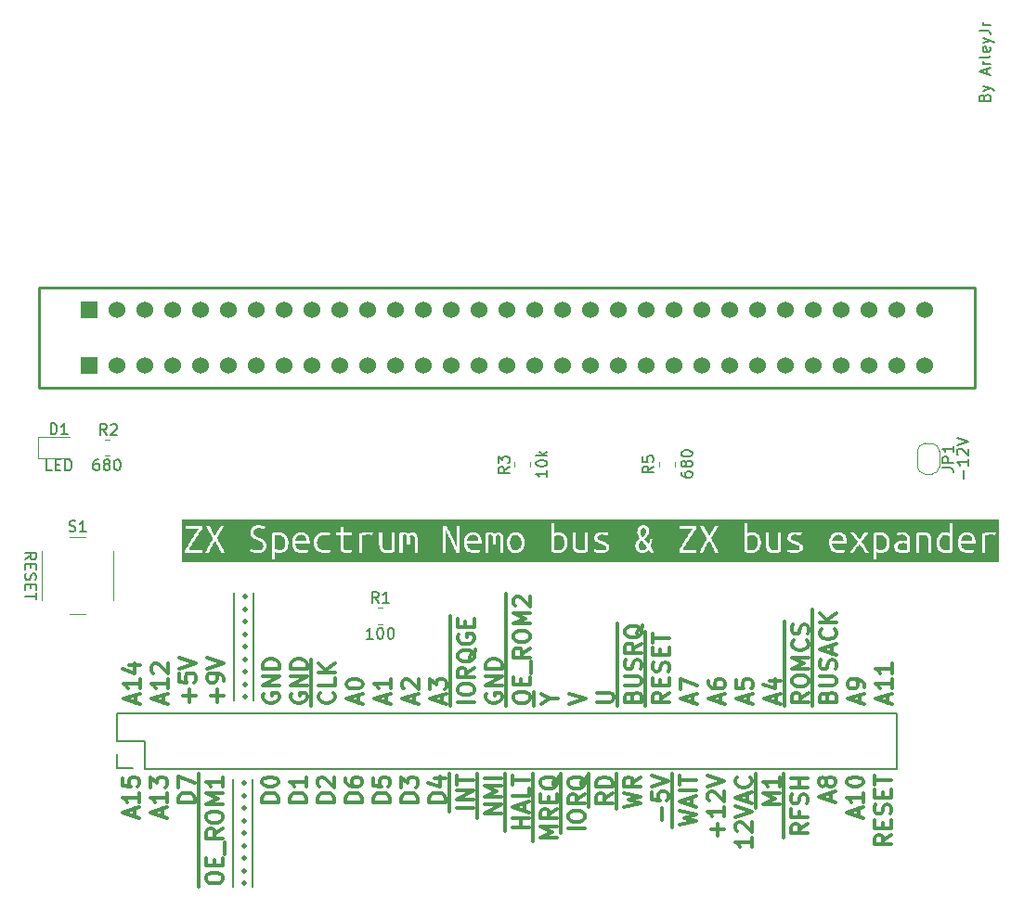
<source format=gbr>
%TF.GenerationSoftware,KiCad,Pcbnew,8.0.6-8.0.6-0~ubuntu24.04.1*%
%TF.CreationDate,2024-10-21T21:20:02+03:00*%
%TF.ProjectId,ZX Spectrum_ BUS Expander,5a582053-7065-4637-9472-756d2c204255,rev?*%
%TF.SameCoordinates,Original*%
%TF.FileFunction,Legend,Top*%
%TF.FilePolarity,Positive*%
%FSLAX46Y46*%
G04 Gerber Fmt 4.6, Leading zero omitted, Abs format (unit mm)*
G04 Created by KiCad (PCBNEW 8.0.6-8.0.6-0~ubuntu24.04.1) date 2024-10-21 21:20:02*
%MOMM*%
%LPD*%
G01*
G04 APERTURE LIST*
%ADD10C,0.150000*%
%ADD11C,0.254000*%
%ADD12C,0.120000*%
%ADD13C,0.300000*%
%ADD14R,1.524000X1.524000*%
%ADD15C,1.524000*%
G04 APERTURE END LIST*
D10*
X183321009Y-59379887D02*
X183368628Y-59237030D01*
X183368628Y-59237030D02*
X183416247Y-59189411D01*
X183416247Y-59189411D02*
X183511485Y-59141792D01*
X183511485Y-59141792D02*
X183654342Y-59141792D01*
X183654342Y-59141792D02*
X183749580Y-59189411D01*
X183749580Y-59189411D02*
X183797200Y-59237030D01*
X183797200Y-59237030D02*
X183844819Y-59332268D01*
X183844819Y-59332268D02*
X183844819Y-59713220D01*
X183844819Y-59713220D02*
X182844819Y-59713220D01*
X182844819Y-59713220D02*
X182844819Y-59379887D01*
X182844819Y-59379887D02*
X182892438Y-59284649D01*
X182892438Y-59284649D02*
X182940057Y-59237030D01*
X182940057Y-59237030D02*
X183035295Y-59189411D01*
X183035295Y-59189411D02*
X183130533Y-59189411D01*
X183130533Y-59189411D02*
X183225771Y-59237030D01*
X183225771Y-59237030D02*
X183273390Y-59284649D01*
X183273390Y-59284649D02*
X183321009Y-59379887D01*
X183321009Y-59379887D02*
X183321009Y-59713220D01*
X183178152Y-58808458D02*
X183844819Y-58570363D01*
X183178152Y-58332268D02*
X183844819Y-58570363D01*
X183844819Y-58570363D02*
X184082914Y-58665601D01*
X184082914Y-58665601D02*
X184130533Y-58713220D01*
X184130533Y-58713220D02*
X184178152Y-58808458D01*
X183559104Y-57237029D02*
X183559104Y-56760839D01*
X183844819Y-57332267D02*
X182844819Y-56998934D01*
X182844819Y-56998934D02*
X183844819Y-56665601D01*
X183844819Y-56332267D02*
X183178152Y-56332267D01*
X183368628Y-56332267D02*
X183273390Y-56284648D01*
X183273390Y-56284648D02*
X183225771Y-56237029D01*
X183225771Y-56237029D02*
X183178152Y-56141791D01*
X183178152Y-56141791D02*
X183178152Y-56046553D01*
X183844819Y-55570362D02*
X183797200Y-55665600D01*
X183797200Y-55665600D02*
X183701961Y-55713219D01*
X183701961Y-55713219D02*
X182844819Y-55713219D01*
X183797200Y-54808457D02*
X183844819Y-54903695D01*
X183844819Y-54903695D02*
X183844819Y-55094171D01*
X183844819Y-55094171D02*
X183797200Y-55189409D01*
X183797200Y-55189409D02*
X183701961Y-55237028D01*
X183701961Y-55237028D02*
X183321009Y-55237028D01*
X183321009Y-55237028D02*
X183225771Y-55189409D01*
X183225771Y-55189409D02*
X183178152Y-55094171D01*
X183178152Y-55094171D02*
X183178152Y-54903695D01*
X183178152Y-54903695D02*
X183225771Y-54808457D01*
X183225771Y-54808457D02*
X183321009Y-54760838D01*
X183321009Y-54760838D02*
X183416247Y-54760838D01*
X183416247Y-54760838D02*
X183511485Y-55237028D01*
X183178152Y-54427504D02*
X183844819Y-54189409D01*
X183178152Y-53951314D02*
X183844819Y-54189409D01*
X183844819Y-54189409D02*
X184082914Y-54284647D01*
X184082914Y-54284647D02*
X184130533Y-54332266D01*
X184130533Y-54332266D02*
X184178152Y-54427504D01*
X182844819Y-53284647D02*
X183559104Y-53284647D01*
X183559104Y-53284647D02*
X183701961Y-53332266D01*
X183701961Y-53332266D02*
X183797200Y-53427504D01*
X183797200Y-53427504D02*
X183844819Y-53570361D01*
X183844819Y-53570361D02*
X183844819Y-53665599D01*
X183844819Y-52808456D02*
X183178152Y-52808456D01*
X183368628Y-52808456D02*
X183273390Y-52760837D01*
X183273390Y-52760837D02*
X183225771Y-52713218D01*
X183225771Y-52713218D02*
X183178152Y-52617980D01*
X183178152Y-52617980D02*
X183178152Y-52522742D01*
G36*
X119052690Y-99322509D02*
G01*
X119178410Y-99352283D01*
X119290798Y-99410264D01*
X119389856Y-99496453D01*
X119409746Y-99519370D01*
X119476474Y-99623631D01*
X119522671Y-99748042D01*
X119546250Y-99873431D01*
X119554110Y-100014248D01*
X119549811Y-100119982D01*
X119532881Y-100241604D01*
X119499766Y-100364736D01*
X119481424Y-100412386D01*
X119419223Y-100521486D01*
X119328796Y-100615085D01*
X119274057Y-100651012D01*
X119154105Y-100694321D01*
X119022271Y-100707287D01*
X118903660Y-100695075D01*
X118785966Y-100658438D01*
X118712220Y-100623989D01*
X118609500Y-100553414D01*
X118609500Y-99363341D01*
X118614929Y-99361216D01*
X118735285Y-99332200D01*
X118853266Y-99320844D01*
X118977086Y-99318156D01*
X119052690Y-99322509D01*
G37*
G36*
X173899864Y-99322509D02*
G01*
X174025583Y-99352283D01*
X174137972Y-99410264D01*
X174237030Y-99496453D01*
X174256920Y-99519370D01*
X174323648Y-99623631D01*
X174369844Y-99748042D01*
X174393424Y-99873431D01*
X174401283Y-100014248D01*
X174396985Y-100119982D01*
X174380055Y-100241604D01*
X174346939Y-100364736D01*
X174328597Y-100412386D01*
X174266396Y-100521486D01*
X174175969Y-100615085D01*
X174121231Y-100651012D01*
X174001278Y-100694321D01*
X173869445Y-100707287D01*
X173750834Y-100695075D01*
X173633140Y-100658438D01*
X173559394Y-100623989D01*
X173456674Y-100553414D01*
X173456674Y-99363341D01*
X173462103Y-99361216D01*
X173582459Y-99332200D01*
X173700440Y-99320844D01*
X173824260Y-99318156D01*
X173899864Y-99322509D01*
G37*
G36*
X121148405Y-99316629D02*
G01*
X121261367Y-99365173D01*
X121355401Y-99443483D01*
X121427452Y-99548965D01*
X121445043Y-99587456D01*
X121478436Y-99708872D01*
X121488513Y-99839614D01*
X120455976Y-99839614D01*
X120459785Y-99814736D01*
X120493479Y-99692761D01*
X120546957Y-99582549D01*
X120566153Y-99552123D01*
X120644759Y-99456904D01*
X120741130Y-99379217D01*
X120779806Y-99356524D01*
X120897615Y-99313448D01*
X121019567Y-99300448D01*
X121148405Y-99316629D01*
G37*
G36*
X136819026Y-99316629D02*
G01*
X136931988Y-99365173D01*
X137026022Y-99443483D01*
X137098073Y-99548965D01*
X137115664Y-99587456D01*
X137149057Y-99708872D01*
X137159134Y-99839614D01*
X136126597Y-99839614D01*
X136130406Y-99814736D01*
X136164100Y-99692761D01*
X136217578Y-99582549D01*
X136236774Y-99552123D01*
X136315380Y-99456904D01*
X136411751Y-99379217D01*
X136450427Y-99356524D01*
X136568236Y-99313448D01*
X136690188Y-99300448D01*
X136819026Y-99316629D01*
G37*
G36*
X144566396Y-99319021D02*
G01*
X144686409Y-99347858D01*
X144793555Y-99409136D01*
X144835243Y-99446903D01*
X144909955Y-99544344D01*
X144963304Y-99663149D01*
X144990996Y-99766010D01*
X145009611Y-99887559D01*
X145015816Y-100017912D01*
X145015158Y-100059729D01*
X145002485Y-100196321D01*
X144973684Y-100317720D01*
X144921019Y-100437857D01*
X144847288Y-100538149D01*
X144767981Y-100608336D01*
X144648841Y-100673246D01*
X144526720Y-100707020D01*
X144389333Y-100718278D01*
X144361455Y-100717849D01*
X144236681Y-100706066D01*
X144197221Y-100698929D01*
X144077923Y-100668819D01*
X144077923Y-99472029D01*
X144138347Y-99423927D01*
X144250725Y-99365173D01*
X144361037Y-99328796D01*
X144487030Y-99314492D01*
X144566396Y-99319021D01*
G37*
G36*
X162195845Y-99319021D02*
G01*
X162315858Y-99347858D01*
X162423004Y-99409136D01*
X162464692Y-99446903D01*
X162539404Y-99544344D01*
X162592752Y-99663149D01*
X162620444Y-99766010D01*
X162639059Y-99887559D01*
X162645265Y-100017912D01*
X162644606Y-100059729D01*
X162631934Y-100196321D01*
X162603133Y-100317720D01*
X162550468Y-100437857D01*
X162476737Y-100538149D01*
X162397430Y-100608336D01*
X162278290Y-100673246D01*
X162156168Y-100707020D01*
X162018782Y-100718278D01*
X161990904Y-100717849D01*
X161866130Y-100706066D01*
X161826669Y-100698929D01*
X161707372Y-100668819D01*
X161707372Y-99472029D01*
X161767796Y-99423927D01*
X161880174Y-99365173D01*
X161990486Y-99328796D01*
X162116479Y-99314492D01*
X162195845Y-99319021D01*
G37*
G36*
X170119096Y-99316629D02*
G01*
X170232058Y-99365173D01*
X170326091Y-99443483D01*
X170398143Y-99548965D01*
X170415734Y-99587456D01*
X170449126Y-99708872D01*
X170459204Y-99839614D01*
X169426667Y-99839614D01*
X169430476Y-99814736D01*
X169464169Y-99692761D01*
X169517648Y-99582549D01*
X169536844Y-99552123D01*
X169615450Y-99456904D01*
X169711821Y-99379217D01*
X169750496Y-99356524D01*
X169868305Y-99313448D01*
X169990258Y-99300448D01*
X170119096Y-99316629D01*
G37*
G36*
X175974541Y-100065940D02*
G01*
X176099382Y-100079583D01*
X176139983Y-100086554D01*
X176258750Y-100116219D01*
X176258750Y-100690190D01*
X176217439Y-100698610D01*
X176096329Y-100714614D01*
X175985656Y-100722400D01*
X175860024Y-100724995D01*
X175754007Y-100720415D01*
X175627925Y-100699163D01*
X175508314Y-100651722D01*
X175464944Y-100619851D01*
X175398643Y-100513095D01*
X175380697Y-100385497D01*
X175391516Y-100298972D01*
X175457634Y-100189492D01*
X175533017Y-100136231D01*
X175653639Y-100091795D01*
X175765936Y-100071634D01*
X175894828Y-100063707D01*
X175974541Y-100065940D01*
G37*
G36*
X179883619Y-99327162D02*
G01*
X180001772Y-99365173D01*
X180074114Y-99400665D01*
X180173352Y-99472029D01*
X180173352Y-100668819D01*
X180163545Y-100672301D01*
X180041461Y-100695075D01*
X179934605Y-100704234D01*
X179805767Y-100707287D01*
X179730997Y-100703023D01*
X179606180Y-100673861D01*
X179493920Y-100617071D01*
X179394218Y-100532653D01*
X179374106Y-100510106D01*
X179306634Y-100407085D01*
X179259922Y-100283533D01*
X179236080Y-100158582D01*
X179228133Y-100017912D01*
X179232431Y-99910605D01*
X179249361Y-99787455D01*
X179282477Y-99663149D01*
X179300995Y-99614926D01*
X179363513Y-99504339D01*
X179454057Y-99409136D01*
X179508767Y-99372258D01*
X179628510Y-99327801D01*
X179759971Y-99314492D01*
X179883619Y-99327162D01*
G37*
G36*
X181872061Y-99316629D02*
G01*
X181985024Y-99365173D01*
X182079057Y-99443483D01*
X182151109Y-99548965D01*
X182168700Y-99587456D01*
X182202092Y-99708872D01*
X182212170Y-99839614D01*
X181179633Y-99839614D01*
X181183442Y-99814736D01*
X181217135Y-99692761D01*
X181270613Y-99582549D01*
X181289809Y-99552123D01*
X181368416Y-99456904D01*
X181464787Y-99379217D01*
X181503462Y-99356524D01*
X181621271Y-99313448D01*
X181743223Y-99300448D01*
X181872061Y-99316629D01*
G37*
G36*
X140623824Y-99317421D02*
G01*
X140744182Y-99345430D01*
X140861032Y-99411332D01*
X140951004Y-99501949D01*
X140960058Y-99513762D01*
X141028606Y-99632263D01*
X141069994Y-99756006D01*
X141091119Y-99878495D01*
X141098161Y-100014248D01*
X141098019Y-100034450D01*
X141089078Y-100168121D01*
X141066229Y-100288234D01*
X141023086Y-100408905D01*
X140952836Y-100523494D01*
X140924772Y-100556340D01*
X140819442Y-100642493D01*
X140695985Y-100692749D01*
X140569375Y-100707287D01*
X140527488Y-100705672D01*
X140398020Y-100676954D01*
X140284175Y-100612339D01*
X140195073Y-100523494D01*
X140186019Y-100511869D01*
X140117471Y-100394790D01*
X140076083Y-100271905D01*
X140054958Y-100149855D01*
X140047916Y-100014248D01*
X140048056Y-99994042D01*
X140056885Y-99860184D01*
X140079445Y-99739591D01*
X140122045Y-99618013D01*
X140191409Y-99501949D01*
X140219081Y-99468448D01*
X140322407Y-99380578D01*
X140442788Y-99329320D01*
X140565711Y-99314492D01*
X140623824Y-99317421D01*
G37*
G36*
X152034062Y-99791877D02*
G01*
X152115517Y-99887261D01*
X152201025Y-99984791D01*
X152290589Y-100084468D01*
X152336233Y-100135439D01*
X152416663Y-100230193D01*
X152494871Y-100328811D01*
X152570858Y-100431293D01*
X152540730Y-100474345D01*
X152457235Y-100569538D01*
X152358977Y-100645005D01*
X152258733Y-100692590D01*
X152136716Y-100714614D01*
X152111410Y-100713675D01*
X151991644Y-100680804D01*
X151890031Y-100607758D01*
X151841945Y-100548987D01*
X151793109Y-100430694D01*
X151780121Y-100308561D01*
X151781047Y-100277477D01*
X151801002Y-100153775D01*
X151839350Y-100037451D01*
X151863872Y-99982761D01*
X151931290Y-99872367D01*
X152018258Y-99773058D01*
X152034062Y-99791877D01*
G37*
G36*
X152304379Y-98679644D02*
G01*
X152411489Y-98742353D01*
X152478667Y-98843521D01*
X152497585Y-98968278D01*
X152497263Y-98983164D01*
X152471503Y-99107919D01*
X152415153Y-99225344D01*
X152409880Y-99233964D01*
X152327720Y-99336660D01*
X152232623Y-99421191D01*
X152126336Y-99496453D01*
X152062546Y-99411105D01*
X151995055Y-99305944D01*
X151979828Y-99276706D01*
X151937658Y-99156956D01*
X151932885Y-99130280D01*
X151923614Y-99006746D01*
X151923996Y-98986005D01*
X151948038Y-98858979D01*
X152021311Y-98752734D01*
X152102295Y-98697385D01*
X152224643Y-98667249D01*
X152304379Y-98679644D01*
G37*
G36*
X184658824Y-101846021D02*
G01*
X110149587Y-101846021D01*
X110149587Y-100731711D01*
X110427365Y-100731711D01*
X110427365Y-100921000D01*
X111999068Y-100921000D01*
X112284832Y-100921000D01*
X112582198Y-100921000D01*
X112598072Y-100884871D01*
X112652073Y-100763513D01*
X112707743Y-100640724D01*
X112759274Y-100528990D01*
X112770887Y-100504100D01*
X112829312Y-100381728D01*
X112888334Y-100262815D01*
X112947951Y-100147360D01*
X113002316Y-100048340D01*
X113069023Y-99936367D01*
X113142124Y-99825570D01*
X113163781Y-99855495D01*
X113234573Y-99960825D01*
X113303218Y-100074741D01*
X113363164Y-100184607D01*
X113389172Y-100234725D01*
X113445876Y-100346722D01*
X113500069Y-100457656D01*
X113557337Y-100579670D01*
X113605117Y-100685173D01*
X113657086Y-100804021D01*
X113705715Y-100921000D01*
X114014071Y-100921000D01*
X113962944Y-100805595D01*
X116321556Y-100805595D01*
X116351421Y-100822360D01*
X116465048Y-100873983D01*
X116580702Y-100913700D01*
X116701353Y-100943592D01*
X116763188Y-100955250D01*
X116885776Y-100969304D01*
X117007878Y-100973512D01*
X117100490Y-100970859D01*
X117229497Y-100956935D01*
X117364975Y-100925604D01*
X117484266Y-100878028D01*
X117600777Y-100803763D01*
X117613813Y-100793019D01*
X117703200Y-100697363D01*
X117766102Y-100584458D01*
X117802519Y-100454304D01*
X117812658Y-100326268D01*
X117812486Y-100306304D01*
X117801667Y-100176975D01*
X117768694Y-100051495D01*
X117719062Y-99951559D01*
X117641078Y-99855490D01*
X117635773Y-99850354D01*
X117540690Y-99772387D01*
X117434082Y-99706502D01*
X117378959Y-99677384D01*
X117267596Y-99623307D01*
X117154424Y-99573390D01*
X117127782Y-99560943D01*
X117010407Y-99503708D01*
X116897358Y-99443941D01*
X116807565Y-99383534D01*
X116720282Y-99290068D01*
X116671209Y-99177547D01*
X116669750Y-99164283D01*
X118336559Y-99164283D01*
X118336559Y-99363341D01*
X118336559Y-101568243D01*
X118609500Y-101568243D01*
X118609500Y-100844063D01*
X118653006Y-100875147D01*
X118768258Y-100924663D01*
X118797539Y-100933679D01*
X118920426Y-100956783D01*
X119043642Y-100963131D01*
X119103815Y-100961223D01*
X119231601Y-100942977D01*
X119348857Y-100905410D01*
X119466793Y-100841010D01*
X119510222Y-100808905D01*
X119607442Y-100716205D01*
X119681073Y-100617582D01*
X119741566Y-100504565D01*
X119779158Y-100408232D01*
X119813923Y-100276046D01*
X119832012Y-100150680D01*
X119838042Y-100017912D01*
X119837887Y-100014248D01*
X120172655Y-100014248D01*
X120176089Y-100110061D01*
X120191354Y-100233136D01*
X120223125Y-100365210D01*
X120270352Y-100490521D01*
X120303667Y-100556099D01*
X120376707Y-100663245D01*
X120466556Y-100756383D01*
X120573213Y-100835515D01*
X120599300Y-100850968D01*
X120712472Y-100902812D01*
X120839764Y-100938705D01*
X120962728Y-100957025D01*
X121096503Y-100963131D01*
X121203568Y-100960330D01*
X121325767Y-100949297D01*
X121448213Y-100927716D01*
X121527060Y-100908428D01*
X121646050Y-100861771D01*
X121607581Y-100630351D01*
X121553931Y-100650800D01*
X121436001Y-100682863D01*
X121389268Y-100692408D01*
X121264029Y-100707001D01*
X121138635Y-100710951D01*
X121006380Y-100703325D01*
X120872189Y-100675933D01*
X120756088Y-100628621D01*
X120647096Y-100551582D01*
X120561047Y-100449911D01*
X120503860Y-100339343D01*
X120464838Y-100209770D01*
X120445596Y-100080804D01*
X121779162Y-100080804D01*
X121779162Y-100028292D01*
X121779162Y-100017912D01*
X122163234Y-100017912D01*
X122163747Y-100058135D01*
X122173618Y-100191706D01*
X122196054Y-100314056D01*
X122237079Y-100440146D01*
X122294514Y-100551582D01*
X122337671Y-100614056D01*
X122426098Y-100713436D01*
X122528338Y-100796008D01*
X122644392Y-100861771D01*
X122756668Y-100906116D01*
X122874896Y-100937791D01*
X122999079Y-100956796D01*
X123129214Y-100963131D01*
X123178057Y-100962610D01*
X123301420Y-100956369D01*
X123428412Y-100941760D01*
X123472726Y-100934408D01*
X123597280Y-100904622D01*
X123713565Y-100864824D01*
X123675097Y-100634014D01*
X123656834Y-100640421D01*
X123536337Y-100676451D01*
X123414368Y-100698739D01*
X123296826Y-100707898D01*
X123171346Y-100710951D01*
X123049952Y-100704153D01*
X122924270Y-100680972D01*
X122806814Y-100641341D01*
X122728809Y-100601118D01*
X122627257Y-100521605D01*
X122544253Y-100419080D01*
X122532422Y-100399625D01*
X122480998Y-100279229D01*
X122454284Y-100150119D01*
X122446556Y-100017912D01*
X122446966Y-99985153D01*
X122458966Y-99848722D01*
X122491786Y-99718205D01*
X122551580Y-99600256D01*
X122607679Y-99529311D01*
X122705281Y-99443073D01*
X122819026Y-99381048D01*
X122901305Y-99351930D01*
X123027586Y-99323852D01*
X123157302Y-99314492D01*
X123238999Y-99316205D01*
X123366740Y-99324872D01*
X123380906Y-99326335D01*
X123502989Y-99349881D01*
X123622585Y-99387765D01*
X123685477Y-99146575D01*
X123657479Y-99138241D01*
X123539411Y-99108107D01*
X124202662Y-99108107D01*
X124202662Y-99342580D01*
X124573300Y-99342580D01*
X124573300Y-100217580D01*
X124573344Y-100231531D01*
X124578639Y-100365006D01*
X124592760Y-100487509D01*
X124618485Y-100609590D01*
X124638964Y-100669918D01*
X124706018Y-100782514D01*
X124804110Y-100870319D01*
X124851485Y-100897057D01*
X124967167Y-100936937D01*
X125095140Y-100957331D01*
X125227871Y-100963131D01*
X125272264Y-100962444D01*
X125401387Y-100950724D01*
X125521573Y-100919168D01*
X125548344Y-100908654D01*
X125662013Y-100861771D01*
X125619881Y-100630351D01*
X125591430Y-100642551D01*
X125474556Y-100684695D01*
X125377775Y-100704387D01*
X125252295Y-100710951D01*
X125132433Y-100703003D01*
X125012327Y-100669429D01*
X124952592Y-100628729D01*
X124884710Y-100520441D01*
X124869721Y-100469601D01*
X124850787Y-100343377D01*
X124846242Y-100221244D01*
X124846242Y-99342580D01*
X125616217Y-99342580D01*
X125616217Y-99199087D01*
X126322079Y-99199087D01*
X126322079Y-100921000D01*
X126595020Y-100921000D01*
X126595020Y-100133316D01*
X128116653Y-100133316D01*
X128117265Y-100178176D01*
X128126442Y-100307025D01*
X128149554Y-100440106D01*
X128186262Y-100562573D01*
X128238677Y-100671361D01*
X128316030Y-100772571D01*
X128414019Y-100854443D01*
X128465813Y-100884699D01*
X128584786Y-100929827D01*
X128709400Y-100952904D01*
X128834117Y-100959468D01*
X128863617Y-100959344D01*
X128989755Y-100955716D01*
X129117219Y-100945793D01*
X129242002Y-100927716D01*
X129262939Y-100923850D01*
X129385310Y-100899997D01*
X129509448Y-100872151D01*
X129509448Y-99153292D01*
X129974120Y-99153292D01*
X129974120Y-100921000D01*
X130239734Y-100921000D01*
X130239734Y-99328536D01*
X130342927Y-99300448D01*
X130429022Y-99290068D01*
X130505420Y-99297760D01*
X130612205Y-99368836D01*
X130644762Y-99446057D01*
X130659832Y-99569726D01*
X130659832Y-100221244D01*
X130926057Y-100221244D01*
X130926057Y-99559346D01*
X130920561Y-99482409D01*
X130901632Y-99409136D01*
X130910840Y-99398185D01*
X131004825Y-99319988D01*
X131108018Y-99290068D01*
X131112353Y-99290102D01*
X131231971Y-99325483D01*
X131235343Y-99327686D01*
X131316235Y-99423180D01*
X131324854Y-99443266D01*
X131346154Y-99566673D01*
X131346154Y-100921000D01*
X131611768Y-100921000D01*
X133944288Y-100921000D01*
X134195858Y-100921000D01*
X134195858Y-98887678D01*
X134228723Y-98953273D01*
X134288105Y-99071120D01*
X134347777Y-99188677D01*
X134407738Y-99305944D01*
X134461472Y-99411808D01*
X134515816Y-99521183D01*
X134570770Y-99634069D01*
X134626336Y-99750466D01*
X134647520Y-99795202D01*
X134705165Y-99918697D01*
X134756982Y-100031765D01*
X134810084Y-100149507D01*
X134864472Y-100271924D01*
X134872355Y-100289823D01*
X134928701Y-100419424D01*
X134978625Y-100536510D01*
X135030052Y-100659135D01*
X135082982Y-100787298D01*
X135137414Y-100921000D01*
X135448824Y-100921000D01*
X135448824Y-100014248D01*
X135843276Y-100014248D01*
X135846710Y-100110061D01*
X135861976Y-100233136D01*
X135893746Y-100365210D01*
X135940973Y-100490521D01*
X135974288Y-100556099D01*
X136047328Y-100663245D01*
X136137177Y-100756383D01*
X136243834Y-100835515D01*
X136269921Y-100850968D01*
X136383093Y-100902812D01*
X136510385Y-100938705D01*
X136633349Y-100957025D01*
X136767124Y-100963131D01*
X136874189Y-100960330D01*
X136996388Y-100949297D01*
X137118834Y-100927716D01*
X137197681Y-100908428D01*
X137316671Y-100861771D01*
X137278202Y-100630351D01*
X137224552Y-100650800D01*
X137106622Y-100682863D01*
X137059889Y-100692408D01*
X136934650Y-100707001D01*
X136809256Y-100710951D01*
X136677001Y-100703325D01*
X136542810Y-100675933D01*
X136426709Y-100628621D01*
X136317717Y-100551582D01*
X136231668Y-100449911D01*
X136174481Y-100339343D01*
X136135460Y-100209770D01*
X136116217Y-100080804D01*
X137449783Y-100080804D01*
X137449783Y-100028292D01*
X137449783Y-99986771D01*
X137448028Y-99900875D01*
X137437304Y-99767257D01*
X137416830Y-99645565D01*
X137379392Y-99515277D01*
X137327915Y-99402162D01*
X137250115Y-99291900D01*
X137184137Y-99226814D01*
X137079097Y-99154227D01*
X137076899Y-99153292D01*
X137809431Y-99153292D01*
X137809431Y-100921000D01*
X138075045Y-100921000D01*
X138075045Y-99328536D01*
X138178237Y-99300448D01*
X138264333Y-99290068D01*
X138340730Y-99297760D01*
X138447515Y-99368836D01*
X138480073Y-99446057D01*
X138495142Y-99569726D01*
X138495142Y-100221244D01*
X138761367Y-100221244D01*
X138761367Y-99559346D01*
X138755872Y-99482409D01*
X138736943Y-99409136D01*
X138746150Y-99398185D01*
X138840135Y-99319988D01*
X138943328Y-99290068D01*
X138947664Y-99290102D01*
X139067281Y-99325483D01*
X139070654Y-99327686D01*
X139151545Y-99423180D01*
X139160165Y-99443266D01*
X139181465Y-99566673D01*
X139181465Y-100921000D01*
X139447079Y-100921000D01*
X139447079Y-100014248D01*
X139764595Y-100014248D01*
X139769620Y-100136210D01*
X139787671Y-100266794D01*
X139818850Y-100387990D01*
X139869619Y-100513114D01*
X139889971Y-100552010D01*
X139958949Y-100658715D01*
X140049526Y-100759716D01*
X140154773Y-100842231D01*
X140188992Y-100863183D01*
X140309492Y-100918137D01*
X140439890Y-100950194D01*
X140565711Y-100959468D01*
X140624396Y-100957636D01*
X140750228Y-100940119D01*
X140867463Y-100904055D01*
X140987641Y-100842231D01*
X141032358Y-100811443D01*
X141133383Y-100721534D01*
X141211151Y-100624810D01*
X141276458Y-100513114D01*
X141322406Y-100402480D01*
X141355226Y-100282457D01*
X141374918Y-100153047D01*
X141381482Y-100014248D01*
X141376457Y-99892315D01*
X141358406Y-99761836D01*
X141327226Y-99640821D01*
X141276458Y-99515993D01*
X141241715Y-99452046D01*
X141169485Y-99348362D01*
X141084793Y-99259361D01*
X140987641Y-99185043D01*
X140940843Y-99157137D01*
X140816420Y-99103649D01*
X140695364Y-99075394D01*
X140565711Y-99065975D01*
X140522864Y-99067022D01*
X140399473Y-99082719D01*
X140271437Y-99122253D01*
X140152941Y-99185043D01*
X140108681Y-99216261D01*
X140008802Y-99306993D01*
X139932064Y-99404151D01*
X139867787Y-99515993D01*
X139822640Y-99626360D01*
X139790393Y-99746191D01*
X139771044Y-99875487D01*
X139764595Y-100014248D01*
X139447079Y-100014248D01*
X139447079Y-99566673D01*
X139445905Y-99525571D01*
X139425882Y-99404115D01*
X139371974Y-99287015D01*
X139294587Y-99194028D01*
X139190013Y-99118487D01*
X139104100Y-99082116D01*
X138981796Y-99062311D01*
X138919247Y-99066713D01*
X138799835Y-99099558D01*
X138720227Y-99138628D01*
X138617874Y-99209468D01*
X138552705Y-99153910D01*
X138438967Y-99097727D01*
X138336749Y-99072307D01*
X138211821Y-99062311D01*
X138137918Y-99065574D01*
X138013984Y-99085515D01*
X137925844Y-99109607D01*
X137809431Y-99153292D01*
X137076899Y-99153292D01*
X136959272Y-99103261D01*
X136824662Y-99073918D01*
X136697515Y-99065975D01*
X136638675Y-99068014D01*
X136512808Y-99086425D01*
X136389158Y-99123983D01*
X136324669Y-99151957D01*
X136211415Y-99219104D01*
X136114385Y-99298616D01*
X136041804Y-99377912D01*
X135973260Y-99479049D01*
X135916549Y-99594761D01*
X135903454Y-99628744D01*
X135869107Y-99750007D01*
X135855664Y-99839614D01*
X135849072Y-99883554D01*
X135843276Y-100014248D01*
X135448824Y-100014248D01*
X135448824Y-98495668D01*
X135197253Y-98495668D01*
X135197253Y-100472814D01*
X135158663Y-100376693D01*
X135109681Y-100255812D01*
X135057952Y-100129765D01*
X135009797Y-100014248D01*
X135004650Y-100002027D01*
X134953774Y-99883030D01*
X134903972Y-99769877D01*
X134850429Y-99652158D01*
X134801628Y-99548355D01*
X134746294Y-99434171D01*
X134689228Y-99319988D01*
X134673372Y-99288464D01*
X134618035Y-99179509D01*
X134558883Y-99064590D01*
X134502382Y-98956066D01*
X134441149Y-98839663D01*
X134381367Y-98727597D01*
X134316547Y-98607441D01*
X134255697Y-98495668D01*
X133944288Y-98495668D01*
X133944288Y-100921000D01*
X131611768Y-100921000D01*
X131611768Y-99566673D01*
X131610595Y-99525571D01*
X131590572Y-99404115D01*
X131536664Y-99287015D01*
X131459276Y-99194028D01*
X131354703Y-99118487D01*
X131268789Y-99082116D01*
X131146486Y-99062311D01*
X131083937Y-99066713D01*
X130964525Y-99099558D01*
X130884917Y-99138628D01*
X130782564Y-99209468D01*
X130717394Y-99153910D01*
X130603656Y-99097727D01*
X130501439Y-99072307D01*
X130376510Y-99062311D01*
X130302608Y-99065574D01*
X130178673Y-99085515D01*
X130090534Y-99109607D01*
X129974120Y-99153292D01*
X129509448Y-99153292D01*
X129509448Y-99108107D01*
X129236507Y-99108107D01*
X129236507Y-100672482D01*
X129221614Y-100677199D01*
X129099731Y-100696907D01*
X128992558Y-100706987D01*
X128865258Y-100710951D01*
X128834355Y-100710378D01*
X128708754Y-100693634D01*
X128595028Y-100647839D01*
X128501336Y-100564405D01*
X128494461Y-100554999D01*
X128437717Y-100437982D01*
X128408036Y-100314315D01*
X128393523Y-100184192D01*
X128389595Y-100056380D01*
X128389595Y-99108107D01*
X128116653Y-99108107D01*
X128116653Y-100133316D01*
X126595020Y-100133316D01*
X126595020Y-99370668D01*
X126602921Y-99368284D01*
X126721721Y-99337390D01*
X126849033Y-99314492D01*
X126977108Y-99301211D01*
X127106098Y-99296785D01*
X127121039Y-99296801D01*
X127247759Y-99298616D01*
X127251617Y-99298739D01*
X127374155Y-99310829D01*
X127403553Y-99316071D01*
X127526196Y-99346244D01*
X127575045Y-99111771D01*
X127536234Y-99104374D01*
X127413844Y-99083683D01*
X127396433Y-99081193D01*
X127274015Y-99069639D01*
X127237875Y-99068036D01*
X127113426Y-99065975D01*
X127101583Y-99066010D01*
X126969742Y-99070955D01*
X126847382Y-99082714D01*
X126722637Y-99101390D01*
X126697531Y-99105851D01*
X126572142Y-99131444D01*
X126446991Y-99162523D01*
X126322079Y-99199087D01*
X125616217Y-99199087D01*
X125616217Y-99108107D01*
X124846242Y-99108107D01*
X124846242Y-98537800D01*
X124573300Y-98586648D01*
X124573300Y-99108107D01*
X124202662Y-99108107D01*
X123539411Y-99108107D01*
X123531222Y-99106017D01*
X123403987Y-99083683D01*
X123274844Y-99070402D01*
X123149975Y-99065975D01*
X123034794Y-99071103D01*
X122910024Y-99088590D01*
X122787274Y-99118487D01*
X122680382Y-99157151D01*
X122570652Y-99213180D01*
X122469148Y-99283351D01*
X122386394Y-99360047D01*
X122308726Y-99460253D01*
X122245055Y-99577053D01*
X122221484Y-99635794D01*
X122186326Y-99764547D01*
X122168348Y-99893271D01*
X122163234Y-100017912D01*
X121779162Y-100017912D01*
X121779162Y-99986771D01*
X121777407Y-99900875D01*
X121766683Y-99767257D01*
X121746209Y-99645565D01*
X121708771Y-99515277D01*
X121657294Y-99402162D01*
X121579493Y-99291900D01*
X121513516Y-99226814D01*
X121408476Y-99154227D01*
X121288651Y-99103261D01*
X121154041Y-99073918D01*
X121026894Y-99065975D01*
X120968054Y-99068014D01*
X120842187Y-99086425D01*
X120718537Y-99123983D01*
X120654048Y-99151957D01*
X120540793Y-99219104D01*
X120443764Y-99298616D01*
X120371183Y-99377912D01*
X120302639Y-99479049D01*
X120245927Y-99594761D01*
X120232833Y-99628744D01*
X120198486Y-99750007D01*
X120185043Y-99839614D01*
X120178451Y-99883554D01*
X120172655Y-100014248D01*
X119837887Y-100014248D01*
X119832753Y-99893245D01*
X119813758Y-99760142D01*
X119780947Y-99637038D01*
X119727522Y-99510497D01*
X119691103Y-99446157D01*
X119615106Y-99342666D01*
X119525681Y-99255018D01*
X119422829Y-99183212D01*
X119347868Y-99144615D01*
X119227375Y-99101692D01*
X119097223Y-99076737D01*
X118973422Y-99069639D01*
X118852635Y-99072295D01*
X118719305Y-99082757D01*
X118591793Y-99103222D01*
X118582005Y-99105278D01*
X118457251Y-99133061D01*
X118336559Y-99164283D01*
X116669750Y-99164283D01*
X116657389Y-99051931D01*
X116668374Y-98958963D01*
X116723946Y-98847378D01*
X116784069Y-98787154D01*
X116893694Y-98723424D01*
X116986325Y-98694623D01*
X117112292Y-98681293D01*
X117174545Y-98683010D01*
X117302947Y-98698514D01*
X117422480Y-98730141D01*
X117526898Y-98769327D01*
X117641078Y-98824785D01*
X117732058Y-98586648D01*
X117722522Y-98579233D01*
X117611035Y-98521401D01*
X117489036Y-98483456D01*
X117380379Y-98460272D01*
X117254934Y-98444687D01*
X117123283Y-98439492D01*
X117080082Y-98440177D01*
X116938498Y-98453354D01*
X116811873Y-98483303D01*
X116685477Y-98538067D01*
X116578621Y-98614736D01*
X116566675Y-98625785D01*
X116484758Y-98723787D01*
X116427113Y-98838886D01*
X116393740Y-98971083D01*
X116384448Y-99100780D01*
X116394376Y-99218998D01*
X116429633Y-99337085D01*
X116476366Y-99422469D01*
X116556029Y-99517824D01*
X116637360Y-99586464D01*
X116743485Y-99655822D01*
X116853242Y-99713829D01*
X116968799Y-99765731D01*
X117013342Y-99783629D01*
X117126364Y-99833372D01*
X117243572Y-99892127D01*
X117267774Y-99905479D01*
X117369788Y-99975737D01*
X117459117Y-100065539D01*
X117478866Y-100092348D01*
X117529474Y-100210898D01*
X117543380Y-100336648D01*
X117530641Y-100446560D01*
X117476824Y-100560741D01*
X117402889Y-100632672D01*
X117291200Y-100690190D01*
X117260727Y-100699922D01*
X117133876Y-100724859D01*
X117007878Y-100731711D01*
X116888711Y-100727171D01*
X116757100Y-100709291D01*
X116631133Y-100674314D01*
X116519336Y-100630408D01*
X116408872Y-100577838D01*
X116321556Y-100805595D01*
X113962944Y-100805595D01*
X113961101Y-100801435D01*
X113907215Y-100684542D01*
X113852413Y-100570320D01*
X113796695Y-100458770D01*
X113754599Y-100376538D01*
X113697870Y-100268232D01*
X113633228Y-100148212D01*
X113567717Y-100030124D01*
X113530947Y-99965354D01*
X113464084Y-99850271D01*
X113396351Y-99737121D01*
X113327749Y-99625902D01*
X113982320Y-98495668D01*
X113670910Y-98495668D01*
X113135408Y-99468365D01*
X112631657Y-98495668D01*
X112323300Y-98495668D01*
X112957110Y-99639946D01*
X112896384Y-99735222D01*
X112831237Y-99842367D01*
X112767822Y-99951966D01*
X112711615Y-100052573D01*
X112651303Y-100163792D01*
X112592578Y-100275588D01*
X112540951Y-100377161D01*
X112485676Y-100489029D01*
X112431988Y-100601041D01*
X112393940Y-100681947D01*
X112338441Y-100802160D01*
X112284832Y-100921000D01*
X111999068Y-100921000D01*
X111999068Y-100686526D01*
X110746102Y-100686526D01*
X110776394Y-100628814D01*
X110834525Y-100520649D01*
X110897294Y-100406977D01*
X110964699Y-100287800D01*
X111027706Y-100178616D01*
X111092164Y-100068439D01*
X111158071Y-99957271D01*
X111225429Y-99845110D01*
X111293893Y-99732911D01*
X111362510Y-99622238D01*
X111431279Y-99513092D01*
X111500202Y-99405473D01*
X111543069Y-99339552D01*
X111617977Y-99225253D01*
X111689987Y-99116556D01*
X111759099Y-99013463D01*
X111817450Y-98928016D01*
X111890829Y-98822615D01*
X111967316Y-98716097D01*
X111967316Y-98495668D01*
X110490868Y-98495668D01*
X110490868Y-98730141D01*
X111652854Y-98730141D01*
X111594813Y-98808042D01*
X111516841Y-98916529D01*
X111444369Y-99020828D01*
X111368921Y-99132531D01*
X111330281Y-99190787D01*
X111261835Y-99295398D01*
X111192336Y-99403398D01*
X111121786Y-99514787D01*
X111050184Y-99629565D01*
X111009169Y-99696360D01*
X110937621Y-99814399D01*
X110866365Y-99933898D01*
X110795402Y-100054859D01*
X110724731Y-100177280D01*
X110684955Y-100247519D01*
X110617139Y-100369794D01*
X110551602Y-100491251D01*
X110488344Y-100611890D01*
X110427365Y-100731711D01*
X110149587Y-100731711D01*
X110149587Y-98253868D01*
X143801318Y-98253868D01*
X143801318Y-99472029D01*
X143801318Y-100868487D01*
X143807296Y-100870248D01*
X143928079Y-100901632D01*
X144054720Y-100929548D01*
X144171934Y-100948668D01*
X144304444Y-100959852D01*
X144438181Y-100963131D01*
X144516451Y-100960314D01*
X144649824Y-100941042D01*
X144773536Y-100903513D01*
X144887588Y-100847727D01*
X144946386Y-100809146D01*
X145041779Y-100727981D01*
X145123744Y-100631746D01*
X145192281Y-100520441D01*
X145245706Y-100394738D01*
X145278517Y-100272054D01*
X145297513Y-100139065D01*
X145297757Y-100133316D01*
X145746102Y-100133316D01*
X145746714Y-100178176D01*
X145755891Y-100307025D01*
X145779003Y-100440106D01*
X145815711Y-100562573D01*
X145868126Y-100671361D01*
X145945479Y-100772571D01*
X146043468Y-100854443D01*
X146095262Y-100884699D01*
X146214235Y-100929827D01*
X146338849Y-100952904D01*
X146463565Y-100959468D01*
X146493065Y-100959344D01*
X146619203Y-100955716D01*
X146746668Y-100945793D01*
X146871451Y-100927716D01*
X146892388Y-100923850D01*
X147014759Y-100899997D01*
X147138897Y-100872151D01*
X147138897Y-100844063D01*
X147701266Y-100844063D01*
X147758968Y-100867605D01*
X147883990Y-100908891D01*
X148009012Y-100936875D01*
X148077417Y-100947106D01*
X148208795Y-100959439D01*
X148335076Y-100963131D01*
X148384068Y-100962638D01*
X148521321Y-100955232D01*
X148643987Y-100938938D01*
X148774103Y-100906956D01*
X148826147Y-100887999D01*
X148941371Y-100825597D01*
X149033000Y-100737207D01*
X149057803Y-100700388D01*
X149104887Y-100583181D01*
X149119096Y-100455717D01*
X149107291Y-100351549D01*
X149103743Y-100343365D01*
X151479092Y-100343365D01*
X151481797Y-100404245D01*
X151506215Y-100529670D01*
X151556029Y-100646226D01*
X151587091Y-100696086D01*
X151669563Y-100791155D01*
X151772794Y-100868487D01*
X151855317Y-100909220D01*
X151976318Y-100942794D01*
X152098248Y-100952751D01*
X152186442Y-100948286D01*
X152314012Y-100924844D01*
X152435914Y-100881310D01*
X152541150Y-100820375D01*
X152637729Y-100736639D01*
X152718014Y-100640731D01*
X152737636Y-100668923D01*
X152805331Y-100776286D01*
X152825939Y-100812121D01*
X152882267Y-100921000D01*
X153190624Y-100921000D01*
X153156614Y-100854586D01*
X153096679Y-100744948D01*
X153088784Y-100731711D01*
X155480401Y-100731711D01*
X155480401Y-100921000D01*
X157052103Y-100921000D01*
X157337867Y-100921000D01*
X157635233Y-100921000D01*
X157651108Y-100884871D01*
X157705108Y-100763513D01*
X157760778Y-100640724D01*
X157812309Y-100528990D01*
X157823923Y-100504100D01*
X157882348Y-100381728D01*
X157941369Y-100262815D01*
X158000987Y-100147360D01*
X158055351Y-100048340D01*
X158122059Y-99936367D01*
X158195160Y-99825570D01*
X158216816Y-99855495D01*
X158287608Y-99960825D01*
X158356254Y-100074741D01*
X158416200Y-100184607D01*
X158442208Y-100234725D01*
X158498912Y-100346722D01*
X158553104Y-100457656D01*
X158610373Y-100579670D01*
X158658152Y-100685173D01*
X158710121Y-100804021D01*
X158758750Y-100921000D01*
X159067107Y-100921000D01*
X159014137Y-100801435D01*
X158960251Y-100684542D01*
X158905449Y-100570320D01*
X158849731Y-100458770D01*
X158807635Y-100376538D01*
X158750905Y-100268232D01*
X158686264Y-100148212D01*
X158620753Y-100030124D01*
X158583982Y-99965354D01*
X158517119Y-99850271D01*
X158449386Y-99737121D01*
X158380784Y-99625902D01*
X159035355Y-98495668D01*
X158723946Y-98495668D01*
X158188443Y-99468365D01*
X157684692Y-98495668D01*
X157376336Y-98495668D01*
X158010146Y-99639946D01*
X157949419Y-99735222D01*
X157884273Y-99842367D01*
X157820858Y-99951966D01*
X157764651Y-100052573D01*
X157704338Y-100163792D01*
X157645613Y-100275588D01*
X157593986Y-100377161D01*
X157538711Y-100489029D01*
X157485024Y-100601041D01*
X157446975Y-100681947D01*
X157391477Y-100802160D01*
X157337867Y-100921000D01*
X157052103Y-100921000D01*
X157052103Y-100686526D01*
X155799138Y-100686526D01*
X155829429Y-100628814D01*
X155887561Y-100520649D01*
X155950330Y-100406977D01*
X156017735Y-100287800D01*
X156080742Y-100178616D01*
X156145199Y-100068439D01*
X156211107Y-99957271D01*
X156278464Y-99845110D01*
X156346928Y-99732911D01*
X156415545Y-99622238D01*
X156484315Y-99513092D01*
X156553237Y-99405473D01*
X156596105Y-99339552D01*
X156671013Y-99225253D01*
X156743023Y-99116556D01*
X156812135Y-99013463D01*
X156870486Y-98928016D01*
X156943864Y-98822615D01*
X157020352Y-98716097D01*
X157020352Y-98495668D01*
X155543904Y-98495668D01*
X155543904Y-98730141D01*
X156705889Y-98730141D01*
X156647849Y-98808042D01*
X156569876Y-98916529D01*
X156497405Y-99020828D01*
X156421957Y-99132531D01*
X156383317Y-99190787D01*
X156314870Y-99295398D01*
X156245372Y-99403398D01*
X156174822Y-99514787D01*
X156103220Y-99629565D01*
X156062204Y-99696360D01*
X155990656Y-99814399D01*
X155919401Y-99933898D01*
X155848437Y-100054859D01*
X155777766Y-100177280D01*
X155737991Y-100247519D01*
X155670175Y-100369794D01*
X155604638Y-100491251D01*
X155541380Y-100611890D01*
X155480401Y-100731711D01*
X153088784Y-100731711D01*
X153029424Y-100632182D01*
X153003178Y-100590415D01*
X152933961Y-100485587D01*
X152857843Y-100378780D01*
X152886618Y-100306309D01*
X152925487Y-100189158D01*
X152959204Y-100061875D01*
X152964430Y-100039531D01*
X152991723Y-99909133D01*
X153014406Y-99779570D01*
X153033087Y-99653990D01*
X152802278Y-99625902D01*
X152797621Y-99674625D01*
X152783001Y-99796562D01*
X152763199Y-99920214D01*
X152737215Y-100041832D01*
X152700306Y-100165068D01*
X152683104Y-100142650D01*
X152602609Y-100046000D01*
X152551285Y-99988097D01*
X152469497Y-99895790D01*
X152426144Y-99846751D01*
X152342672Y-99753225D01*
X152259448Y-99660706D01*
X152366025Y-99585986D01*
X152471440Y-99497515D01*
X152559377Y-99405762D01*
X152637414Y-99298616D01*
X152644739Y-99286492D01*
X152705204Y-99166565D01*
X152742413Y-99049024D01*
X152756482Y-98922482D01*
X152755833Y-98892740D01*
X152735630Y-98766717D01*
X152682599Y-98655036D01*
X152597419Y-98561308D01*
X152488426Y-98493836D01*
X152473325Y-98487255D01*
X152355965Y-98451433D01*
X152231360Y-98439492D01*
X152194104Y-98440475D01*
X152068364Y-98459392D01*
X151949870Y-98502385D01*
X151917813Y-98519176D01*
X151817636Y-98594777D01*
X151736158Y-98696558D01*
X151696310Y-98775813D01*
X151663466Y-98898316D01*
X151655291Y-99006746D01*
X151653726Y-99027507D01*
X151655261Y-99074209D01*
X151675898Y-99202436D01*
X151716618Y-99318156D01*
X151750965Y-99388299D01*
X151812217Y-99494373D01*
X151885146Y-99601478D01*
X151810306Y-99665369D01*
X151722741Y-99753430D01*
X151640926Y-99856422D01*
X151576789Y-99963568D01*
X151570779Y-99975695D01*
X151521167Y-100096051D01*
X151490636Y-100214738D01*
X151482216Y-100308561D01*
X151479092Y-100343365D01*
X149103743Y-100343365D01*
X149057424Y-100236509D01*
X148991191Y-100155401D01*
X148894392Y-100077751D01*
X148788147Y-100015164D01*
X148672131Y-99960515D01*
X148552147Y-99910750D01*
X148432773Y-99864039D01*
X148335067Y-99827524D01*
X148219061Y-99781607D01*
X148167101Y-99757875D01*
X148061524Y-99687573D01*
X148047642Y-99673682D01*
X148002295Y-99559346D01*
X148028055Y-99445966D01*
X148119532Y-99360288D01*
X148203240Y-99328732D01*
X148331238Y-99306292D01*
X148460861Y-99300448D01*
X148534649Y-99302166D01*
X148659919Y-99312660D01*
X148722041Y-99321008D01*
X148847375Y-99344412D01*
X148857966Y-99346814D01*
X148975603Y-99391429D01*
X149024452Y-99136195D01*
X149010675Y-99132713D01*
X148886721Y-99106914D01*
X148758227Y-99087346D01*
X148709340Y-99081190D01*
X148585442Y-99070066D01*
X148457198Y-99065975D01*
X148426918Y-99066228D01*
X148298746Y-99073623D01*
X148171854Y-99093850D01*
X148051144Y-99130699D01*
X148002957Y-99152089D01*
X147896369Y-99218584D01*
X147811786Y-99307775D01*
X147802247Y-99321867D01*
X147750325Y-99435462D01*
X147733018Y-99563009D01*
X147741684Y-99654512D01*
X147785530Y-99769394D01*
X147833940Y-99836107D01*
X147925359Y-99918383D01*
X148011914Y-99972675D01*
X148121364Y-100027071D01*
X148223125Y-100069271D01*
X148338129Y-100112556D01*
X148346204Y-100115195D01*
X148463609Y-100156367D01*
X148581151Y-100203536D01*
X148666871Y-100245846D01*
X148766775Y-100317109D01*
X148801605Y-100355883D01*
X148838827Y-100476478D01*
X148813470Y-100582943D01*
X148723422Y-100667598D01*
X148630373Y-100702362D01*
X148509905Y-100722695D01*
X148376597Y-100728658D01*
X148301247Y-100726817D01*
X148176969Y-100715097D01*
X148049312Y-100690190D01*
X147992855Y-100674777D01*
X147874360Y-100634607D01*
X147761105Y-100585166D01*
X147701266Y-100844063D01*
X147138897Y-100844063D01*
X147138897Y-99108107D01*
X146865955Y-99108107D01*
X146865955Y-100672482D01*
X146851062Y-100677199D01*
X146729179Y-100696907D01*
X146622007Y-100706987D01*
X146494706Y-100710951D01*
X146463804Y-100710378D01*
X146338202Y-100693634D01*
X146224477Y-100647839D01*
X146130784Y-100564405D01*
X146123910Y-100554999D01*
X146067166Y-100437982D01*
X146037485Y-100314315D01*
X146022972Y-100184192D01*
X146019043Y-100056380D01*
X146019043Y-99108107D01*
X145746102Y-99108107D01*
X145746102Y-100133316D01*
X145297757Y-100133316D01*
X145302801Y-100014248D01*
X145298185Y-99895082D01*
X145281603Y-99766693D01*
X145252962Y-99646622D01*
X145206325Y-99521488D01*
X145187621Y-99482233D01*
X145122748Y-99374255D01*
X145035260Y-99271502D01*
X144931552Y-99186875D01*
X144885938Y-99158539D01*
X144762803Y-99104229D01*
X144640867Y-99075538D01*
X144508401Y-99065975D01*
X144489687Y-99066140D01*
X144366435Y-99076508D01*
X144242177Y-99108107D01*
X144188634Y-99128486D01*
X144077923Y-99181380D01*
X144077923Y-98253868D01*
X161430767Y-98253868D01*
X161430767Y-99472029D01*
X161430767Y-100868487D01*
X161436745Y-100870248D01*
X161557528Y-100901632D01*
X161684169Y-100929548D01*
X161801383Y-100948668D01*
X161933893Y-100959852D01*
X162067630Y-100963131D01*
X162145900Y-100960314D01*
X162279272Y-100941042D01*
X162402985Y-100903513D01*
X162517037Y-100847727D01*
X162575835Y-100809146D01*
X162671227Y-100727981D01*
X162753192Y-100631746D01*
X162821730Y-100520441D01*
X162875155Y-100394738D01*
X162907966Y-100272054D01*
X162926961Y-100139065D01*
X162927205Y-100133316D01*
X163375551Y-100133316D01*
X163376162Y-100178176D01*
X163385339Y-100307025D01*
X163408452Y-100440106D01*
X163445160Y-100562573D01*
X163497574Y-100671361D01*
X163574928Y-100772571D01*
X163672916Y-100854443D01*
X163724711Y-100884699D01*
X163843684Y-100929827D01*
X163968298Y-100952904D01*
X164093014Y-100959468D01*
X164122514Y-100959344D01*
X164248652Y-100955716D01*
X164376116Y-100945793D01*
X164500900Y-100927716D01*
X164521837Y-100923850D01*
X164644207Y-100899997D01*
X164768345Y-100872151D01*
X164768345Y-100844063D01*
X165330715Y-100844063D01*
X165388417Y-100867605D01*
X165513439Y-100908891D01*
X165638461Y-100936875D01*
X165706865Y-100947106D01*
X165838244Y-100959439D01*
X165964525Y-100963131D01*
X166013517Y-100962638D01*
X166150770Y-100955232D01*
X166273435Y-100938938D01*
X166403551Y-100906956D01*
X166455596Y-100887999D01*
X166570820Y-100825597D01*
X166662449Y-100737207D01*
X166687252Y-100700388D01*
X166734335Y-100583181D01*
X166748544Y-100455717D01*
X166736740Y-100351549D01*
X166686873Y-100236509D01*
X166620639Y-100155401D01*
X166523841Y-100077751D01*
X166417595Y-100015164D01*
X166415650Y-100014248D01*
X169143345Y-100014248D01*
X169146780Y-100110061D01*
X169162045Y-100233136D01*
X169193816Y-100365210D01*
X169241043Y-100490521D01*
X169274358Y-100556099D01*
X169347398Y-100663245D01*
X169437247Y-100756383D01*
X169543904Y-100835515D01*
X169569991Y-100850968D01*
X169683163Y-100902812D01*
X169810455Y-100938705D01*
X169933419Y-100957025D01*
X170067194Y-100963131D01*
X170174259Y-100960330D01*
X170296458Y-100949297D01*
X170418904Y-100927716D01*
X170446358Y-100921000D01*
X171056988Y-100921000D01*
X171347027Y-100921000D01*
X171357270Y-100902889D01*
X171425314Y-100793972D01*
X171497236Y-100690190D01*
X171553742Y-100612481D01*
X171632839Y-100506464D01*
X171709117Y-100406868D01*
X171758458Y-100343831D01*
X171840189Y-100242022D01*
X171924661Y-100140644D01*
X171975570Y-100203155D01*
X172052793Y-100302359D01*
X172131046Y-100408090D01*
X172182452Y-100480103D01*
X172255410Y-100585690D01*
X172323387Y-100688358D01*
X172328841Y-100696756D01*
X172396428Y-100806684D01*
X172456500Y-100921000D01*
X172775237Y-100921000D01*
X172763773Y-100899566D01*
X172703738Y-100792829D01*
X172639171Y-100686808D01*
X172570073Y-100581502D01*
X172555855Y-100560541D01*
X172484120Y-100456595D01*
X172411312Y-100354079D01*
X172337431Y-100252995D01*
X172322622Y-100232872D01*
X172248502Y-100133040D01*
X172174263Y-100034520D01*
X172099905Y-99937311D01*
X172664023Y-99164283D01*
X173183733Y-99164283D01*
X173183733Y-99363341D01*
X173183733Y-101568243D01*
X173456674Y-101568243D01*
X173456674Y-100844063D01*
X173500180Y-100875147D01*
X173615432Y-100924663D01*
X173644713Y-100933679D01*
X173767600Y-100956783D01*
X173890816Y-100963131D01*
X173950989Y-100961223D01*
X174078775Y-100942977D01*
X174196031Y-100905410D01*
X174313967Y-100841010D01*
X174357396Y-100808905D01*
X174454616Y-100716205D01*
X174528247Y-100617582D01*
X174588740Y-100504565D01*
X174626331Y-100408232D01*
X174632310Y-100385497D01*
X175096765Y-100385497D01*
X175097862Y-100429070D01*
X175116583Y-100556843D01*
X175166985Y-100677978D01*
X175248043Y-100778881D01*
X175350777Y-100854443D01*
X175365069Y-100862147D01*
X175478342Y-100909893D01*
X175602348Y-100939928D01*
X175637019Y-100945367D01*
X175758668Y-100958690D01*
X175880784Y-100963131D01*
X175992542Y-100960746D01*
X176115338Y-100952613D01*
X176237990Y-100938707D01*
X176281638Y-100932649D01*
X176410714Y-100913618D01*
X176535355Y-100892912D01*
X176535355Y-99744970D01*
X176530091Y-99636424D01*
X176509357Y-99513989D01*
X176468799Y-99393260D01*
X176435503Y-99329840D01*
X176351496Y-99228492D01*
X176252591Y-99156956D01*
X177101388Y-99156956D01*
X177101388Y-100921000D01*
X177374329Y-100921000D01*
X177374329Y-99356624D01*
X177437672Y-99345316D01*
X177563007Y-99328536D01*
X177623376Y-99323062D01*
X177748632Y-99318156D01*
X177867655Y-99327413D01*
X177988600Y-99360288D01*
X178084466Y-99422570D01*
X178158349Y-99526373D01*
X178199069Y-99648247D01*
X178216267Y-99770798D01*
X178221242Y-99902507D01*
X178221242Y-100921000D01*
X178494183Y-100921000D01*
X178494183Y-100011195D01*
X178941147Y-100011195D01*
X178941435Y-100017912D01*
X178946494Y-100135862D01*
X178965700Y-100268965D01*
X178998873Y-100392069D01*
X179052888Y-100518609D01*
X179090041Y-100582833D01*
X179167208Y-100686491D01*
X179257609Y-100774788D01*
X179361245Y-100847727D01*
X179436700Y-100886946D01*
X179557209Y-100930561D01*
X179686508Y-100955919D01*
X179808820Y-100963131D01*
X179944310Y-100959852D01*
X180066086Y-100950013D01*
X180194113Y-100929548D01*
X180203898Y-100927492D01*
X180327985Y-100899709D01*
X180446294Y-100868487D01*
X180446294Y-100014248D01*
X180896311Y-100014248D01*
X180899746Y-100110061D01*
X180915011Y-100233136D01*
X180946782Y-100365210D01*
X180994008Y-100490521D01*
X181027323Y-100556099D01*
X181100364Y-100663245D01*
X181190212Y-100756383D01*
X181296870Y-100835515D01*
X181322956Y-100850968D01*
X181436129Y-100902812D01*
X181563421Y-100938705D01*
X181686385Y-100957025D01*
X181820160Y-100963131D01*
X181927225Y-100960330D01*
X182049424Y-100949297D01*
X182171870Y-100927716D01*
X182250717Y-100908428D01*
X182369706Y-100861771D01*
X182331238Y-100630351D01*
X182277587Y-100650800D01*
X182159657Y-100682863D01*
X182112925Y-100692408D01*
X181987686Y-100707001D01*
X181862292Y-100710951D01*
X181730036Y-100703325D01*
X181595846Y-100675933D01*
X181479745Y-100628621D01*
X181370753Y-100551582D01*
X181284704Y-100449911D01*
X181227517Y-100339343D01*
X181188495Y-100209770D01*
X181169253Y-100080804D01*
X182502819Y-100080804D01*
X182502819Y-100028292D01*
X182502819Y-99986771D01*
X182501064Y-99900875D01*
X182490339Y-99767257D01*
X182469866Y-99645565D01*
X182432428Y-99515277D01*
X182380951Y-99402162D01*
X182303150Y-99291900D01*
X182237173Y-99226814D01*
X182197049Y-99199087D01*
X183128080Y-99199087D01*
X183128080Y-100921000D01*
X183401022Y-100921000D01*
X183401022Y-99370668D01*
X183408923Y-99368284D01*
X183527723Y-99337390D01*
X183655034Y-99314492D01*
X183783109Y-99301211D01*
X183912100Y-99296785D01*
X183927041Y-99296801D01*
X184053761Y-99298616D01*
X184057618Y-99298739D01*
X184180156Y-99310829D01*
X184209554Y-99316071D01*
X184332198Y-99346244D01*
X184381046Y-99111771D01*
X184342236Y-99104374D01*
X184219846Y-99083683D01*
X184202434Y-99081193D01*
X184080017Y-99069639D01*
X184043876Y-99068036D01*
X183919427Y-99065975D01*
X183907585Y-99066010D01*
X183775744Y-99070955D01*
X183653384Y-99082714D01*
X183528639Y-99101390D01*
X183503532Y-99105851D01*
X183378143Y-99131444D01*
X183252992Y-99162523D01*
X183128080Y-99199087D01*
X182197049Y-99199087D01*
X182132132Y-99154227D01*
X182012307Y-99103261D01*
X181877698Y-99073918D01*
X181750551Y-99065975D01*
X181691711Y-99068014D01*
X181565844Y-99086425D01*
X181442194Y-99123983D01*
X181377705Y-99151957D01*
X181264450Y-99219104D01*
X181167421Y-99298616D01*
X181094840Y-99377912D01*
X181026295Y-99479049D01*
X180969584Y-99594761D01*
X180956489Y-99628744D01*
X180922143Y-99750007D01*
X180908699Y-99839614D01*
X180902107Y-99883554D01*
X180896311Y-100014248D01*
X180446294Y-100014248D01*
X180446294Y-98205019D01*
X180173352Y-98253868D01*
X180173352Y-99181380D01*
X180120508Y-99150124D01*
X180006657Y-99104443D01*
X179984975Y-99097569D01*
X179864977Y-99073338D01*
X179735547Y-99065975D01*
X179676223Y-99067893D01*
X179549859Y-99086231D01*
X179433349Y-99123985D01*
X179315449Y-99188707D01*
X179272125Y-99220640D01*
X179174750Y-99312744D01*
X179100470Y-99410626D01*
X179038844Y-99522709D01*
X179000777Y-99618504D01*
X178965572Y-99750771D01*
X178947253Y-99876938D01*
X178941147Y-100011195D01*
X178494183Y-100011195D01*
X178494183Y-99846331D01*
X178492006Y-99759510D01*
X178479470Y-99632504D01*
X178452046Y-99507139D01*
X178405034Y-99389597D01*
X178355728Y-99310638D01*
X178264022Y-99214381D01*
X178151022Y-99144743D01*
X178130242Y-99135649D01*
X178007085Y-99096116D01*
X177882102Y-99075580D01*
X177759012Y-99069639D01*
X177708987Y-99070326D01*
X177580743Y-99077271D01*
X177457983Y-99089178D01*
X177349695Y-99103931D01*
X177227273Y-99126908D01*
X177101388Y-99156956D01*
X176252591Y-99156956D01*
X176248370Y-99153903D01*
X176197542Y-99128572D01*
X176079427Y-99090791D01*
X175954363Y-99071471D01*
X175828272Y-99065975D01*
X175751582Y-99067144D01*
X175626231Y-99074586D01*
X175499155Y-99090399D01*
X175406565Y-99107624D01*
X175289106Y-99142912D01*
X175320858Y-99377385D01*
X175386190Y-99355663D01*
X175508314Y-99326704D01*
X175557845Y-99317781D01*
X175686440Y-99304140D01*
X175811175Y-99300448D01*
X175845737Y-99301065D01*
X175976650Y-99318003D01*
X176095718Y-99370668D01*
X176167980Y-99439056D01*
X176225167Y-99548965D01*
X176248124Y-99645353D01*
X176258750Y-99773058D01*
X176258750Y-99870755D01*
X176195552Y-99857492D01*
X176071294Y-99837782D01*
X175998622Y-99830341D01*
X175874068Y-99825570D01*
X175756836Y-99830877D01*
X175630360Y-99848974D01*
X175506482Y-99879914D01*
X175421226Y-99911361D01*
X175307940Y-99974558D01*
X175212170Y-100056990D01*
X175156383Y-100132349D01*
X175110402Y-100253564D01*
X175096765Y-100385497D01*
X174632310Y-100385497D01*
X174661097Y-100276046D01*
X174679186Y-100150680D01*
X174685216Y-100017912D01*
X174679927Y-99893245D01*
X174660932Y-99760142D01*
X174628121Y-99637038D01*
X174574696Y-99510497D01*
X174538277Y-99446157D01*
X174462280Y-99342666D01*
X174372855Y-99255018D01*
X174270003Y-99183212D01*
X174195041Y-99144615D01*
X174074549Y-99101692D01*
X173944397Y-99076737D01*
X173820596Y-99069639D01*
X173699809Y-99072295D01*
X173566479Y-99082757D01*
X173438967Y-99103222D01*
X173429179Y-99105278D01*
X173304424Y-99133061D01*
X173183733Y-99164283D01*
X172664023Y-99164283D01*
X172705017Y-99108107D01*
X172400934Y-99108107D01*
X171928325Y-99762678D01*
X171413583Y-99108107D01*
X171091793Y-99108107D01*
X171750027Y-99961736D01*
X171742578Y-99971170D01*
X171659696Y-100076053D01*
X171582845Y-100173154D01*
X171504563Y-100271924D01*
X171488881Y-100291864D01*
X171411684Y-100392137D01*
X171336515Y-100493365D01*
X171263373Y-100595546D01*
X171193631Y-100697906D01*
X171122423Y-100809814D01*
X171056988Y-100921000D01*
X170446358Y-100921000D01*
X170497751Y-100908428D01*
X170616740Y-100861771D01*
X170578272Y-100630351D01*
X170524622Y-100650800D01*
X170406692Y-100682863D01*
X170359959Y-100692408D01*
X170234720Y-100707001D01*
X170109326Y-100710951D01*
X169977070Y-100703325D01*
X169842880Y-100675933D01*
X169726779Y-100628621D01*
X169617787Y-100551582D01*
X169531738Y-100449911D01*
X169474551Y-100339343D01*
X169435529Y-100209770D01*
X169416287Y-100080804D01*
X170749853Y-100080804D01*
X170749853Y-100028292D01*
X170749853Y-99986771D01*
X170748098Y-99900875D01*
X170737374Y-99767257D01*
X170716900Y-99645565D01*
X170679462Y-99515277D01*
X170627985Y-99402162D01*
X170550184Y-99291900D01*
X170484207Y-99226814D01*
X170379167Y-99154227D01*
X170259342Y-99103261D01*
X170124732Y-99073918D01*
X169997585Y-99065975D01*
X169938745Y-99068014D01*
X169812878Y-99086425D01*
X169689228Y-99123983D01*
X169624739Y-99151957D01*
X169511484Y-99219104D01*
X169414455Y-99298616D01*
X169341874Y-99377912D01*
X169273330Y-99479049D01*
X169216618Y-99594761D01*
X169203524Y-99628744D01*
X169169177Y-99750007D01*
X169155733Y-99839614D01*
X169149141Y-99883554D01*
X169143345Y-100014248D01*
X166415650Y-100014248D01*
X166301580Y-99960515D01*
X166181596Y-99910750D01*
X166062222Y-99864039D01*
X165964515Y-99827524D01*
X165848509Y-99781607D01*
X165796549Y-99757875D01*
X165690973Y-99687573D01*
X165677091Y-99673682D01*
X165631744Y-99559346D01*
X165657504Y-99445966D01*
X165748981Y-99360288D01*
X165832689Y-99328732D01*
X165960687Y-99306292D01*
X166090310Y-99300448D01*
X166164098Y-99302166D01*
X166289368Y-99312660D01*
X166351490Y-99321008D01*
X166476824Y-99344412D01*
X166487414Y-99346814D01*
X166605052Y-99391429D01*
X166653900Y-99136195D01*
X166640123Y-99132713D01*
X166516170Y-99106914D01*
X166387676Y-99087346D01*
X166338788Y-99081190D01*
X166214890Y-99070066D01*
X166086646Y-99065975D01*
X166056366Y-99066228D01*
X165928194Y-99073623D01*
X165801303Y-99093850D01*
X165680593Y-99130699D01*
X165632406Y-99152089D01*
X165525818Y-99218584D01*
X165441235Y-99307775D01*
X165431696Y-99321867D01*
X165379774Y-99435462D01*
X165362466Y-99563009D01*
X165371133Y-99654512D01*
X165414978Y-99769394D01*
X165463389Y-99836107D01*
X165554807Y-99918383D01*
X165641363Y-99972675D01*
X165750812Y-100027071D01*
X165852573Y-100069271D01*
X165967578Y-100112556D01*
X165975653Y-100115195D01*
X166093058Y-100156367D01*
X166210600Y-100203536D01*
X166296319Y-100245846D01*
X166396224Y-100317109D01*
X166431054Y-100355883D01*
X166468276Y-100476478D01*
X166442918Y-100582943D01*
X166352871Y-100667598D01*
X166259821Y-100702362D01*
X166139354Y-100722695D01*
X166006046Y-100728658D01*
X165930696Y-100726817D01*
X165806418Y-100715097D01*
X165678761Y-100690190D01*
X165622303Y-100674777D01*
X165503809Y-100634607D01*
X165390554Y-100585166D01*
X165330715Y-100844063D01*
X164768345Y-100844063D01*
X164768345Y-99108107D01*
X164495404Y-99108107D01*
X164495404Y-100672482D01*
X164480511Y-100677199D01*
X164358628Y-100696907D01*
X164251456Y-100706987D01*
X164124155Y-100710951D01*
X164093253Y-100710378D01*
X163967651Y-100693634D01*
X163853926Y-100647839D01*
X163760233Y-100564405D01*
X163753358Y-100554999D01*
X163696615Y-100437982D01*
X163666934Y-100314315D01*
X163652420Y-100184192D01*
X163648492Y-100056380D01*
X163648492Y-99108107D01*
X163375551Y-99108107D01*
X163375551Y-100133316D01*
X162927205Y-100133316D01*
X162932250Y-100014248D01*
X162927633Y-99895082D01*
X162911052Y-99766693D01*
X162882410Y-99646622D01*
X162835774Y-99521488D01*
X162817069Y-99482233D01*
X162752197Y-99374255D01*
X162664709Y-99271502D01*
X162561001Y-99186875D01*
X162515386Y-99158539D01*
X162392251Y-99104229D01*
X162270315Y-99075538D01*
X162137850Y-99065975D01*
X162119136Y-99066140D01*
X161995884Y-99076508D01*
X161871625Y-99108107D01*
X161818083Y-99128486D01*
X161707372Y-99181380D01*
X161707372Y-98205019D01*
X161430767Y-98253868D01*
X144077923Y-98253868D01*
X144077923Y-98205019D01*
X143801318Y-98253868D01*
X110149587Y-98253868D01*
X110149587Y-97927241D01*
X184658824Y-97927241D01*
X184658824Y-101846021D01*
G37*
X99847495Y-98959200D02*
X99990352Y-99006819D01*
X99990352Y-99006819D02*
X100228447Y-99006819D01*
X100228447Y-99006819D02*
X100323685Y-98959200D01*
X100323685Y-98959200D02*
X100371304Y-98911580D01*
X100371304Y-98911580D02*
X100418923Y-98816342D01*
X100418923Y-98816342D02*
X100418923Y-98721104D01*
X100418923Y-98721104D02*
X100371304Y-98625866D01*
X100371304Y-98625866D02*
X100323685Y-98578247D01*
X100323685Y-98578247D02*
X100228447Y-98530628D01*
X100228447Y-98530628D02*
X100037971Y-98483009D01*
X100037971Y-98483009D02*
X99942733Y-98435390D01*
X99942733Y-98435390D02*
X99895114Y-98387771D01*
X99895114Y-98387771D02*
X99847495Y-98292533D01*
X99847495Y-98292533D02*
X99847495Y-98197295D01*
X99847495Y-98197295D02*
X99895114Y-98102057D01*
X99895114Y-98102057D02*
X99942733Y-98054438D01*
X99942733Y-98054438D02*
X100037971Y-98006819D01*
X100037971Y-98006819D02*
X100276066Y-98006819D01*
X100276066Y-98006819D02*
X100418923Y-98054438D01*
X101371304Y-99006819D02*
X100799876Y-99006819D01*
X101085590Y-99006819D02*
X101085590Y-98006819D01*
X101085590Y-98006819D02*
X100990352Y-98149676D01*
X100990352Y-98149676D02*
X100895114Y-98244914D01*
X100895114Y-98244914D02*
X100799876Y-98292533D01*
X95836580Y-101570018D02*
X96312771Y-101236685D01*
X95836580Y-100998590D02*
X96836580Y-100998590D01*
X96836580Y-100998590D02*
X96836580Y-101379542D01*
X96836580Y-101379542D02*
X96788961Y-101474780D01*
X96788961Y-101474780D02*
X96741342Y-101522399D01*
X96741342Y-101522399D02*
X96646104Y-101570018D01*
X96646104Y-101570018D02*
X96503247Y-101570018D01*
X96503247Y-101570018D02*
X96408009Y-101522399D01*
X96408009Y-101522399D02*
X96360390Y-101474780D01*
X96360390Y-101474780D02*
X96312771Y-101379542D01*
X96312771Y-101379542D02*
X96312771Y-100998590D01*
X96360390Y-101998590D02*
X96360390Y-102331923D01*
X95836580Y-102474780D02*
X95836580Y-101998590D01*
X95836580Y-101998590D02*
X96836580Y-101998590D01*
X96836580Y-101998590D02*
X96836580Y-102474780D01*
X95884200Y-102855733D02*
X95836580Y-102998590D01*
X95836580Y-102998590D02*
X95836580Y-103236685D01*
X95836580Y-103236685D02*
X95884200Y-103331923D01*
X95884200Y-103331923D02*
X95931819Y-103379542D01*
X95931819Y-103379542D02*
X96027057Y-103427161D01*
X96027057Y-103427161D02*
X96122295Y-103427161D01*
X96122295Y-103427161D02*
X96217533Y-103379542D01*
X96217533Y-103379542D02*
X96265152Y-103331923D01*
X96265152Y-103331923D02*
X96312771Y-103236685D01*
X96312771Y-103236685D02*
X96360390Y-103046209D01*
X96360390Y-103046209D02*
X96408009Y-102950971D01*
X96408009Y-102950971D02*
X96455628Y-102903352D01*
X96455628Y-102903352D02*
X96550866Y-102855733D01*
X96550866Y-102855733D02*
X96646104Y-102855733D01*
X96646104Y-102855733D02*
X96741342Y-102903352D01*
X96741342Y-102903352D02*
X96788961Y-102950971D01*
X96788961Y-102950971D02*
X96836580Y-103046209D01*
X96836580Y-103046209D02*
X96836580Y-103284304D01*
X96836580Y-103284304D02*
X96788961Y-103427161D01*
X96360390Y-103855733D02*
X96360390Y-104189066D01*
X95836580Y-104331923D02*
X95836580Y-103855733D01*
X95836580Y-103855733D02*
X96836580Y-103855733D01*
X96836580Y-103855733D02*
X96836580Y-104331923D01*
X96836580Y-104617638D02*
X96836580Y-105189066D01*
X95836580Y-104903352D02*
X96836580Y-104903352D01*
X128052533Y-105510219D02*
X127719200Y-105034028D01*
X127481105Y-105510219D02*
X127481105Y-104510219D01*
X127481105Y-104510219D02*
X127862057Y-104510219D01*
X127862057Y-104510219D02*
X127957295Y-104557838D01*
X127957295Y-104557838D02*
X128004914Y-104605457D01*
X128004914Y-104605457D02*
X128052533Y-104700695D01*
X128052533Y-104700695D02*
X128052533Y-104843552D01*
X128052533Y-104843552D02*
X128004914Y-104938790D01*
X128004914Y-104938790D02*
X127957295Y-104986409D01*
X127957295Y-104986409D02*
X127862057Y-105034028D01*
X127862057Y-105034028D02*
X127481105Y-105034028D01*
X129004914Y-105510219D02*
X128433486Y-105510219D01*
X128719200Y-105510219D02*
X128719200Y-104510219D01*
X128719200Y-104510219D02*
X128623962Y-104653076D01*
X128623962Y-104653076D02*
X128528724Y-104748314D01*
X128528724Y-104748314D02*
X128433486Y-104795933D01*
X127552533Y-108810219D02*
X126981105Y-108810219D01*
X127266819Y-108810219D02*
X127266819Y-107810219D01*
X127266819Y-107810219D02*
X127171581Y-107953076D01*
X127171581Y-107953076D02*
X127076343Y-108048314D01*
X127076343Y-108048314D02*
X126981105Y-108095933D01*
X128171581Y-107810219D02*
X128266819Y-107810219D01*
X128266819Y-107810219D02*
X128362057Y-107857838D01*
X128362057Y-107857838D02*
X128409676Y-107905457D01*
X128409676Y-107905457D02*
X128457295Y-108000695D01*
X128457295Y-108000695D02*
X128504914Y-108191171D01*
X128504914Y-108191171D02*
X128504914Y-108429266D01*
X128504914Y-108429266D02*
X128457295Y-108619742D01*
X128457295Y-108619742D02*
X128409676Y-108714980D01*
X128409676Y-108714980D02*
X128362057Y-108762600D01*
X128362057Y-108762600D02*
X128266819Y-108810219D01*
X128266819Y-108810219D02*
X128171581Y-108810219D01*
X128171581Y-108810219D02*
X128076343Y-108762600D01*
X128076343Y-108762600D02*
X128028724Y-108714980D01*
X128028724Y-108714980D02*
X127981105Y-108619742D01*
X127981105Y-108619742D02*
X127933486Y-108429266D01*
X127933486Y-108429266D02*
X127933486Y-108191171D01*
X127933486Y-108191171D02*
X127981105Y-108000695D01*
X127981105Y-108000695D02*
X128028724Y-107905457D01*
X128028724Y-107905457D02*
X128076343Y-107857838D01*
X128076343Y-107857838D02*
X128171581Y-107810219D01*
X129123962Y-107810219D02*
X129219200Y-107810219D01*
X129219200Y-107810219D02*
X129314438Y-107857838D01*
X129314438Y-107857838D02*
X129362057Y-107905457D01*
X129362057Y-107905457D02*
X129409676Y-108000695D01*
X129409676Y-108000695D02*
X129457295Y-108191171D01*
X129457295Y-108191171D02*
X129457295Y-108429266D01*
X129457295Y-108429266D02*
X129409676Y-108619742D01*
X129409676Y-108619742D02*
X129362057Y-108714980D01*
X129362057Y-108714980D02*
X129314438Y-108762600D01*
X129314438Y-108762600D02*
X129219200Y-108810219D01*
X129219200Y-108810219D02*
X129123962Y-108810219D01*
X129123962Y-108810219D02*
X129028724Y-108762600D01*
X129028724Y-108762600D02*
X128981105Y-108714980D01*
X128981105Y-108714980D02*
X128933486Y-108619742D01*
X128933486Y-108619742D02*
X128885867Y-108429266D01*
X128885867Y-108429266D02*
X128885867Y-108191171D01*
X128885867Y-108191171D02*
X128933486Y-108000695D01*
X128933486Y-108000695D02*
X128981105Y-107905457D01*
X128981105Y-107905457D02*
X129028724Y-107857838D01*
X129028724Y-107857838D02*
X129123962Y-107810219D01*
X179461219Y-93198133D02*
X180175504Y-93198133D01*
X180175504Y-93198133D02*
X180318361Y-93245752D01*
X180318361Y-93245752D02*
X180413600Y-93340990D01*
X180413600Y-93340990D02*
X180461219Y-93483847D01*
X180461219Y-93483847D02*
X180461219Y-93579085D01*
X180461219Y-92721942D02*
X179461219Y-92721942D01*
X179461219Y-92721942D02*
X179461219Y-92340990D01*
X179461219Y-92340990D02*
X179508838Y-92245752D01*
X179508838Y-92245752D02*
X179556457Y-92198133D01*
X179556457Y-92198133D02*
X179651695Y-92150514D01*
X179651695Y-92150514D02*
X179794552Y-92150514D01*
X179794552Y-92150514D02*
X179889790Y-92198133D01*
X179889790Y-92198133D02*
X179937409Y-92245752D01*
X179937409Y-92245752D02*
X179985028Y-92340990D01*
X179985028Y-92340990D02*
X179985028Y-92721942D01*
X180461219Y-91198133D02*
X180461219Y-91769561D01*
X180461219Y-91483847D02*
X179461219Y-91483847D01*
X179461219Y-91483847D02*
X179604076Y-91579085D01*
X179604076Y-91579085D02*
X179699314Y-91674323D01*
X179699314Y-91674323D02*
X179746933Y-91769561D01*
X181429866Y-94167104D02*
X181429866Y-93405200D01*
X181810819Y-92405200D02*
X181810819Y-92976628D01*
X181810819Y-92690914D02*
X180810819Y-92690914D01*
X180810819Y-92690914D02*
X180953676Y-92786152D01*
X180953676Y-92786152D02*
X181048914Y-92881390D01*
X181048914Y-92881390D02*
X181096533Y-92976628D01*
X180906057Y-92024247D02*
X180858438Y-91976628D01*
X180858438Y-91976628D02*
X180810819Y-91881390D01*
X180810819Y-91881390D02*
X180810819Y-91643295D01*
X180810819Y-91643295D02*
X180858438Y-91548057D01*
X180858438Y-91548057D02*
X180906057Y-91500438D01*
X180906057Y-91500438D02*
X181001295Y-91452819D01*
X181001295Y-91452819D02*
X181096533Y-91452819D01*
X181096533Y-91452819D02*
X181239390Y-91500438D01*
X181239390Y-91500438D02*
X181810819Y-92071866D01*
X181810819Y-92071866D02*
X181810819Y-91452819D01*
X180810819Y-91167104D02*
X181810819Y-90833771D01*
X181810819Y-90833771D02*
X180810819Y-90500438D01*
X153134219Y-93054466D02*
X152658028Y-93387799D01*
X153134219Y-93625894D02*
X152134219Y-93625894D01*
X152134219Y-93625894D02*
X152134219Y-93244942D01*
X152134219Y-93244942D02*
X152181838Y-93149704D01*
X152181838Y-93149704D02*
X152229457Y-93102085D01*
X152229457Y-93102085D02*
X152324695Y-93054466D01*
X152324695Y-93054466D02*
X152467552Y-93054466D01*
X152467552Y-93054466D02*
X152562790Y-93102085D01*
X152562790Y-93102085D02*
X152610409Y-93149704D01*
X152610409Y-93149704D02*
X152658028Y-93244942D01*
X152658028Y-93244942D02*
X152658028Y-93625894D01*
X152134219Y-92149704D02*
X152134219Y-92625894D01*
X152134219Y-92625894D02*
X152610409Y-92673513D01*
X152610409Y-92673513D02*
X152562790Y-92625894D01*
X152562790Y-92625894D02*
X152515171Y-92530656D01*
X152515171Y-92530656D02*
X152515171Y-92292561D01*
X152515171Y-92292561D02*
X152562790Y-92197323D01*
X152562790Y-92197323D02*
X152610409Y-92149704D01*
X152610409Y-92149704D02*
X152705647Y-92102085D01*
X152705647Y-92102085D02*
X152943742Y-92102085D01*
X152943742Y-92102085D02*
X153038980Y-92149704D01*
X153038980Y-92149704D02*
X153086600Y-92197323D01*
X153086600Y-92197323D02*
X153134219Y-92292561D01*
X153134219Y-92292561D02*
X153134219Y-92530656D01*
X153134219Y-92530656D02*
X153086600Y-92625894D01*
X153086600Y-92625894D02*
X153038980Y-92673513D01*
X155664819Y-93598904D02*
X155664819Y-93789380D01*
X155664819Y-93789380D02*
X155712438Y-93884618D01*
X155712438Y-93884618D02*
X155760057Y-93932237D01*
X155760057Y-93932237D02*
X155902914Y-94027475D01*
X155902914Y-94027475D02*
X156093390Y-94075094D01*
X156093390Y-94075094D02*
X156474342Y-94075094D01*
X156474342Y-94075094D02*
X156569580Y-94027475D01*
X156569580Y-94027475D02*
X156617200Y-93979856D01*
X156617200Y-93979856D02*
X156664819Y-93884618D01*
X156664819Y-93884618D02*
X156664819Y-93694142D01*
X156664819Y-93694142D02*
X156617200Y-93598904D01*
X156617200Y-93598904D02*
X156569580Y-93551285D01*
X156569580Y-93551285D02*
X156474342Y-93503666D01*
X156474342Y-93503666D02*
X156236247Y-93503666D01*
X156236247Y-93503666D02*
X156141009Y-93551285D01*
X156141009Y-93551285D02*
X156093390Y-93598904D01*
X156093390Y-93598904D02*
X156045771Y-93694142D01*
X156045771Y-93694142D02*
X156045771Y-93884618D01*
X156045771Y-93884618D02*
X156093390Y-93979856D01*
X156093390Y-93979856D02*
X156141009Y-94027475D01*
X156141009Y-94027475D02*
X156236247Y-94075094D01*
X156093390Y-92932237D02*
X156045771Y-93027475D01*
X156045771Y-93027475D02*
X155998152Y-93075094D01*
X155998152Y-93075094D02*
X155902914Y-93122713D01*
X155902914Y-93122713D02*
X155855295Y-93122713D01*
X155855295Y-93122713D02*
X155760057Y-93075094D01*
X155760057Y-93075094D02*
X155712438Y-93027475D01*
X155712438Y-93027475D02*
X155664819Y-92932237D01*
X155664819Y-92932237D02*
X155664819Y-92741761D01*
X155664819Y-92741761D02*
X155712438Y-92646523D01*
X155712438Y-92646523D02*
X155760057Y-92598904D01*
X155760057Y-92598904D02*
X155855295Y-92551285D01*
X155855295Y-92551285D02*
X155902914Y-92551285D01*
X155902914Y-92551285D02*
X155998152Y-92598904D01*
X155998152Y-92598904D02*
X156045771Y-92646523D01*
X156045771Y-92646523D02*
X156093390Y-92741761D01*
X156093390Y-92741761D02*
X156093390Y-92932237D01*
X156093390Y-92932237D02*
X156141009Y-93027475D01*
X156141009Y-93027475D02*
X156188628Y-93075094D01*
X156188628Y-93075094D02*
X156283866Y-93122713D01*
X156283866Y-93122713D02*
X156474342Y-93122713D01*
X156474342Y-93122713D02*
X156569580Y-93075094D01*
X156569580Y-93075094D02*
X156617200Y-93027475D01*
X156617200Y-93027475D02*
X156664819Y-92932237D01*
X156664819Y-92932237D02*
X156664819Y-92741761D01*
X156664819Y-92741761D02*
X156617200Y-92646523D01*
X156617200Y-92646523D02*
X156569580Y-92598904D01*
X156569580Y-92598904D02*
X156474342Y-92551285D01*
X156474342Y-92551285D02*
X156283866Y-92551285D01*
X156283866Y-92551285D02*
X156188628Y-92598904D01*
X156188628Y-92598904D02*
X156141009Y-92646523D01*
X156141009Y-92646523D02*
X156093390Y-92741761D01*
X155664819Y-91932237D02*
X155664819Y-91836999D01*
X155664819Y-91836999D02*
X155712438Y-91741761D01*
X155712438Y-91741761D02*
X155760057Y-91694142D01*
X155760057Y-91694142D02*
X155855295Y-91646523D01*
X155855295Y-91646523D02*
X156045771Y-91598904D01*
X156045771Y-91598904D02*
X156283866Y-91598904D01*
X156283866Y-91598904D02*
X156474342Y-91646523D01*
X156474342Y-91646523D02*
X156569580Y-91694142D01*
X156569580Y-91694142D02*
X156617200Y-91741761D01*
X156617200Y-91741761D02*
X156664819Y-91836999D01*
X156664819Y-91836999D02*
X156664819Y-91932237D01*
X156664819Y-91932237D02*
X156617200Y-92027475D01*
X156617200Y-92027475D02*
X156569580Y-92075094D01*
X156569580Y-92075094D02*
X156474342Y-92122713D01*
X156474342Y-92122713D02*
X156283866Y-92170332D01*
X156283866Y-92170332D02*
X156045771Y-92170332D01*
X156045771Y-92170332D02*
X155855295Y-92122713D01*
X155855295Y-92122713D02*
X155760057Y-92075094D01*
X155760057Y-92075094D02*
X155712438Y-92027475D01*
X155712438Y-92027475D02*
X155664819Y-91932237D01*
X98169505Y-90143219D02*
X98169505Y-89143219D01*
X98169505Y-89143219D02*
X98407600Y-89143219D01*
X98407600Y-89143219D02*
X98550457Y-89190838D01*
X98550457Y-89190838D02*
X98645695Y-89286076D01*
X98645695Y-89286076D02*
X98693314Y-89381314D01*
X98693314Y-89381314D02*
X98740933Y-89571790D01*
X98740933Y-89571790D02*
X98740933Y-89714647D01*
X98740933Y-89714647D02*
X98693314Y-89905123D01*
X98693314Y-89905123D02*
X98645695Y-90000361D01*
X98645695Y-90000361D02*
X98550457Y-90095600D01*
X98550457Y-90095600D02*
X98407600Y-90143219D01*
X98407600Y-90143219D02*
X98169505Y-90143219D01*
X99693314Y-90143219D02*
X99121886Y-90143219D01*
X99407600Y-90143219D02*
X99407600Y-89143219D01*
X99407600Y-89143219D02*
X99312362Y-89286076D01*
X99312362Y-89286076D02*
X99217124Y-89381314D01*
X99217124Y-89381314D02*
X99121886Y-89428933D01*
X98264742Y-93443219D02*
X97788552Y-93443219D01*
X97788552Y-93443219D02*
X97788552Y-92443219D01*
X98598076Y-92919409D02*
X98931409Y-92919409D01*
X99074266Y-93443219D02*
X98598076Y-93443219D01*
X98598076Y-93443219D02*
X98598076Y-92443219D01*
X98598076Y-92443219D02*
X99074266Y-92443219D01*
X99502838Y-93443219D02*
X99502838Y-92443219D01*
X99502838Y-92443219D02*
X99740933Y-92443219D01*
X99740933Y-92443219D02*
X99883790Y-92490838D01*
X99883790Y-92490838D02*
X99979028Y-92586076D01*
X99979028Y-92586076D02*
X100026647Y-92681314D01*
X100026647Y-92681314D02*
X100074266Y-92871790D01*
X100074266Y-92871790D02*
X100074266Y-93014647D01*
X100074266Y-93014647D02*
X100026647Y-93205123D01*
X100026647Y-93205123D02*
X99979028Y-93300361D01*
X99979028Y-93300361D02*
X99883790Y-93395600D01*
X99883790Y-93395600D02*
X99740933Y-93443219D01*
X99740933Y-93443219D02*
X99502838Y-93443219D01*
X139977019Y-93105266D02*
X139500828Y-93438599D01*
X139977019Y-93676694D02*
X138977019Y-93676694D01*
X138977019Y-93676694D02*
X138977019Y-93295742D01*
X138977019Y-93295742D02*
X139024638Y-93200504D01*
X139024638Y-93200504D02*
X139072257Y-93152885D01*
X139072257Y-93152885D02*
X139167495Y-93105266D01*
X139167495Y-93105266D02*
X139310352Y-93105266D01*
X139310352Y-93105266D02*
X139405590Y-93152885D01*
X139405590Y-93152885D02*
X139453209Y-93200504D01*
X139453209Y-93200504D02*
X139500828Y-93295742D01*
X139500828Y-93295742D02*
X139500828Y-93676694D01*
X138977019Y-92771932D02*
X138977019Y-92152885D01*
X138977019Y-92152885D02*
X139357971Y-92486218D01*
X139357971Y-92486218D02*
X139357971Y-92343361D01*
X139357971Y-92343361D02*
X139405590Y-92248123D01*
X139405590Y-92248123D02*
X139453209Y-92200504D01*
X139453209Y-92200504D02*
X139548447Y-92152885D01*
X139548447Y-92152885D02*
X139786542Y-92152885D01*
X139786542Y-92152885D02*
X139881780Y-92200504D01*
X139881780Y-92200504D02*
X139929400Y-92248123D01*
X139929400Y-92248123D02*
X139977019Y-92343361D01*
X139977019Y-92343361D02*
X139977019Y-92629075D01*
X139977019Y-92629075D02*
X139929400Y-92724313D01*
X139929400Y-92724313D02*
X139881780Y-92771932D01*
X143431419Y-93457638D02*
X143431419Y-94029066D01*
X143431419Y-93743352D02*
X142431419Y-93743352D01*
X142431419Y-93743352D02*
X142574276Y-93838590D01*
X142574276Y-93838590D02*
X142669514Y-93933828D01*
X142669514Y-93933828D02*
X142717133Y-94029066D01*
X142431419Y-92838590D02*
X142431419Y-92743352D01*
X142431419Y-92743352D02*
X142479038Y-92648114D01*
X142479038Y-92648114D02*
X142526657Y-92600495D01*
X142526657Y-92600495D02*
X142621895Y-92552876D01*
X142621895Y-92552876D02*
X142812371Y-92505257D01*
X142812371Y-92505257D02*
X143050466Y-92505257D01*
X143050466Y-92505257D02*
X143240942Y-92552876D01*
X143240942Y-92552876D02*
X143336180Y-92600495D01*
X143336180Y-92600495D02*
X143383800Y-92648114D01*
X143383800Y-92648114D02*
X143431419Y-92743352D01*
X143431419Y-92743352D02*
X143431419Y-92838590D01*
X143431419Y-92838590D02*
X143383800Y-92933828D01*
X143383800Y-92933828D02*
X143336180Y-92981447D01*
X143336180Y-92981447D02*
X143240942Y-93029066D01*
X143240942Y-93029066D02*
X143050466Y-93076685D01*
X143050466Y-93076685D02*
X142812371Y-93076685D01*
X142812371Y-93076685D02*
X142621895Y-93029066D01*
X142621895Y-93029066D02*
X142526657Y-92981447D01*
X142526657Y-92981447D02*
X142479038Y-92933828D01*
X142479038Y-92933828D02*
X142431419Y-92838590D01*
X143431419Y-92076685D02*
X142431419Y-92076685D01*
X143050466Y-91981447D02*
X143431419Y-91695733D01*
X142764752Y-91695733D02*
X143145704Y-92076685D01*
X103262133Y-90193019D02*
X102928800Y-89716828D01*
X102690705Y-90193019D02*
X102690705Y-89193019D01*
X102690705Y-89193019D02*
X103071657Y-89193019D01*
X103071657Y-89193019D02*
X103166895Y-89240638D01*
X103166895Y-89240638D02*
X103214514Y-89288257D01*
X103214514Y-89288257D02*
X103262133Y-89383495D01*
X103262133Y-89383495D02*
X103262133Y-89526352D01*
X103262133Y-89526352D02*
X103214514Y-89621590D01*
X103214514Y-89621590D02*
X103166895Y-89669209D01*
X103166895Y-89669209D02*
X103071657Y-89716828D01*
X103071657Y-89716828D02*
X102690705Y-89716828D01*
X103643086Y-89288257D02*
X103690705Y-89240638D01*
X103690705Y-89240638D02*
X103785943Y-89193019D01*
X103785943Y-89193019D02*
X104024038Y-89193019D01*
X104024038Y-89193019D02*
X104119276Y-89240638D01*
X104119276Y-89240638D02*
X104166895Y-89288257D01*
X104166895Y-89288257D02*
X104214514Y-89383495D01*
X104214514Y-89383495D02*
X104214514Y-89478733D01*
X104214514Y-89478733D02*
X104166895Y-89621590D01*
X104166895Y-89621590D02*
X103595467Y-90193019D01*
X103595467Y-90193019D02*
X104214514Y-90193019D01*
X102514495Y-92418819D02*
X102324019Y-92418819D01*
X102324019Y-92418819D02*
X102228781Y-92466438D01*
X102228781Y-92466438D02*
X102181162Y-92514057D01*
X102181162Y-92514057D02*
X102085924Y-92656914D01*
X102085924Y-92656914D02*
X102038305Y-92847390D01*
X102038305Y-92847390D02*
X102038305Y-93228342D01*
X102038305Y-93228342D02*
X102085924Y-93323580D01*
X102085924Y-93323580D02*
X102133543Y-93371200D01*
X102133543Y-93371200D02*
X102228781Y-93418819D01*
X102228781Y-93418819D02*
X102419257Y-93418819D01*
X102419257Y-93418819D02*
X102514495Y-93371200D01*
X102514495Y-93371200D02*
X102562114Y-93323580D01*
X102562114Y-93323580D02*
X102609733Y-93228342D01*
X102609733Y-93228342D02*
X102609733Y-92990247D01*
X102609733Y-92990247D02*
X102562114Y-92895009D01*
X102562114Y-92895009D02*
X102514495Y-92847390D01*
X102514495Y-92847390D02*
X102419257Y-92799771D01*
X102419257Y-92799771D02*
X102228781Y-92799771D01*
X102228781Y-92799771D02*
X102133543Y-92847390D01*
X102133543Y-92847390D02*
X102085924Y-92895009D01*
X102085924Y-92895009D02*
X102038305Y-92990247D01*
X103181162Y-92847390D02*
X103085924Y-92799771D01*
X103085924Y-92799771D02*
X103038305Y-92752152D01*
X103038305Y-92752152D02*
X102990686Y-92656914D01*
X102990686Y-92656914D02*
X102990686Y-92609295D01*
X102990686Y-92609295D02*
X103038305Y-92514057D01*
X103038305Y-92514057D02*
X103085924Y-92466438D01*
X103085924Y-92466438D02*
X103181162Y-92418819D01*
X103181162Y-92418819D02*
X103371638Y-92418819D01*
X103371638Y-92418819D02*
X103466876Y-92466438D01*
X103466876Y-92466438D02*
X103514495Y-92514057D01*
X103514495Y-92514057D02*
X103562114Y-92609295D01*
X103562114Y-92609295D02*
X103562114Y-92656914D01*
X103562114Y-92656914D02*
X103514495Y-92752152D01*
X103514495Y-92752152D02*
X103466876Y-92799771D01*
X103466876Y-92799771D02*
X103371638Y-92847390D01*
X103371638Y-92847390D02*
X103181162Y-92847390D01*
X103181162Y-92847390D02*
X103085924Y-92895009D01*
X103085924Y-92895009D02*
X103038305Y-92942628D01*
X103038305Y-92942628D02*
X102990686Y-93037866D01*
X102990686Y-93037866D02*
X102990686Y-93228342D01*
X102990686Y-93228342D02*
X103038305Y-93323580D01*
X103038305Y-93323580D02*
X103085924Y-93371200D01*
X103085924Y-93371200D02*
X103181162Y-93418819D01*
X103181162Y-93418819D02*
X103371638Y-93418819D01*
X103371638Y-93418819D02*
X103466876Y-93371200D01*
X103466876Y-93371200D02*
X103514495Y-93323580D01*
X103514495Y-93323580D02*
X103562114Y-93228342D01*
X103562114Y-93228342D02*
X103562114Y-93037866D01*
X103562114Y-93037866D02*
X103514495Y-92942628D01*
X103514495Y-92942628D02*
X103466876Y-92895009D01*
X103466876Y-92895009D02*
X103371638Y-92847390D01*
X104181162Y-92418819D02*
X104276400Y-92418819D01*
X104276400Y-92418819D02*
X104371638Y-92466438D01*
X104371638Y-92466438D02*
X104419257Y-92514057D01*
X104419257Y-92514057D02*
X104466876Y-92609295D01*
X104466876Y-92609295D02*
X104514495Y-92799771D01*
X104514495Y-92799771D02*
X104514495Y-93037866D01*
X104514495Y-93037866D02*
X104466876Y-93228342D01*
X104466876Y-93228342D02*
X104419257Y-93323580D01*
X104419257Y-93323580D02*
X104371638Y-93371200D01*
X104371638Y-93371200D02*
X104276400Y-93418819D01*
X104276400Y-93418819D02*
X104181162Y-93418819D01*
X104181162Y-93418819D02*
X104085924Y-93371200D01*
X104085924Y-93371200D02*
X104038305Y-93323580D01*
X104038305Y-93323580D02*
X103990686Y-93228342D01*
X103990686Y-93228342D02*
X103943067Y-93037866D01*
X103943067Y-93037866D02*
X103943067Y-92799771D01*
X103943067Y-92799771D02*
X103990686Y-92609295D01*
X103990686Y-92609295D02*
X104038305Y-92514057D01*
X104038305Y-92514057D02*
X104085924Y-92466438D01*
X104085924Y-92466438D02*
X104181162Y-92418819D01*
D11*
%TO.C,J1*%
X97104200Y-76708000D02*
X182448200Y-76708000D01*
X97104200Y-85852000D02*
X97104200Y-76708000D01*
X182448200Y-76708000D02*
X182448200Y-85852000D01*
X182448200Y-85852000D02*
X97104200Y-85852000D01*
D12*
%TO.C,S1*%
X97359400Y-100797800D02*
X97359400Y-105297800D01*
X99859400Y-106547800D02*
X101359400Y-106547800D01*
X101359400Y-99547800D02*
X99859400Y-99547800D01*
X103859400Y-105297800D02*
X103859400Y-100797800D01*
%TO.C,R1*%
X127992136Y-105970400D02*
X128446264Y-105970400D01*
X127992136Y-107440400D02*
X128446264Y-107440400D01*
%TO.C,JP1*%
X177206400Y-93064800D02*
X177206400Y-91664800D01*
X177906400Y-90964800D02*
X178506400Y-90964800D01*
X178506400Y-93764800D02*
X177906400Y-93764800D01*
X179206400Y-91664800D02*
X179206400Y-93064800D01*
X177206400Y-91664800D02*
G75*
G02*
X177906400Y-90964800I699999J1D01*
G01*
X177906400Y-93764800D02*
G75*
G02*
X177206400Y-93064800I0J700000D01*
G01*
X178506400Y-90964800D02*
G75*
G02*
X179206400Y-91664800I1J-699999D01*
G01*
X179206400Y-93064800D02*
G75*
G02*
X178506400Y-93764800I-700000J0D01*
G01*
D10*
%TO.C,J2*%
X104216200Y-115570000D02*
X175336200Y-115570000D01*
X104216200Y-118110000D02*
X104216200Y-115570000D01*
X104216200Y-119310000D02*
X104216200Y-120640000D01*
D13*
X104724770Y-111574290D02*
X105796200Y-111931430D01*
X104724770Y-121497140D02*
X104724770Y-122211430D01*
X104724770Y-122211430D02*
X105439060Y-122282860D01*
X104724770Y-123282860D02*
X104939060Y-123425710D01*
X104724770Y-124640000D02*
X106224770Y-124140000D01*
X104796200Y-112931430D02*
X105010490Y-113074290D01*
X104796200Y-114288570D02*
X106296200Y-113788570D01*
X104939060Y-123425710D02*
X105081910Y-123568570D01*
X105010490Y-113074290D02*
X105153340Y-113217140D01*
X105081910Y-123568570D02*
X105153340Y-123711430D01*
X105153340Y-113217140D02*
X105224770Y-113360000D01*
X105296200Y-111217140D02*
X106296200Y-111217140D01*
X105296200Y-121711430D02*
X105367630Y-121568570D01*
X105296200Y-122068570D02*
X105296200Y-121711430D01*
X105367630Y-121568570D02*
X105439060Y-121497140D01*
X105367630Y-122211430D02*
X105296200Y-122068570D01*
X105439060Y-121497140D02*
X105581910Y-121425710D01*
X105439060Y-122282860D02*
X105367630Y-122211430D01*
X105581910Y-121425710D02*
X105939060Y-121425710D01*
D10*
X105681200Y-120640000D02*
X104216200Y-120640000D01*
D13*
X105796200Y-111931430D02*
X105796200Y-111002860D01*
X105796200Y-124997140D02*
X105796200Y-124282860D01*
X105867630Y-114645720D02*
X105867630Y-113931430D01*
X105939060Y-121425710D02*
X106081910Y-121497140D01*
X106081910Y-121497140D02*
X106153340Y-121568570D01*
X106153340Y-121568570D02*
X106224770Y-121711430D01*
X106153340Y-122211430D02*
X106081910Y-122282860D01*
X106224770Y-121711430D02*
X106224770Y-122068570D01*
X106224770Y-122068570D02*
X106153340Y-122211430D01*
X106224770Y-122854290D02*
X106224770Y-123711430D01*
X106224770Y-123282860D02*
X104724770Y-123282860D01*
X106224770Y-125140000D02*
X104724770Y-124640000D01*
X106296200Y-112502860D02*
X106296200Y-113360000D01*
X106296200Y-112931430D02*
X104796200Y-112931430D01*
X106296200Y-114788570D02*
X104796200Y-114288570D01*
D10*
X106716200Y-118110000D02*
X104216200Y-118110000D01*
X106716200Y-120640000D02*
X106716200Y-118110000D01*
D13*
X107264770Y-121425710D02*
X107836200Y-121925710D01*
X107264770Y-122354290D02*
X107264770Y-121425710D01*
X107264770Y-123282860D02*
X107479060Y-123425710D01*
X107264770Y-124640000D02*
X108764770Y-124140000D01*
X107336200Y-111360000D02*
X107407630Y-111217140D01*
X107336200Y-111717140D02*
X107336200Y-111360000D01*
X107336200Y-112931430D02*
X107550490Y-113074290D01*
X107336200Y-114288570D02*
X108836200Y-113788570D01*
X107407630Y-111217140D02*
X107479060Y-111145720D01*
X107407630Y-111860000D02*
X107336200Y-111717140D01*
X107479060Y-111145720D02*
X107621920Y-111074290D01*
X107479060Y-111931430D02*
X107407630Y-111860000D01*
X107479060Y-123425710D02*
X107621910Y-123568570D01*
X107550490Y-113074290D02*
X107693340Y-113217140D01*
X107621910Y-123568570D02*
X107693340Y-123711430D01*
X107621920Y-111074290D02*
X107764770Y-111074290D01*
X107693340Y-113217140D02*
X107764770Y-113360000D01*
X107764770Y-111074290D02*
X107979060Y-111145720D01*
X107836200Y-121711430D02*
X107907630Y-121568570D01*
X107836200Y-121925710D02*
X107836200Y-121711430D01*
X107907630Y-121568570D02*
X107979060Y-121497140D01*
X107979060Y-111145720D02*
X108836200Y-112002860D01*
X107979060Y-121497140D02*
X108121910Y-121425710D01*
X108121910Y-121425710D02*
X108479060Y-121425710D01*
X108336200Y-124997140D02*
X108336200Y-124282860D01*
X108407630Y-114645720D02*
X108407630Y-113931430D01*
X108479060Y-121425710D02*
X108621910Y-121497140D01*
X108621910Y-121497140D02*
X108693340Y-121568570D01*
X108693340Y-121568570D02*
X108764770Y-121711430D01*
X108693340Y-122282860D02*
X108621910Y-122354290D01*
X108764770Y-121711430D02*
X108764770Y-122140000D01*
X108764770Y-122140000D02*
X108693340Y-122282860D01*
X108764770Y-122854290D02*
X108764770Y-123711430D01*
X108764770Y-123282860D02*
X107264770Y-123282860D01*
X108764770Y-125140000D02*
X107264770Y-124640000D01*
X108836200Y-112002860D02*
X108836200Y-111074290D01*
X108836200Y-112502860D02*
X108836200Y-113360000D01*
X108836200Y-112931430D02*
X107336200Y-112931430D01*
X108836200Y-114788570D02*
X107336200Y-114288570D01*
X109804770Y-121354290D02*
X111304770Y-121997140D01*
X109804770Y-122354290D02*
X109804770Y-121354290D01*
X109804770Y-123354290D02*
X109876200Y-123140000D01*
X109804770Y-123711430D02*
X109804770Y-123354290D01*
X109876200Y-111502860D02*
X111376200Y-111002860D01*
X109876200Y-112002860D02*
X109876200Y-112717140D01*
X109876200Y-112717140D02*
X110590490Y-112788570D01*
X109876200Y-123140000D02*
X110019060Y-122997140D01*
X110019060Y-122997140D02*
X110161910Y-122925710D01*
X110161910Y-122925710D02*
X110447630Y-122854290D01*
X110447630Y-112217140D02*
X110519060Y-112074290D01*
X110447630Y-112574290D02*
X110447630Y-112217140D01*
X110447630Y-122854290D02*
X110661910Y-122854290D01*
X110519060Y-112074290D02*
X110590490Y-112002860D01*
X110519060Y-112717140D02*
X110447630Y-112574290D01*
X110590490Y-112002860D02*
X110733340Y-111931430D01*
X110590490Y-112788570D02*
X110519060Y-112717140D01*
X110661910Y-122854290D02*
X110947630Y-122925710D01*
X110733340Y-111931430D02*
X111090490Y-111931430D01*
X110804770Y-114574290D02*
X110804770Y-113431430D01*
X110947630Y-122925710D02*
X111090490Y-122997140D01*
X111090490Y-111931430D02*
X111233340Y-112002860D01*
X111090490Y-122997140D02*
X111233340Y-123140000D01*
X111233340Y-112002860D02*
X111304770Y-112074290D01*
X111233340Y-123140000D02*
X111304770Y-123354290D01*
X111304770Y-112074290D02*
X111376200Y-112217140D01*
X111304770Y-112717140D02*
X111233340Y-112788570D01*
X111304770Y-123354290D02*
X111304770Y-123711430D01*
X111304770Y-123711430D02*
X109804770Y-123711430D01*
X111376200Y-111002860D02*
X109876200Y-110502860D01*
X111376200Y-112217140D02*
X111376200Y-112574290D01*
X111376200Y-112574290D02*
X111304770Y-112717140D01*
X111376200Y-114002860D02*
X110233340Y-114002860D01*
X111696200Y-122568570D02*
X111696200Y-121140000D01*
X111696200Y-124282860D02*
X111696200Y-122568570D01*
X111696200Y-125854290D02*
X111696200Y-124282860D01*
X111696200Y-127354290D02*
X111696200Y-125854290D01*
X111696200Y-128497140D02*
X111696200Y-127354290D01*
X111696200Y-129854290D02*
X111696200Y-128497140D01*
X111696200Y-131425710D02*
X111696200Y-129854290D01*
X112344770Y-121854290D02*
X112559060Y-121997140D01*
X112344770Y-122925710D02*
X113844770Y-122925710D01*
X112344770Y-123925710D02*
X113416200Y-123425710D01*
X112344770Y-124925710D02*
X112416200Y-124782860D01*
X112344770Y-125211430D02*
X112344770Y-124925710D01*
X112344770Y-126425710D02*
X112416200Y-126282860D01*
X112344770Y-126997140D02*
X112344770Y-126425710D01*
X112344770Y-129497140D02*
X112344770Y-128782860D01*
X112344770Y-130497140D02*
X112416200Y-130354290D01*
X112344770Y-130782860D02*
X112344770Y-130497140D01*
X112416200Y-111502860D02*
X113916200Y-111002860D01*
X112416200Y-112217140D02*
X112416200Y-112502860D01*
X112416200Y-112502860D02*
X112487630Y-112645720D01*
X112416200Y-124782860D02*
X112559060Y-124640000D01*
X112416200Y-125354290D02*
X112344770Y-125211430D01*
X112416200Y-126282860D02*
X112487630Y-126211430D01*
X112416200Y-130354290D02*
X112559060Y-130211430D01*
X112416200Y-130925710D02*
X112344770Y-130782860D01*
X112487630Y-112074290D02*
X112416200Y-112217140D01*
X112487630Y-112645720D02*
X112559060Y-112717140D01*
X112487630Y-126211430D02*
X112630490Y-126140000D01*
X112559060Y-112002860D02*
X112487630Y-112074290D01*
X112559060Y-112717140D02*
X112701920Y-112788570D01*
X112559060Y-121997140D02*
X112701910Y-122140000D01*
X112559060Y-124640000D02*
X112844770Y-124568570D01*
X112559060Y-125497140D02*
X112416200Y-125354290D01*
X112559060Y-130211430D02*
X112844770Y-130140000D01*
X112559060Y-131068570D02*
X112416200Y-130925710D01*
X112630490Y-126140000D02*
X112844770Y-126140000D01*
X112701910Y-122140000D02*
X112773340Y-122282860D01*
X112701920Y-111931430D02*
X112559060Y-112002860D01*
X112701920Y-112788570D02*
X113059060Y-112788570D01*
X112844770Y-124568570D02*
X113344770Y-124568570D01*
X112844770Y-125568570D02*
X112559060Y-125497140D01*
X112844770Y-126140000D02*
X112987630Y-126211430D01*
X112844770Y-130140000D02*
X113344770Y-130140000D01*
X112844770Y-131140000D02*
X112559060Y-131068570D01*
X112987630Y-126211430D02*
X113059060Y-126282860D01*
X113059060Y-112788570D02*
X113201920Y-112717140D01*
X113059060Y-126282860D02*
X113130490Y-126425710D01*
X113059060Y-129497140D02*
X113059060Y-128997140D01*
X113130490Y-126425710D02*
X113130490Y-126997140D01*
X113201920Y-112002860D02*
X113059060Y-111931430D01*
X113201920Y-112717140D02*
X113273340Y-112645720D01*
X113273340Y-111931430D02*
X112701920Y-111931430D01*
X113273340Y-112074290D02*
X113201920Y-112002860D01*
X113273340Y-112645720D02*
X113344770Y-112502860D01*
X113344770Y-112217140D02*
X113273340Y-112074290D01*
X113344770Y-112502860D02*
X113344770Y-112217140D01*
X113344770Y-114574290D02*
X113344770Y-113431430D01*
X113344770Y-124568570D02*
X113630490Y-124640000D01*
X113344770Y-125568570D02*
X112844770Y-125568570D01*
X113344770Y-130140000D02*
X113630490Y-130211430D01*
X113344770Y-131140000D02*
X112844770Y-131140000D01*
X113416200Y-123425710D02*
X112344770Y-122925710D01*
X113559060Y-112002860D02*
X113273340Y-111931430D01*
X113630490Y-124640000D02*
X113773340Y-124782860D01*
X113630490Y-125497140D02*
X113344770Y-125568570D01*
X113630490Y-130211430D02*
X113773340Y-130354290D01*
X113630490Y-131068570D02*
X113344770Y-131140000D01*
X113773340Y-112145720D02*
X113559060Y-112002860D01*
X113773340Y-124782860D02*
X113844770Y-124925710D01*
X113773340Y-125354290D02*
X113630490Y-125497140D01*
X113773340Y-130354290D02*
X113844770Y-130497140D01*
X113773340Y-130925710D02*
X113630490Y-131068570D01*
X113844770Y-112217140D02*
X113773340Y-112145720D01*
X113844770Y-121425710D02*
X113844770Y-122282860D01*
X113844770Y-121854290D02*
X112344770Y-121854290D01*
X113844770Y-123925710D02*
X112344770Y-123925710D01*
X113844770Y-124925710D02*
X113844770Y-125211430D01*
X113844770Y-125211430D02*
X113773340Y-125354290D01*
X113844770Y-126140000D02*
X113130490Y-126640000D01*
X113844770Y-126997140D02*
X112344770Y-126997140D01*
X113844770Y-128782860D02*
X113844770Y-129497140D01*
X113844770Y-129497140D02*
X112344770Y-129497140D01*
X113844770Y-130497140D02*
X113844770Y-130782860D01*
X113844770Y-130782860D02*
X113773340Y-130925710D01*
X113916200Y-111002860D02*
X112416200Y-110502860D01*
X113916200Y-112360000D02*
X113844770Y-112217140D01*
X113916200Y-112645720D02*
X113916200Y-112360000D01*
X113916200Y-114002860D02*
X112773340Y-114002860D01*
X113987630Y-128497140D02*
X113987630Y-127354290D01*
D10*
X114817200Y-121645000D02*
X114817200Y-131455000D01*
X114888630Y-104606430D02*
X114888630Y-114416430D01*
D13*
X115741910Y-121972430D02*
X115813340Y-122043860D01*
X115741910Y-121972430D02*
X115884770Y-121972430D01*
X115741910Y-123115290D02*
X115813340Y-123186710D01*
X115741910Y-123115290D02*
X115884770Y-123115290D01*
X115741910Y-124258140D02*
X115813340Y-124329570D01*
X115741910Y-124258140D02*
X115884770Y-124258140D01*
X115741910Y-125401000D02*
X115813340Y-125472430D01*
X115741910Y-125401000D02*
X115884770Y-125401000D01*
X115741910Y-126543860D02*
X115813340Y-126615290D01*
X115741910Y-126543860D02*
X115884770Y-126543860D01*
X115741910Y-127686710D02*
X115813340Y-127758140D01*
X115741910Y-127686710D02*
X115884770Y-127686710D01*
X115741910Y-128829570D02*
X115813340Y-128901000D01*
X115741910Y-128829570D02*
X115884770Y-128829570D01*
X115741910Y-129972430D02*
X115813340Y-130043860D01*
X115741910Y-129972430D02*
X115884770Y-129972430D01*
X115741910Y-131115290D02*
X115813340Y-131186710D01*
X115741910Y-131115290D02*
X115884770Y-131115290D01*
X115813340Y-104955140D02*
X115884770Y-105026570D01*
X115813340Y-104955140D02*
X115956200Y-104955140D01*
X115813340Y-106098000D02*
X115884770Y-106169430D01*
X115813340Y-106098000D02*
X115956200Y-106098000D01*
X115813340Y-107240860D02*
X115884770Y-107312290D01*
X115813340Y-107240860D02*
X115956200Y-107240860D01*
X115813340Y-108383720D02*
X115884770Y-108455140D01*
X115813340Y-108383720D02*
X115956200Y-108383720D01*
X115813340Y-109526570D02*
X115884770Y-109598000D01*
X115813340Y-109526570D02*
X115956200Y-109526570D01*
X115813340Y-110669430D02*
X115884770Y-110740860D01*
X115813340Y-110669430D02*
X115956200Y-110669430D01*
X115813340Y-111812290D02*
X115884770Y-111883720D01*
X115813340Y-111812290D02*
X115956200Y-111812290D01*
X115813340Y-112955140D02*
X115884770Y-113026570D01*
X115813340Y-112955140D02*
X115956200Y-112955140D01*
X115813340Y-114098000D02*
X115884770Y-114169430D01*
X115813340Y-114098000D02*
X115956200Y-114098000D01*
X115813340Y-121901000D02*
X115741910Y-121972430D01*
X115813340Y-122043860D02*
X115884770Y-121972430D01*
X115813340Y-123043860D02*
X115741910Y-123115290D01*
X115813340Y-123186710D02*
X115884770Y-123115290D01*
X115813340Y-124186710D02*
X115741910Y-124258140D01*
X115813340Y-124329570D02*
X115884770Y-124258140D01*
X115813340Y-125329570D02*
X115741910Y-125401000D01*
X115813340Y-125472430D02*
X115884770Y-125401000D01*
X115813340Y-126472430D02*
X115741910Y-126543860D01*
X115813340Y-126615290D02*
X115884770Y-126543860D01*
X115813340Y-127615290D02*
X115741910Y-127686710D01*
X115813340Y-127758140D02*
X115884770Y-127686710D01*
X115813340Y-128758140D02*
X115741910Y-128829570D01*
X115813340Y-128901000D02*
X115884770Y-128829570D01*
X115813340Y-129901000D02*
X115741910Y-129972430D01*
X115813340Y-130043860D02*
X115884770Y-129972430D01*
X115813340Y-131043860D02*
X115741910Y-131115290D01*
X115813340Y-131186710D02*
X115884770Y-131115290D01*
X115884770Y-104883720D02*
X115813340Y-104955140D01*
X115884770Y-105026570D02*
X115956200Y-104955140D01*
X115884770Y-106026570D02*
X115813340Y-106098000D01*
X115884770Y-106169430D02*
X115956200Y-106098000D01*
X115884770Y-107169430D02*
X115813340Y-107240860D01*
X115884770Y-107312290D02*
X115956200Y-107240860D01*
X115884770Y-108312290D02*
X115813340Y-108383720D01*
X115884770Y-108455140D02*
X115956200Y-108383720D01*
X115884770Y-109455140D02*
X115813340Y-109526570D01*
X115884770Y-109598000D02*
X115956200Y-109526570D01*
X115884770Y-110598000D02*
X115813340Y-110669430D01*
X115884770Y-110740860D02*
X115956200Y-110669430D01*
X115884770Y-111740860D02*
X115813340Y-111812290D01*
X115884770Y-111883720D02*
X115956200Y-111812290D01*
X115884770Y-112883720D02*
X115813340Y-112955140D01*
X115884770Y-113026570D02*
X115956200Y-112955140D01*
X115884770Y-114026570D02*
X115813340Y-114098000D01*
X115884770Y-114169430D02*
X115956200Y-114098000D01*
X115884770Y-121972430D02*
X115813340Y-121901000D01*
X115884770Y-123115290D02*
X115813340Y-123043860D01*
X115884770Y-124258140D02*
X115813340Y-124186710D01*
X115884770Y-125401000D02*
X115813340Y-125329570D01*
X115884770Y-126543860D02*
X115813340Y-126472430D01*
X115884770Y-127686710D02*
X115813340Y-127615290D01*
X115884770Y-128829570D02*
X115813340Y-128758140D01*
X115884770Y-129972430D02*
X115813340Y-129901000D01*
X115884770Y-131115290D02*
X115813340Y-131043860D01*
X115956200Y-104955140D02*
X115884770Y-104883720D01*
X115956200Y-106098000D02*
X115884770Y-106026570D01*
X115956200Y-107240860D02*
X115884770Y-107169430D01*
X115956200Y-108383720D02*
X115884770Y-108312290D01*
X115956200Y-109526570D02*
X115884770Y-109455140D01*
X115956200Y-110669430D02*
X115884770Y-110598000D01*
X115956200Y-111812290D02*
X115884770Y-111740860D01*
X115956200Y-112955140D02*
X115884770Y-112883720D01*
X115956200Y-114098000D02*
X115884770Y-114026570D01*
D10*
X116595200Y-121645000D02*
X116595200Y-131455000D01*
X116666630Y-104606430D02*
X116666630Y-114416430D01*
D13*
X117424770Y-121782860D02*
X117496200Y-121640000D01*
X117424770Y-121925710D02*
X117424770Y-121782860D01*
X117424770Y-123354290D02*
X117496200Y-123140000D01*
X117424770Y-123711430D02*
X117424770Y-123354290D01*
X117496200Y-111145720D02*
X117567630Y-110931430D01*
X117496200Y-111502860D02*
X117496200Y-111145720D01*
X117496200Y-113074290D02*
X118996200Y-112217140D01*
X117496200Y-113931430D02*
X117496200Y-114145720D01*
X117496200Y-114145720D02*
X117567630Y-114360000D01*
X117496200Y-121640000D02*
X117567630Y-121568570D01*
X117496200Y-122068570D02*
X117424770Y-121925710D01*
X117496200Y-123140000D02*
X117639060Y-122997140D01*
X117567630Y-110931430D02*
X117710490Y-110788570D01*
X117567630Y-113788570D02*
X117496200Y-113931430D01*
X117567630Y-114360000D02*
X117710490Y-114502860D01*
X117567630Y-121568570D02*
X117710490Y-121497140D01*
X117567630Y-122140000D02*
X117496200Y-122068570D01*
X117639060Y-122997140D02*
X117781910Y-122925710D01*
X117710490Y-110788570D02*
X117853340Y-110717140D01*
X117710490Y-114502860D02*
X117853340Y-114574290D01*
X117710490Y-121497140D02*
X117996200Y-121425710D01*
X117710490Y-122211430D02*
X117567630Y-122140000D01*
X117781910Y-122925710D02*
X118067630Y-122854290D01*
X117853340Y-110717140D02*
X118139060Y-110645720D01*
X117853340Y-114574290D02*
X118139060Y-114645720D01*
X117996200Y-121425710D02*
X118353340Y-121425710D01*
X117996200Y-122282860D02*
X117710490Y-122211430D01*
X118067630Y-122854290D02*
X118281910Y-122854290D01*
X118139060Y-110645720D02*
X118353340Y-110645720D01*
X118139060Y-114645720D02*
X118353340Y-114645720D01*
X118281910Y-122854290D02*
X118567630Y-122925710D01*
X118353340Y-110645720D02*
X118639060Y-110717140D01*
X118353340Y-113717140D02*
X118353340Y-114002860D01*
X118353340Y-114645720D02*
X118639060Y-114574290D01*
X118353340Y-121425710D02*
X118639060Y-121497140D01*
X118353340Y-122282860D02*
X117996200Y-122282860D01*
X118567630Y-122925710D02*
X118710490Y-122997140D01*
X118639060Y-110717140D02*
X118781920Y-110788570D01*
X118639060Y-114574290D02*
X118781920Y-114502860D01*
X118639060Y-121497140D02*
X118781910Y-121568570D01*
X118639060Y-122211430D02*
X118353340Y-122282860D01*
X118710490Y-122997140D02*
X118853340Y-123140000D01*
X118781910Y-121568570D02*
X118853340Y-121640000D01*
X118781910Y-122140000D02*
X118639060Y-122211430D01*
X118781920Y-110788570D02*
X118924770Y-110931430D01*
X118781920Y-114502860D02*
X118924770Y-114360000D01*
X118853340Y-113717140D02*
X118353340Y-113717140D01*
X118853340Y-121640000D02*
X118924770Y-121782860D01*
X118853340Y-122068570D02*
X118781910Y-122140000D01*
X118853340Y-123140000D02*
X118924770Y-123354290D01*
X118924770Y-110931430D02*
X118996200Y-111145720D01*
X118924770Y-113788570D02*
X118853340Y-113717140D01*
X118924770Y-114360000D02*
X118996200Y-114145720D01*
X118924770Y-121782860D02*
X118924770Y-121925710D01*
X118924770Y-121925710D02*
X118853340Y-122068570D01*
X118924770Y-123354290D02*
X118924770Y-123711430D01*
X118924770Y-123711430D02*
X117424770Y-123711430D01*
X118996200Y-111145720D02*
X118996200Y-111502860D01*
X118996200Y-111502860D02*
X117496200Y-111502860D01*
X118996200Y-112217140D02*
X117496200Y-112217140D01*
X118996200Y-113074290D02*
X117496200Y-113074290D01*
X118996200Y-114002860D02*
X118924770Y-113788570D01*
X118996200Y-114145720D02*
X118996200Y-114002860D01*
X119964770Y-121854290D02*
X120179060Y-121997140D01*
X119964770Y-123354290D02*
X120036200Y-123140000D01*
X119964770Y-123711430D02*
X119964770Y-123354290D01*
X120036200Y-111145720D02*
X120107630Y-110931430D01*
X120036200Y-111502860D02*
X120036200Y-111145720D01*
X120036200Y-113074290D02*
X121536200Y-112217140D01*
X120036200Y-113931430D02*
X120036200Y-114145720D01*
X120036200Y-114145720D02*
X120107630Y-114360000D01*
X120036200Y-123140000D02*
X120179060Y-122997140D01*
X120107630Y-110931430D02*
X120250490Y-110788570D01*
X120107630Y-113788570D02*
X120036200Y-113931430D01*
X120107630Y-114360000D02*
X120250490Y-114502860D01*
X120179060Y-121997140D02*
X120321910Y-122140000D01*
X120179060Y-122997140D02*
X120321910Y-122925710D01*
X120250490Y-110788570D02*
X120393340Y-110717140D01*
X120250490Y-114502860D02*
X120393340Y-114574290D01*
X120321910Y-122140000D02*
X120393340Y-122282860D01*
X120321910Y-122925710D02*
X120607630Y-122854290D01*
X120393340Y-110717140D02*
X120679060Y-110645720D01*
X120393340Y-114574290D02*
X120679060Y-114645720D01*
X120607630Y-122854290D02*
X120821910Y-122854290D01*
X120679060Y-110645720D02*
X120893340Y-110645720D01*
X120679060Y-114645720D02*
X120893340Y-114645720D01*
X120821910Y-122854290D02*
X121107630Y-122925710D01*
X120893340Y-110645720D02*
X121179060Y-110717140D01*
X120893340Y-113717140D02*
X120893340Y-114002860D01*
X120893340Y-114645720D02*
X121179060Y-114574290D01*
X121107630Y-122925710D02*
X121250490Y-122997140D01*
X121179060Y-110717140D02*
X121321920Y-110788570D01*
X121179060Y-114574290D02*
X121321920Y-114502860D01*
X121250490Y-122997140D02*
X121393340Y-123140000D01*
X121321920Y-110788570D02*
X121464770Y-110931430D01*
X121321920Y-114502860D02*
X121464770Y-114360000D01*
X121393340Y-113717140D02*
X120893340Y-113717140D01*
X121393340Y-123140000D02*
X121464770Y-123354290D01*
X121464770Y-110931430D02*
X121536200Y-111145720D01*
X121464770Y-113788570D02*
X121393340Y-113717140D01*
X121464770Y-114360000D02*
X121536200Y-114145720D01*
X121464770Y-121425710D02*
X121464770Y-122282860D01*
X121464770Y-121854290D02*
X119964770Y-121854290D01*
X121464770Y-123354290D02*
X121464770Y-123711430D01*
X121464770Y-123711430D02*
X119964770Y-123711430D01*
X121536200Y-111145720D02*
X121536200Y-111502860D01*
X121536200Y-111502860D02*
X120036200Y-111502860D01*
X121536200Y-112217140D02*
X120036200Y-112217140D01*
X121536200Y-113074290D02*
X120036200Y-113074290D01*
X121536200Y-114002860D02*
X121464770Y-113788570D01*
X121536200Y-114145720D02*
X121536200Y-114002860D01*
X121927630Y-112217140D02*
X121927630Y-110717140D01*
X121927630Y-113431430D02*
X121927630Y-112217140D01*
X121927630Y-114931430D02*
X121927630Y-113431430D01*
X122504770Y-121711430D02*
X122576200Y-121568570D01*
X122504770Y-122068570D02*
X122504770Y-121711430D01*
X122504770Y-123354290D02*
X122576200Y-123140000D01*
X122504770Y-123711430D02*
X122504770Y-123354290D01*
X122576200Y-111002860D02*
X123433340Y-111860000D01*
X122576200Y-114002860D02*
X122647630Y-113788570D01*
X122576200Y-114145720D02*
X122576200Y-114002860D01*
X122576200Y-121568570D02*
X122647630Y-121497140D01*
X122576200Y-122211430D02*
X122504770Y-122068570D01*
X122576200Y-123140000D02*
X122719060Y-122997140D01*
X122647630Y-113788570D02*
X122719060Y-113717140D01*
X122647630Y-114360000D02*
X122576200Y-114145720D01*
X122647630Y-121497140D02*
X122790490Y-121425710D01*
X122647630Y-122282860D02*
X122576200Y-122211430D01*
X122719060Y-122997140D02*
X122861910Y-122925710D01*
X122790490Y-114502860D02*
X122647630Y-114360000D01*
X122790490Y-121425710D02*
X122933340Y-121425710D01*
X122861910Y-122925710D02*
X123147630Y-122854290D01*
X122933340Y-114574290D02*
X122790490Y-114502860D01*
X122933340Y-121425710D02*
X123147630Y-121497140D01*
X123147630Y-121497140D02*
X124004770Y-122354290D01*
X123147630Y-122854290D02*
X123361910Y-122854290D01*
X123219060Y-114645720D02*
X122933340Y-114574290D01*
X123361910Y-122854290D02*
X123647630Y-122925710D01*
X123433340Y-114645720D02*
X123219060Y-114645720D01*
X123647630Y-122925710D02*
X123790490Y-122997140D01*
X123719060Y-114574290D02*
X123433340Y-114645720D01*
X123790490Y-122997140D02*
X123933340Y-123140000D01*
X123861920Y-114502860D02*
X123719060Y-114574290D01*
X123933340Y-113717140D02*
X124004770Y-113788570D01*
X123933340Y-123140000D02*
X124004770Y-123354290D01*
X124004770Y-113788570D02*
X124076200Y-114002860D01*
X124004770Y-114360000D02*
X123861920Y-114502860D01*
X124004770Y-122354290D02*
X124004770Y-121425710D01*
X124004770Y-123354290D02*
X124004770Y-123711430D01*
X124004770Y-123711430D02*
X122504770Y-123711430D01*
X124076200Y-111002860D02*
X123219060Y-111645720D01*
X124076200Y-111860000D02*
X122576200Y-111860000D01*
X124076200Y-112360000D02*
X124076200Y-113074290D01*
X124076200Y-113074290D02*
X122576200Y-113074290D01*
X124076200Y-114002860D02*
X124076200Y-114145720D01*
X124076200Y-114145720D02*
X124004770Y-114360000D01*
X125044770Y-121568570D02*
X125044770Y-121854290D01*
X125044770Y-121854290D02*
X125116200Y-121997140D01*
X125044770Y-123354290D02*
X125116200Y-123140000D01*
X125044770Y-123711430D02*
X125044770Y-123354290D01*
X125116200Y-112860000D02*
X125187630Y-112717140D01*
X125116200Y-113002860D02*
X125116200Y-112860000D01*
X125116200Y-114288570D02*
X126616200Y-113788570D01*
X125116200Y-121997140D02*
X125187630Y-122068570D01*
X125116200Y-123140000D02*
X125259060Y-122997140D01*
X125187630Y-112717140D02*
X125259060Y-112645720D01*
X125187630Y-113145720D02*
X125116200Y-113002860D01*
X125187630Y-122068570D02*
X125401910Y-122211430D01*
X125259060Y-112645720D02*
X125401920Y-112574290D01*
X125259060Y-113217140D02*
X125187630Y-113145720D01*
X125259060Y-122997140D02*
X125401910Y-122925710D01*
X125401910Y-122211430D02*
X125687630Y-122282860D01*
X125401910Y-122925710D02*
X125687630Y-122854290D01*
X125401920Y-112574290D02*
X125687630Y-112502860D01*
X125401920Y-113288570D02*
X125259060Y-113217140D01*
X125616200Y-121711430D02*
X125616200Y-121997140D01*
X125616200Y-121997140D02*
X125687630Y-122140000D01*
X125687630Y-112502860D02*
X126044770Y-112502860D01*
X125687630Y-113360000D02*
X125401920Y-113288570D01*
X125687630Y-121568570D02*
X125616200Y-121711430D01*
X125687630Y-122140000D02*
X125759060Y-122211430D01*
X125687630Y-122282860D02*
X126259060Y-122282860D01*
X125687630Y-122854290D02*
X125901910Y-122854290D01*
X125759060Y-121497140D02*
X125687630Y-121568570D01*
X125759060Y-122211430D02*
X125901910Y-122282860D01*
X125901910Y-121425710D02*
X125759060Y-121497140D01*
X125901910Y-122854290D02*
X126187630Y-122925710D01*
X126044770Y-112502860D02*
X126330490Y-112574290D01*
X126044770Y-113360000D02*
X125687630Y-113360000D01*
X126187630Y-114645720D02*
X126187630Y-113931430D01*
X126187630Y-122925710D02*
X126330490Y-122997140D01*
X126259060Y-121425710D02*
X125901910Y-121425710D01*
X126259060Y-122282860D02*
X126401910Y-122211430D01*
X126330490Y-112574290D02*
X126473340Y-112645720D01*
X126330490Y-113288570D02*
X126044770Y-113360000D01*
X126330490Y-122997140D02*
X126473340Y-123140000D01*
X126401910Y-121497140D02*
X126259060Y-121425710D01*
X126401910Y-122211430D02*
X126473340Y-122140000D01*
X126473340Y-112645720D02*
X126544770Y-112717140D01*
X126473340Y-113217140D02*
X126330490Y-113288570D01*
X126473340Y-121568570D02*
X126401910Y-121497140D01*
X126473340Y-122140000D02*
X126544770Y-121997140D01*
X126473340Y-123140000D02*
X126544770Y-123354290D01*
X126544770Y-112717140D02*
X126616200Y-112860000D01*
X126544770Y-113145720D02*
X126473340Y-113217140D01*
X126544770Y-121711430D02*
X126473340Y-121568570D01*
X126544770Y-121997140D02*
X126544770Y-121711430D01*
X126544770Y-123354290D02*
X126544770Y-123711430D01*
X126544770Y-123711430D02*
X125044770Y-123711430D01*
X126616200Y-112860000D02*
X126616200Y-113002860D01*
X126616200Y-113002860D02*
X126544770Y-113145720D01*
X126616200Y-114788570D02*
X125116200Y-114288570D01*
X127584770Y-121497140D02*
X127584770Y-122211430D01*
X127584770Y-122211430D02*
X128299060Y-122282860D01*
X127584770Y-123354290D02*
X127656200Y-123140000D01*
X127584770Y-123711430D02*
X127584770Y-123354290D01*
X127656200Y-112931430D02*
X127870490Y-113074290D01*
X127656200Y-114288570D02*
X129156200Y-113788570D01*
X127656200Y-123140000D02*
X127799060Y-122997140D01*
X127799060Y-122997140D02*
X127941910Y-122925710D01*
X127870490Y-113074290D02*
X128013340Y-113217140D01*
X127941910Y-122925710D02*
X128227630Y-122854290D01*
X128013340Y-113217140D02*
X128084770Y-113360000D01*
X128156200Y-121711430D02*
X128227630Y-121568570D01*
X128156200Y-122068570D02*
X128156200Y-121711430D01*
X128227630Y-121568570D02*
X128299060Y-121497140D01*
X128227630Y-122211430D02*
X128156200Y-122068570D01*
X128227630Y-122854290D02*
X128441910Y-122854290D01*
X128299060Y-121497140D02*
X128441910Y-121425710D01*
X128299060Y-122282860D02*
X128227630Y-122211430D01*
X128441910Y-121425710D02*
X128799060Y-121425710D01*
X128441910Y-122854290D02*
X128727630Y-122925710D01*
X128727630Y-114645720D02*
X128727630Y-113931430D01*
X128727630Y-122925710D02*
X128870490Y-122997140D01*
X128799060Y-121425710D02*
X128941910Y-121497140D01*
X128870490Y-122997140D02*
X129013340Y-123140000D01*
X128941910Y-121497140D02*
X129013340Y-121568570D01*
X129013340Y-121568570D02*
X129084770Y-121711430D01*
X129013340Y-122211430D02*
X128941910Y-122282860D01*
X129013340Y-123140000D02*
X129084770Y-123354290D01*
X129084770Y-121711430D02*
X129084770Y-122068570D01*
X129084770Y-122068570D02*
X129013340Y-122211430D01*
X129084770Y-123354290D02*
X129084770Y-123711430D01*
X129084770Y-123711430D02*
X127584770Y-123711430D01*
X129156200Y-112502860D02*
X129156200Y-113360000D01*
X129156200Y-112931430D02*
X127656200Y-112931430D01*
X129156200Y-114788570D02*
X127656200Y-114288570D01*
X130124770Y-121425710D02*
X130696200Y-121925710D01*
X130124770Y-122354290D02*
X130124770Y-121425710D01*
X130124770Y-123354290D02*
X130196200Y-123140000D01*
X130124770Y-123711430D02*
X130124770Y-123354290D01*
X130196200Y-112788570D02*
X130267630Y-112645720D01*
X130196200Y-113145720D02*
X130196200Y-112788570D01*
X130196200Y-114288570D02*
X131696200Y-113788570D01*
X130196200Y-123140000D02*
X130339060Y-122997140D01*
X130267630Y-112645720D02*
X130339060Y-112574290D01*
X130267630Y-113288570D02*
X130196200Y-113145720D01*
X130339060Y-112574290D02*
X130481920Y-112502860D01*
X130339060Y-113360000D02*
X130267630Y-113288570D01*
X130339060Y-122997140D02*
X130481910Y-122925710D01*
X130481910Y-122925710D02*
X130767630Y-122854290D01*
X130481920Y-112502860D02*
X130624770Y-112502860D01*
X130624770Y-112502860D02*
X130839060Y-112574290D01*
X130696200Y-121711430D02*
X130767630Y-121568570D01*
X130696200Y-121925710D02*
X130696200Y-121711430D01*
X130767630Y-121568570D02*
X130839060Y-121497140D01*
X130767630Y-122854290D02*
X130981910Y-122854290D01*
X130839060Y-112574290D02*
X131696200Y-113431430D01*
X130839060Y-121497140D02*
X130981910Y-121425710D01*
X130981910Y-121425710D02*
X131339060Y-121425710D01*
X130981910Y-122854290D02*
X131267630Y-122925710D01*
X131267630Y-114645720D02*
X131267630Y-113931430D01*
X131267630Y-122925710D02*
X131410490Y-122997140D01*
X131339060Y-121425710D02*
X131481910Y-121497140D01*
X131410490Y-122997140D02*
X131553340Y-123140000D01*
X131481910Y-121497140D02*
X131553340Y-121568570D01*
X131553340Y-121568570D02*
X131624770Y-121711430D01*
X131553340Y-122282860D02*
X131481910Y-122354290D01*
X131553340Y-123140000D02*
X131624770Y-123354290D01*
X131624770Y-121711430D02*
X131624770Y-122140000D01*
X131624770Y-122140000D02*
X131553340Y-122282860D01*
X131624770Y-123354290D02*
X131624770Y-123711430D01*
X131624770Y-123711430D02*
X130124770Y-123711430D01*
X131696200Y-113431430D02*
X131696200Y-112502860D01*
X131696200Y-114788570D02*
X130196200Y-114288570D01*
X132593340Y-121925710D02*
X133664770Y-122282860D01*
X132664770Y-123354290D02*
X132736200Y-123140000D01*
X132664770Y-123711430D02*
X132664770Y-123354290D01*
X132736200Y-112502860D02*
X133307630Y-113002860D01*
X132736200Y-113431430D02*
X132736200Y-112502860D01*
X132736200Y-114288570D02*
X134236200Y-113788570D01*
X132736200Y-123140000D02*
X132879060Y-122997140D01*
X132879060Y-122997140D02*
X133021910Y-122925710D01*
X133021910Y-122925710D02*
X133307630Y-122854290D01*
X133164770Y-121568570D02*
X134164770Y-121568570D01*
X133307630Y-112788570D02*
X133379060Y-112645720D01*
X133307630Y-113002860D02*
X133307630Y-112788570D01*
X133307630Y-122854290D02*
X133521910Y-122854290D01*
X133379060Y-112645720D02*
X133450490Y-112574290D01*
X133450490Y-112574290D02*
X133593340Y-112502860D01*
X133521910Y-122854290D02*
X133807630Y-122925710D01*
X133593340Y-112502860D02*
X133950490Y-112502860D01*
X133664770Y-122282860D02*
X133664770Y-121354290D01*
X133807630Y-114645720D02*
X133807630Y-113931430D01*
X133807630Y-122925710D02*
X133950490Y-122997140D01*
X133950490Y-112502860D02*
X134093340Y-112574290D01*
X133950490Y-122997140D02*
X134093340Y-123140000D01*
X134093340Y-112574290D02*
X134164770Y-112645720D01*
X134093340Y-123140000D02*
X134164770Y-123354290D01*
X134164770Y-112645720D02*
X134236200Y-112788570D01*
X134164770Y-113360000D02*
X134093340Y-113431430D01*
X134164770Y-123354290D02*
X134164770Y-123711430D01*
X134164770Y-123711430D02*
X132664770Y-123711430D01*
X134236200Y-112788570D02*
X134236200Y-113217140D01*
X134236200Y-113217140D02*
X134164770Y-113360000D01*
X134236200Y-114788570D02*
X132736200Y-114288570D01*
X134556200Y-122282860D02*
X134556200Y-121140000D01*
X134556200Y-123854290D02*
X134556200Y-122282860D01*
X134556200Y-124568570D02*
X134556200Y-123854290D01*
X134627630Y-108074290D02*
X134627630Y-106717140D01*
X134627630Y-109574290D02*
X134627630Y-108074290D01*
X134627630Y-111145720D02*
X134627630Y-109574290D01*
X134627630Y-112645720D02*
X134627630Y-111145720D01*
X134627630Y-114217140D02*
X134627630Y-112645720D01*
X134627630Y-114931430D02*
X134627630Y-114217140D01*
X135204770Y-122140000D02*
X135204770Y-121282860D01*
X135204770Y-123497140D02*
X136704770Y-122640000D01*
X135276200Y-107717140D02*
X135276200Y-107002860D01*
X135276200Y-108574290D02*
X135276200Y-108788570D01*
X135276200Y-108788570D02*
X135347630Y-109002860D01*
X135276200Y-110217140D02*
X135347630Y-110074290D01*
X135276200Y-110502860D02*
X135276200Y-110217140D01*
X135276200Y-111717140D02*
X135347630Y-111574290D01*
X135276200Y-112288570D02*
X135276200Y-111717140D01*
X135276200Y-113288570D02*
X135347630Y-113145720D01*
X135276200Y-113574290D02*
X135276200Y-113288570D01*
X135347630Y-108431430D02*
X135276200Y-108574290D01*
X135347630Y-109002860D02*
X135490490Y-109145720D01*
X135347630Y-110074290D02*
X135490490Y-109931430D01*
X135347630Y-110645720D02*
X135276200Y-110502860D01*
X135347630Y-111574290D02*
X135419060Y-111502860D01*
X135347630Y-113145720D02*
X135490490Y-113002860D01*
X135347630Y-113717140D02*
X135276200Y-113574290D01*
X135419060Y-111502860D02*
X135561920Y-111431430D01*
X135490490Y-109145720D02*
X135633340Y-109217140D01*
X135490490Y-109931430D02*
X135776200Y-109860000D01*
X135490490Y-110788570D02*
X135347630Y-110645720D01*
X135490490Y-113002860D02*
X135776200Y-112931430D01*
X135490490Y-113860000D02*
X135347630Y-113717140D01*
X135561920Y-111431430D02*
X135776200Y-111431430D01*
X135633340Y-109217140D02*
X135919060Y-109288570D01*
X135776200Y-109860000D02*
X136276200Y-109860000D01*
X135776200Y-110860000D02*
X135490490Y-110788570D01*
X135776200Y-111431430D02*
X135919060Y-111502860D01*
X135776200Y-112931430D02*
X136276200Y-112931430D01*
X135776200Y-113931430D02*
X135490490Y-113860000D01*
X135919060Y-109288570D02*
X136133340Y-109288570D01*
X135919060Y-111502860D02*
X135990490Y-111574290D01*
X135990490Y-107717140D02*
X135990490Y-107217140D01*
X135990490Y-111574290D02*
X136061920Y-111717140D01*
X136061920Y-111717140D02*
X136061920Y-112288570D01*
X136133340Y-108360000D02*
X136133340Y-108645720D01*
X136133340Y-109288570D02*
X136419060Y-109217140D01*
X136276200Y-109860000D02*
X136561920Y-109931430D01*
X136276200Y-110860000D02*
X135776200Y-110860000D01*
X136276200Y-112931430D02*
X136561920Y-113002860D01*
X136276200Y-113931430D02*
X135776200Y-113931430D01*
X136419060Y-109217140D02*
X136561920Y-109145720D01*
X136419060Y-110431430D02*
X136419060Y-110574290D01*
X136490490Y-110288570D02*
X136419060Y-110431430D01*
X136561920Y-109145720D02*
X136704770Y-109002860D01*
X136561920Y-109931430D02*
X136704770Y-110074290D01*
X136561920Y-110788570D02*
X136276200Y-110860000D01*
X136561920Y-113002860D02*
X136704770Y-113145720D01*
X136561920Y-113860000D02*
X136276200Y-113931430D01*
X136633340Y-108360000D02*
X136133340Y-108360000D01*
X136704770Y-108431430D02*
X136633340Y-108360000D01*
X136704770Y-109002860D02*
X136776200Y-108788570D01*
X136704770Y-110074290D02*
X136490490Y-110288570D01*
X136704770Y-110074290D02*
X136776200Y-110217140D01*
X136704770Y-110645720D02*
X136561920Y-110788570D01*
X136704770Y-113145720D02*
X136776200Y-113288570D01*
X136704770Y-113717140D02*
X136561920Y-113860000D01*
X136704770Y-121711430D02*
X135204770Y-121711430D01*
X136704770Y-122640000D02*
X135204770Y-122640000D01*
X136704770Y-123497140D02*
X135204770Y-123497140D01*
X136704770Y-124211430D02*
X135204770Y-124211430D01*
X136776200Y-107002860D02*
X136776200Y-107717140D01*
X136776200Y-107717140D02*
X135276200Y-107717140D01*
X136776200Y-108645720D02*
X136704770Y-108431430D01*
X136776200Y-108788570D02*
X136776200Y-108645720D01*
X136776200Y-110217140D02*
X136776200Y-110502860D01*
X136776200Y-110502860D02*
X136704770Y-110645720D01*
X136776200Y-111431430D02*
X136061920Y-111931430D01*
X136776200Y-112288570D02*
X135276200Y-112288570D01*
X136776200Y-113288570D02*
X136776200Y-113574290D01*
X136776200Y-113574290D02*
X136704770Y-113717140D01*
X136776200Y-114574290D02*
X135276200Y-114574290D01*
X136847630Y-109931430D02*
X136704770Y-110074290D01*
X136919060Y-109788570D02*
X136847630Y-109931430D01*
X137096200Y-121854290D02*
X137096200Y-121140000D01*
X137096200Y-123568570D02*
X137096200Y-121854290D01*
X137096200Y-125140000D02*
X137096200Y-123568570D01*
X137744770Y-122211430D02*
X139244770Y-122211430D01*
X137744770Y-123211430D02*
X138816200Y-122711430D01*
X137744770Y-124782860D02*
X139244770Y-123925710D01*
X137816200Y-111145720D02*
X137887630Y-110931430D01*
X137816200Y-111502860D02*
X137816200Y-111145720D01*
X137816200Y-113074290D02*
X139316200Y-112217140D01*
X137816200Y-113931430D02*
X137816200Y-114145720D01*
X137816200Y-114145720D02*
X137887630Y-114360000D01*
X137887630Y-110931430D02*
X138030490Y-110788570D01*
X137887630Y-113788570D02*
X137816200Y-113931430D01*
X137887630Y-114360000D02*
X138030490Y-114502860D01*
X138030490Y-110788570D02*
X138173340Y-110717140D01*
X138030490Y-114502860D02*
X138173340Y-114574290D01*
X138173340Y-110717140D02*
X138459060Y-110645720D01*
X138173340Y-114574290D02*
X138459060Y-114645720D01*
X138459060Y-110645720D02*
X138673340Y-110645720D01*
X138459060Y-114645720D02*
X138673340Y-114645720D01*
X138673340Y-110645720D02*
X138959060Y-110717140D01*
X138673340Y-113717140D02*
X138673340Y-114002860D01*
X138673340Y-114645720D02*
X138959060Y-114574290D01*
X138816200Y-122711430D02*
X137744770Y-122211430D01*
X138959060Y-110717140D02*
X139101920Y-110788570D01*
X138959060Y-114574290D02*
X139101920Y-114502860D01*
X139101920Y-110788570D02*
X139244770Y-110931430D01*
X139101920Y-114502860D02*
X139244770Y-114360000D01*
X139173340Y-113717140D02*
X138673340Y-113717140D01*
X139244770Y-110931430D02*
X139316200Y-111145720D01*
X139244770Y-113788570D02*
X139173340Y-113717140D01*
X139244770Y-114360000D02*
X139316200Y-114145720D01*
X139244770Y-121497140D02*
X137744770Y-121497140D01*
X139244770Y-123211430D02*
X137744770Y-123211430D01*
X139244770Y-123925710D02*
X137744770Y-123925710D01*
X139244770Y-124782860D02*
X137744770Y-124782860D01*
X139316200Y-111145720D02*
X139316200Y-111502860D01*
X139316200Y-111502860D02*
X137816200Y-111502860D01*
X139316200Y-112217140D02*
X137816200Y-112217140D01*
X139316200Y-113074290D02*
X137816200Y-113074290D01*
X139316200Y-114002860D02*
X139244770Y-113788570D01*
X139316200Y-114145720D02*
X139316200Y-114002860D01*
X139636200Y-122282860D02*
X139636200Y-121140000D01*
X139636200Y-123497140D02*
X139636200Y-122282860D01*
X139636200Y-124782860D02*
X139636200Y-123497140D01*
X139636200Y-126354290D02*
X139636200Y-124782860D01*
X139707630Y-106074290D02*
X139707630Y-104645720D01*
X139707630Y-107788570D02*
X139707630Y-106074290D01*
X139707630Y-109360000D02*
X139707630Y-107788570D01*
X139707630Y-110860000D02*
X139707630Y-109360000D01*
X139707630Y-112002860D02*
X139707630Y-110860000D01*
X139707630Y-113360000D02*
X139707630Y-112002860D01*
X139707630Y-114931430D02*
X139707630Y-113360000D01*
X140284770Y-122140000D02*
X140284770Y-121282860D01*
X140284770Y-124140000D02*
X141784770Y-123640000D01*
X140356200Y-105217140D02*
X140427630Y-105074290D01*
X140356200Y-105574290D02*
X140356200Y-105217140D01*
X140356200Y-106431430D02*
X141856200Y-106431430D01*
X140356200Y-107431430D02*
X141427630Y-106931430D01*
X140356200Y-108431430D02*
X140427630Y-108288570D01*
X140356200Y-108717140D02*
X140356200Y-108431430D01*
X140356200Y-109931430D02*
X140427630Y-109788570D01*
X140356200Y-110502860D02*
X140356200Y-109931430D01*
X140356200Y-113002860D02*
X140356200Y-112288570D01*
X140356200Y-114002860D02*
X140427630Y-113860000D01*
X140356200Y-114288570D02*
X140356200Y-114002860D01*
X140427630Y-105074290D02*
X140499060Y-105002860D01*
X140427630Y-105717140D02*
X140356200Y-105574290D01*
X140427630Y-108288570D02*
X140570490Y-108145720D01*
X140427630Y-108860000D02*
X140356200Y-108717140D01*
X140427630Y-109788570D02*
X140499060Y-109717140D01*
X140427630Y-113860000D02*
X140570490Y-113717140D01*
X140427630Y-114431430D02*
X140356200Y-114288570D01*
X140499060Y-105002860D02*
X140641920Y-104931430D01*
X140499060Y-105788570D02*
X140427630Y-105717140D01*
X140499060Y-109717140D02*
X140641920Y-109645720D01*
X140570490Y-108145720D02*
X140856200Y-108074290D01*
X140570490Y-109002860D02*
X140427630Y-108860000D01*
X140570490Y-113717140D02*
X140856200Y-113645720D01*
X140570490Y-114574290D02*
X140427630Y-114431430D01*
X140641920Y-104931430D02*
X140784770Y-104931430D01*
X140641920Y-109645720D02*
X140856200Y-109645720D01*
X140784770Y-104931430D02*
X140999060Y-105002860D01*
X140856200Y-108074290D02*
X141356200Y-108074290D01*
X140856200Y-109074290D02*
X140570490Y-109002860D01*
X140856200Y-109645720D02*
X140999060Y-109717140D01*
X140856200Y-113645720D02*
X141356200Y-113645720D01*
X140856200Y-114645720D02*
X140570490Y-114574290D01*
X140999060Y-105002860D02*
X141856200Y-105860000D01*
X140999060Y-109717140D02*
X141070490Y-109788570D01*
X140999060Y-125997140D02*
X140999060Y-125140000D01*
X141070490Y-109788570D02*
X141141920Y-109931430D01*
X141070490Y-113002860D02*
X141070490Y-112502860D01*
X141141920Y-109931430D02*
X141141920Y-110502860D01*
X141356200Y-108074290D02*
X141641920Y-108145720D01*
X141356200Y-109074290D02*
X140856200Y-109074290D01*
X141356200Y-113645720D02*
X141641920Y-113717140D01*
X141356200Y-114645720D02*
X140856200Y-114645720D01*
X141356200Y-124497140D02*
X141356200Y-123782860D01*
X141427630Y-106931430D02*
X140356200Y-106431430D01*
X141641920Y-108145720D02*
X141784770Y-108288570D01*
X141641920Y-109002860D02*
X141356200Y-109074290D01*
X141641920Y-113717140D02*
X141784770Y-113860000D01*
X141641920Y-114574290D02*
X141356200Y-114645720D01*
X141784770Y-108288570D02*
X141856200Y-108431430D01*
X141784770Y-108860000D02*
X141641920Y-109002860D01*
X141784770Y-113860000D02*
X141856200Y-114002860D01*
X141784770Y-114431430D02*
X141641920Y-114574290D01*
X141784770Y-121711430D02*
X140284770Y-121711430D01*
X141784770Y-122425710D02*
X141784770Y-123140000D01*
X141784770Y-123140000D02*
X140284770Y-123140000D01*
X141784770Y-124640000D02*
X140284770Y-124140000D01*
X141784770Y-125140000D02*
X140284770Y-125140000D01*
X141784770Y-125997140D02*
X140284770Y-125997140D01*
X141856200Y-105860000D02*
X141856200Y-104931430D01*
X141856200Y-107431430D02*
X140356200Y-107431430D01*
X141856200Y-108431430D02*
X141856200Y-108717140D01*
X141856200Y-108717140D02*
X141784770Y-108860000D01*
X141856200Y-109645720D02*
X141141920Y-110145720D01*
X141856200Y-110502860D02*
X140356200Y-110502860D01*
X141856200Y-112288570D02*
X141856200Y-113002860D01*
X141856200Y-113002860D02*
X140356200Y-113002860D01*
X141856200Y-114002860D02*
X141856200Y-114288570D01*
X141856200Y-114288570D02*
X141784770Y-114431430D01*
X141999060Y-112002860D02*
X141999060Y-110860000D01*
X142176200Y-122711430D02*
X142176200Y-121140000D01*
X142176200Y-124068570D02*
X142176200Y-122711430D01*
X142176200Y-125568570D02*
X142176200Y-124068570D01*
X142176200Y-127282860D02*
X142176200Y-125568570D01*
X142247630Y-114931430D02*
X142247630Y-113645720D01*
X142824770Y-121782860D02*
X142896200Y-121640000D01*
X142824770Y-122068570D02*
X142824770Y-121782860D01*
X142824770Y-123711430D02*
X142824770Y-122997140D01*
X142824770Y-124640000D02*
X142896200Y-124497140D01*
X142824770Y-125211430D02*
X142824770Y-124640000D01*
X142824770Y-125925710D02*
X144324770Y-125925710D01*
X142824770Y-126925710D02*
X143896200Y-126425710D01*
X142896200Y-114788570D02*
X143681920Y-114288570D01*
X142896200Y-121640000D02*
X143039060Y-121497140D01*
X142896200Y-122211430D02*
X142824770Y-122068570D01*
X142896200Y-124497140D02*
X142967630Y-124425710D01*
X142967630Y-124425710D02*
X143110490Y-124354290D01*
X143039060Y-121497140D02*
X143324770Y-121425710D01*
X143039060Y-122354290D02*
X142896200Y-122211430D01*
X143110490Y-124354290D02*
X143324770Y-124354290D01*
X143324770Y-121425710D02*
X143824770Y-121425710D01*
X143324770Y-122425710D02*
X143039060Y-122354290D01*
X143324770Y-124354290D02*
X143467630Y-124425710D01*
X143467630Y-124425710D02*
X143539060Y-124497140D01*
X143539060Y-123711430D02*
X143539060Y-123211430D01*
X143539060Y-124497140D02*
X143610490Y-124640000D01*
X143610490Y-124640000D02*
X143610490Y-125211430D01*
X143681920Y-114288570D02*
X142896200Y-113788570D01*
X143681920Y-114288570D02*
X144396200Y-114288570D01*
X143824770Y-121425710D02*
X144110490Y-121497140D01*
X143824770Y-122425710D02*
X143324770Y-122425710D01*
X143896200Y-126425710D02*
X142824770Y-125925710D01*
X143967630Y-121997140D02*
X143967630Y-122140000D01*
X144039060Y-121854290D02*
X143967630Y-121997140D01*
X144110490Y-121497140D02*
X144253340Y-121640000D01*
X144110490Y-122354290D02*
X143824770Y-122425710D01*
X144253340Y-121640000D02*
X144039060Y-121854290D01*
X144253340Y-121640000D02*
X144324770Y-121782860D01*
X144253340Y-122211430D02*
X144110490Y-122354290D01*
X144324770Y-121782860D02*
X144324770Y-122068570D01*
X144324770Y-122068570D02*
X144253340Y-122211430D01*
X144324770Y-122997140D02*
X144324770Y-123711430D01*
X144324770Y-123711430D02*
X142824770Y-123711430D01*
X144324770Y-124354290D02*
X143610490Y-124854290D01*
X144324770Y-125211430D02*
X142824770Y-125211430D01*
X144324770Y-126925710D02*
X142824770Y-126925710D01*
X144396200Y-121497140D02*
X144253340Y-121640000D01*
X144467630Y-121354290D02*
X144396200Y-121497140D01*
X144716200Y-122711430D02*
X144716200Y-121140000D01*
X144716200Y-124211430D02*
X144716200Y-122711430D01*
X144716200Y-125782860D02*
X144716200Y-124211430D01*
X144716200Y-126497140D02*
X144716200Y-125782860D01*
X145364770Y-121782860D02*
X145436200Y-121640000D01*
X145364770Y-122068570D02*
X145364770Y-121782860D01*
X145364770Y-123282860D02*
X145436200Y-123140000D01*
X145364770Y-123854290D02*
X145364770Y-123282860D01*
X145364770Y-124854290D02*
X145436200Y-124711430D01*
X145364770Y-125140000D02*
X145364770Y-124854290D01*
X145436200Y-114788570D02*
X146936200Y-114288570D01*
X145436200Y-121640000D02*
X145579060Y-121497140D01*
X145436200Y-122211430D02*
X145364770Y-122068570D01*
X145436200Y-123140000D02*
X145507630Y-123068570D01*
X145436200Y-124711430D02*
X145579060Y-124568570D01*
X145436200Y-125282860D02*
X145364770Y-125140000D01*
X145507630Y-123068570D02*
X145650490Y-122997140D01*
X145579060Y-121497140D02*
X145864770Y-121425710D01*
X145579060Y-122354290D02*
X145436200Y-122211430D01*
X145579060Y-124568570D02*
X145864770Y-124497140D01*
X145579060Y-125425710D02*
X145436200Y-125282860D01*
X145650490Y-122997140D02*
X145864770Y-122997140D01*
X145864770Y-121425710D02*
X146364770Y-121425710D01*
X145864770Y-122425710D02*
X145579060Y-122354290D01*
X145864770Y-122997140D02*
X146007630Y-123068570D01*
X145864770Y-124497140D02*
X146364770Y-124497140D01*
X145864770Y-125497140D02*
X145579060Y-125425710D01*
X146007630Y-123068570D02*
X146079060Y-123140000D01*
X146079060Y-123140000D02*
X146150490Y-123282860D01*
X146150490Y-123282860D02*
X146150490Y-123854290D01*
X146364770Y-121425710D02*
X146650490Y-121497140D01*
X146364770Y-122425710D02*
X145864770Y-122425710D01*
X146364770Y-124497140D02*
X146650490Y-124568570D01*
X146364770Y-125497140D02*
X145864770Y-125497140D01*
X146507630Y-121997140D02*
X146507630Y-122140000D01*
X146579060Y-121854290D02*
X146507630Y-121997140D01*
X146650490Y-121497140D02*
X146793340Y-121640000D01*
X146650490Y-122354290D02*
X146364770Y-122425710D01*
X146650490Y-124568570D02*
X146793340Y-124711430D01*
X146650490Y-125425710D02*
X146364770Y-125497140D01*
X146793340Y-121640000D02*
X146579060Y-121854290D01*
X146793340Y-121640000D02*
X146864770Y-121782860D01*
X146793340Y-122211430D02*
X146650490Y-122354290D01*
X146793340Y-124711430D02*
X146864770Y-124854290D01*
X146793340Y-125282860D02*
X146650490Y-125425710D01*
X146864770Y-121782860D02*
X146864770Y-122068570D01*
X146864770Y-122068570D02*
X146793340Y-122211430D01*
X146864770Y-122997140D02*
X146150490Y-123497140D01*
X146864770Y-123854290D02*
X145364770Y-123854290D01*
X146864770Y-124854290D02*
X146864770Y-125140000D01*
X146864770Y-125140000D02*
X146793340Y-125282860D01*
X146864770Y-126140000D02*
X145364770Y-126140000D01*
X146936200Y-114288570D02*
X145436200Y-113788570D01*
X146936200Y-121497140D02*
X146793340Y-121640000D01*
X147007630Y-121354290D02*
X146936200Y-121497140D01*
X147256200Y-122640000D02*
X147256200Y-121140000D01*
X147256200Y-124140000D02*
X147256200Y-122640000D01*
X147904770Y-121925710D02*
X147976200Y-121711430D01*
X147904770Y-122282860D02*
X147904770Y-121925710D01*
X147904770Y-123211430D02*
X147976200Y-123068570D01*
X147904770Y-123782860D02*
X147904770Y-123211430D01*
X147976200Y-114574290D02*
X149190490Y-114574290D01*
X147976200Y-121711430D02*
X148119060Y-121568570D01*
X147976200Y-123068570D02*
X148047630Y-122997140D01*
X148047630Y-122997140D02*
X148190490Y-122925710D01*
X148119060Y-121568570D02*
X148261910Y-121497140D01*
X148190490Y-122925710D02*
X148404770Y-122925710D01*
X148261910Y-121497140D02*
X148547630Y-121425710D01*
X148404770Y-122925710D02*
X148547630Y-122997140D01*
X148547630Y-121425710D02*
X148761910Y-121425710D01*
X148547630Y-122997140D02*
X148619060Y-123068570D01*
X148619060Y-123068570D02*
X148690490Y-123211430D01*
X148690490Y-123211430D02*
X148690490Y-123782860D01*
X148761910Y-121425710D02*
X149047630Y-121497140D01*
X149047630Y-121497140D02*
X149190490Y-121568570D01*
X149190490Y-113717140D02*
X147976200Y-113717140D01*
X149190490Y-114574290D02*
X149333340Y-114502860D01*
X149190490Y-121568570D02*
X149333340Y-121711430D01*
X149333340Y-113788570D02*
X149190490Y-113717140D01*
X149333340Y-114502860D02*
X149404770Y-114431430D01*
X149333340Y-121711430D02*
X149404770Y-121925710D01*
X149404770Y-113860000D02*
X149333340Y-113788570D01*
X149404770Y-114431430D02*
X149476200Y-114288570D01*
X149404770Y-121925710D02*
X149404770Y-122282860D01*
X149404770Y-122282860D02*
X147904770Y-122282860D01*
X149404770Y-122925710D02*
X148690490Y-123425710D01*
X149404770Y-123782860D02*
X147904770Y-123782860D01*
X149476200Y-114002860D02*
X149404770Y-113860000D01*
X149476200Y-114288570D02*
X149476200Y-114002860D01*
X149796200Y-122640000D02*
X149796200Y-121140000D01*
X149796200Y-124354290D02*
X149796200Y-122640000D01*
X149867630Y-108931430D02*
X149867630Y-107360000D01*
X149867630Y-110431430D02*
X149867630Y-108931430D01*
X149867630Y-111860000D02*
X149867630Y-110431430D01*
X149867630Y-113431430D02*
X149867630Y-111860000D01*
X149867630Y-114931430D02*
X149867630Y-113431430D01*
X150444770Y-121711430D02*
X150516200Y-121568570D01*
X150444770Y-122282860D02*
X150444770Y-121711430D01*
X150444770Y-124140000D02*
X151944770Y-123782860D01*
X150516200Y-108002860D02*
X150587630Y-107860000D01*
X150516200Y-108288570D02*
X150516200Y-108002860D01*
X150516200Y-109502860D02*
X150587630Y-109360000D01*
X150516200Y-110074290D02*
X150516200Y-109502860D01*
X150516200Y-110931430D02*
X150587630Y-110717140D01*
X150516200Y-111288570D02*
X150516200Y-110931430D01*
X150516200Y-113074290D02*
X151730490Y-113074290D01*
X150516200Y-114074290D02*
X150587630Y-113931430D01*
X150516200Y-114574290D02*
X150516200Y-114074290D01*
X150516200Y-121568570D02*
X150587630Y-121497140D01*
X150587630Y-107860000D02*
X150730490Y-107717140D01*
X150587630Y-108431430D02*
X150516200Y-108288570D01*
X150587630Y-109360000D02*
X150659060Y-109288570D01*
X150587630Y-111431430D02*
X150516200Y-111288570D01*
X150587630Y-113931430D02*
X150659060Y-113860000D01*
X150587630Y-121497140D02*
X150730490Y-121425710D01*
X150659060Y-109288570D02*
X150801920Y-109217140D01*
X150659060Y-111502860D02*
X150587630Y-111431430D01*
X150659060Y-113860000D02*
X150801920Y-113788570D01*
X150730490Y-107717140D02*
X151016200Y-107645720D01*
X150730490Y-108574290D02*
X150587630Y-108431430D01*
X150730490Y-121425710D02*
X150944770Y-121425710D01*
X150801920Y-109217140D02*
X151016200Y-109217140D01*
X150801920Y-111574290D02*
X150659060Y-111502860D01*
X150801920Y-113788570D02*
X150944770Y-113788570D01*
X150873340Y-123497140D02*
X151944770Y-123211430D01*
X150944770Y-111574290D02*
X150801920Y-111574290D01*
X150944770Y-113788570D02*
X151087630Y-113860000D01*
X150944770Y-121425710D02*
X151087630Y-121497140D01*
X151016200Y-107645720D02*
X151516200Y-107645720D01*
X151016200Y-108645720D02*
X150730490Y-108574290D01*
X151016200Y-109217140D02*
X151159060Y-109288570D01*
X151087630Y-111502860D02*
X150944770Y-111574290D01*
X151087630Y-113860000D02*
X151159060Y-113931430D01*
X151087630Y-121497140D02*
X151159060Y-121568570D01*
X151159060Y-109288570D02*
X151230490Y-109360000D01*
X151159060Y-111431430D02*
X151087630Y-111502860D01*
X151159060Y-113931430D02*
X151230490Y-114074290D01*
X151159060Y-121568570D02*
X151230490Y-121711430D01*
X151230490Y-109360000D02*
X151301920Y-109502860D01*
X151230490Y-111288570D02*
X151159060Y-111431430D01*
X151230490Y-114074290D02*
X151230490Y-114574290D01*
X151230490Y-114074290D02*
X151301920Y-113860000D01*
X151230490Y-121711430D02*
X151230490Y-122282860D01*
X151301920Y-109502860D02*
X151301920Y-110074290D01*
X151301920Y-111002860D02*
X151230490Y-111288570D01*
X151301920Y-113860000D02*
X151373340Y-113788570D01*
X151373340Y-110860000D02*
X151301920Y-111002860D01*
X151373340Y-113788570D02*
X151516200Y-113717140D01*
X151444770Y-110788570D02*
X151373340Y-110860000D01*
X151516200Y-107645720D02*
X151801920Y-107717140D01*
X151516200Y-108645720D02*
X151016200Y-108645720D01*
X151516200Y-113717140D02*
X151730490Y-113717140D01*
X151587630Y-110717140D02*
X151444770Y-110788570D01*
X151659060Y-108217140D02*
X151659060Y-108360000D01*
X151730490Y-108074290D02*
X151659060Y-108217140D01*
X151730490Y-110717140D02*
X151587630Y-110717140D01*
X151730490Y-112217140D02*
X150516200Y-112217140D01*
X151730490Y-113074290D02*
X151873340Y-113002860D01*
X151730490Y-113717140D02*
X151873340Y-113788570D01*
X151801920Y-107717140D02*
X151944770Y-107860000D01*
X151801920Y-108574290D02*
X151516200Y-108645720D01*
X151873340Y-110788570D02*
X151730490Y-110717140D01*
X151873340Y-112288570D02*
X151730490Y-112217140D01*
X151873340Y-113002860D02*
X151944770Y-112931430D01*
X151873340Y-113788570D02*
X151944770Y-113860000D01*
X151944770Y-107860000D02*
X151730490Y-108074290D01*
X151944770Y-107860000D02*
X152016200Y-108002860D01*
X151944770Y-108431430D02*
X151801920Y-108574290D01*
X151944770Y-110860000D02*
X151873340Y-110788570D01*
X151944770Y-111574290D02*
X152016200Y-111360000D01*
X151944770Y-112360000D02*
X151873340Y-112288570D01*
X151944770Y-112931430D02*
X152016200Y-112788570D01*
X151944770Y-113860000D02*
X152016200Y-114002860D01*
X151944770Y-121425710D02*
X151230490Y-121925710D01*
X151944770Y-122282860D02*
X150444770Y-122282860D01*
X151944770Y-123211430D02*
X150444770Y-122854290D01*
X151944770Y-123782860D02*
X150873340Y-123497140D01*
X152016200Y-108002860D02*
X152016200Y-108288570D01*
X152016200Y-108288570D02*
X151944770Y-108431430D01*
X152016200Y-109217140D02*
X151301920Y-109717140D01*
X152016200Y-110074290D02*
X150516200Y-110074290D01*
X152016200Y-111002860D02*
X151944770Y-110860000D01*
X152016200Y-111360000D02*
X152016200Y-111002860D01*
X152016200Y-112502860D02*
X151944770Y-112360000D01*
X152016200Y-112788570D02*
X152016200Y-112502860D01*
X152016200Y-114002860D02*
X152016200Y-114574290D01*
X152016200Y-114574290D02*
X150516200Y-114574290D01*
X152087630Y-107717140D02*
X151944770Y-107860000D01*
X152159060Y-107574290D02*
X152087630Y-107717140D01*
X152407630Y-109288570D02*
X152407630Y-108145720D01*
X152407630Y-110645720D02*
X152407630Y-109288570D01*
X152407630Y-112074290D02*
X152407630Y-110645720D01*
X152407630Y-113431430D02*
X152407630Y-112074290D01*
X152407630Y-114931430D02*
X152407630Y-113431430D01*
X152984770Y-122282860D02*
X154484770Y-121782860D01*
X152984770Y-122782860D02*
X152984770Y-123497140D01*
X152984770Y-123497140D02*
X153699060Y-123568570D01*
X153056200Y-109145720D02*
X153056200Y-108288570D01*
X153056200Y-110288570D02*
X153056200Y-109574290D01*
X153056200Y-111145720D02*
X153127630Y-110931430D01*
X153056200Y-111502860D02*
X153056200Y-111145720D01*
X153056200Y-113074290D02*
X153056200Y-112360000D01*
X153056200Y-114002860D02*
X153127630Y-113860000D01*
X153056200Y-114574290D02*
X153056200Y-114002860D01*
X153127630Y-111645720D02*
X153056200Y-111502860D01*
X153127630Y-113860000D02*
X153199060Y-113788570D01*
X153199060Y-111717140D02*
X153127630Y-111645720D01*
X153199060Y-113788570D02*
X153341920Y-113717140D01*
X153341920Y-111788570D02*
X153199060Y-111717140D01*
X153341920Y-113717140D02*
X153556200Y-113717140D01*
X153484770Y-111788570D02*
X153341920Y-111788570D01*
X153556200Y-113717140D02*
X153699060Y-113788570D01*
X153556200Y-122997140D02*
X153627630Y-122854290D01*
X153556200Y-123354290D02*
X153556200Y-122997140D01*
X153627630Y-111717140D02*
X153484770Y-111788570D01*
X153627630Y-122854290D02*
X153699060Y-122782860D01*
X153627630Y-123497140D02*
X153556200Y-123354290D01*
X153699060Y-111645720D02*
X153627630Y-111717140D01*
X153699060Y-113788570D02*
X153770490Y-113860000D01*
X153699060Y-122782860D02*
X153841910Y-122711430D01*
X153699060Y-123568570D02*
X153627630Y-123497140D01*
X153770490Y-110288570D02*
X153770490Y-109788570D01*
X153770490Y-111502860D02*
X153699060Y-111645720D01*
X153770490Y-113074290D02*
X153770490Y-112574290D01*
X153770490Y-113860000D02*
X153841920Y-114002860D01*
X153841910Y-122711430D02*
X154199060Y-122711430D01*
X153841920Y-111217140D02*
X153770490Y-111502860D01*
X153841920Y-114002860D02*
X153841920Y-114574290D01*
X153913340Y-111074290D02*
X153841920Y-111217140D01*
X153913340Y-125354290D02*
X153913340Y-124211430D01*
X153984770Y-111002860D02*
X153913340Y-111074290D01*
X154127630Y-110931430D02*
X153984770Y-111002860D01*
X154199060Y-122711430D02*
X154341910Y-122782860D01*
X154270490Y-110931430D02*
X154127630Y-110931430D01*
X154341910Y-122782860D02*
X154413340Y-122854290D01*
X154413340Y-111002860D02*
X154270490Y-110931430D01*
X154413340Y-122854290D02*
X154484770Y-122997140D01*
X154413340Y-123497140D02*
X154341910Y-123568570D01*
X154484770Y-111074290D02*
X154413340Y-111002860D01*
X154484770Y-111788570D02*
X154556200Y-111574290D01*
X154484770Y-121782860D02*
X152984770Y-121282860D01*
X154484770Y-122997140D02*
X154484770Y-123354290D01*
X154484770Y-123354290D02*
X154413340Y-123497140D01*
X154556200Y-108717140D02*
X153056200Y-108717140D01*
X154556200Y-109574290D02*
X154556200Y-110288570D01*
X154556200Y-110288570D02*
X153056200Y-110288570D01*
X154556200Y-111217140D02*
X154484770Y-111074290D01*
X154556200Y-111574290D02*
X154556200Y-111217140D01*
X154556200Y-112360000D02*
X154556200Y-113074290D01*
X154556200Y-113074290D02*
X153056200Y-113074290D01*
X154556200Y-113717140D02*
X153841920Y-114217140D01*
X154556200Y-114574290D02*
X153056200Y-114574290D01*
X154876200Y-122282860D02*
X154876200Y-121140000D01*
X154876200Y-122997140D02*
X154876200Y-122282860D01*
X154876200Y-124282860D02*
X154876200Y-122997140D01*
X154876200Y-125997140D02*
X154876200Y-124282860D01*
X155524770Y-122140000D02*
X155524770Y-121282860D01*
X155524770Y-123640000D02*
X157024770Y-123140000D01*
X155524770Y-125782860D02*
X157024770Y-125425710D01*
X155596200Y-112431430D02*
X157096200Y-113074290D01*
X155596200Y-113431430D02*
X155596200Y-112431430D01*
X155596200Y-114288570D02*
X157096200Y-113788570D01*
X155953340Y-125140000D02*
X157024770Y-124854290D01*
X156596200Y-123997140D02*
X156596200Y-123282860D01*
X156667630Y-114645720D02*
X156667630Y-113931430D01*
X157024770Y-121711430D02*
X155524770Y-121711430D01*
X157024770Y-122640000D02*
X155524770Y-122640000D01*
X157024770Y-124140000D02*
X155524770Y-123640000D01*
X157024770Y-124854290D02*
X155524770Y-124497140D01*
X157024770Y-125425710D02*
X155953340Y-125140000D01*
X157096200Y-114788570D02*
X155596200Y-114288570D01*
X158064770Y-122282860D02*
X159564770Y-121782860D01*
X158064770Y-122997140D02*
X158136200Y-122854290D01*
X158064770Y-123354290D02*
X158064770Y-122997140D01*
X158064770Y-124568570D02*
X158279060Y-124711430D01*
X158136200Y-112645720D02*
X158136200Y-112931430D01*
X158136200Y-112931430D02*
X158207630Y-113074290D01*
X158136200Y-114288570D02*
X159636200Y-113788570D01*
X158136200Y-122854290D02*
X158207630Y-122782860D01*
X158136200Y-123497140D02*
X158064770Y-123354290D01*
X158207630Y-113074290D02*
X158279060Y-113145720D01*
X158207630Y-122782860D02*
X158350490Y-122711430D01*
X158207630Y-123568570D02*
X158136200Y-123497140D01*
X158279060Y-113145720D02*
X158493340Y-113288570D01*
X158279060Y-124711430D02*
X158421910Y-124854290D01*
X158350490Y-122711430D02*
X158493340Y-122711430D01*
X158421910Y-124854290D02*
X158493340Y-124997140D01*
X158493340Y-113288570D02*
X158779060Y-113360000D01*
X158493340Y-122711430D02*
X158707630Y-122782860D01*
X158707630Y-112788570D02*
X158707630Y-113074290D01*
X158707630Y-113074290D02*
X158779060Y-113217140D01*
X158707630Y-122782860D02*
X159564770Y-123640000D01*
X158779060Y-112645720D02*
X158707630Y-112788570D01*
X158779060Y-113217140D02*
X158850490Y-113288570D01*
X158779060Y-113360000D02*
X159350490Y-113360000D01*
X158850490Y-112574290D02*
X158779060Y-112645720D01*
X158850490Y-113288570D02*
X158993340Y-113360000D01*
X158993340Y-112502860D02*
X158850490Y-112574290D01*
X158993340Y-126782860D02*
X158993340Y-125640000D01*
X159207630Y-114645720D02*
X159207630Y-113931430D01*
X159350490Y-112502860D02*
X158993340Y-112502860D01*
X159350490Y-113360000D02*
X159493340Y-113288570D01*
X159493340Y-112574290D02*
X159350490Y-112502860D01*
X159493340Y-113288570D02*
X159564770Y-113217140D01*
X159564770Y-112645720D02*
X159493340Y-112574290D01*
X159564770Y-113217140D02*
X159636200Y-113074290D01*
X159564770Y-121782860D02*
X158064770Y-121282860D01*
X159564770Y-123640000D02*
X159564770Y-122711430D01*
X159564770Y-124140000D02*
X159564770Y-124997140D01*
X159564770Y-124568570D02*
X158064770Y-124568570D01*
X159564770Y-126211430D02*
X158421910Y-126211430D01*
X159636200Y-112788570D02*
X159564770Y-112645720D01*
X159636200Y-113074290D02*
X159636200Y-112788570D01*
X159636200Y-114788570D02*
X158136200Y-114288570D01*
X160604770Y-121711430D02*
X160676200Y-121497140D01*
X160604770Y-121854290D02*
X160604770Y-121711430D01*
X160604770Y-123282860D02*
X162104770Y-122782860D01*
X160604770Y-125068570D02*
X162104770Y-124568570D01*
X160604770Y-125782860D02*
X160676200Y-125640000D01*
X160604770Y-126140000D02*
X160604770Y-125782860D01*
X160604770Y-127354290D02*
X160819060Y-127497140D01*
X160676200Y-112574290D02*
X160676200Y-113288570D01*
X160676200Y-113288570D02*
X161390490Y-113360000D01*
X160676200Y-114288570D02*
X162176200Y-113788570D01*
X160676200Y-121497140D02*
X160747630Y-121425710D01*
X160676200Y-122068570D02*
X160604770Y-121854290D01*
X160676200Y-125640000D02*
X160747630Y-125568570D01*
X160676200Y-126282860D02*
X160604770Y-126140000D01*
X160747630Y-125568570D02*
X160890490Y-125497140D01*
X160747630Y-126354290D02*
X160676200Y-126282860D01*
X160819060Y-122211430D02*
X160676200Y-122068570D01*
X160819060Y-127497140D02*
X160961910Y-127640000D01*
X160890490Y-125497140D02*
X161033340Y-125497140D01*
X160961910Y-122282860D02*
X160819060Y-122211430D01*
X160961910Y-127640000D02*
X161033340Y-127782860D01*
X161033340Y-125497140D02*
X161247630Y-125568570D01*
X161247630Y-112788570D02*
X161319060Y-112645720D01*
X161247630Y-113145720D02*
X161247630Y-112788570D01*
X161247630Y-122354290D02*
X160961910Y-122282860D01*
X161247630Y-125568570D02*
X162104770Y-126425710D01*
X161319060Y-112645720D02*
X161390490Y-112574290D01*
X161319060Y-113288570D02*
X161247630Y-113145720D01*
X161390490Y-112574290D02*
X161533340Y-112502860D01*
X161390490Y-113360000D02*
X161319060Y-113288570D01*
X161461910Y-122354290D02*
X161247630Y-122354290D01*
X161533340Y-112502860D02*
X161890490Y-112502860D01*
X161676200Y-123640000D02*
X161676200Y-122925710D01*
X161747630Y-114645720D02*
X161747630Y-113931430D01*
X161747630Y-122282860D02*
X161461910Y-122354290D01*
X161890490Y-112502860D02*
X162033340Y-112574290D01*
X161890490Y-122211430D02*
X161747630Y-122282860D01*
X161961910Y-121425710D02*
X162033340Y-121497140D01*
X162033340Y-112574290D02*
X162104770Y-112645720D01*
X162033340Y-121497140D02*
X162104770Y-121711430D01*
X162033340Y-122068570D02*
X161890490Y-122211430D01*
X162104770Y-112645720D02*
X162176200Y-112788570D01*
X162104770Y-113288570D02*
X162033340Y-113360000D01*
X162104770Y-121711430D02*
X162104770Y-121854290D01*
X162104770Y-121854290D02*
X162033340Y-122068570D01*
X162104770Y-123782860D02*
X160604770Y-123282860D01*
X162104770Y-124568570D02*
X160604770Y-124068570D01*
X162104770Y-126425710D02*
X162104770Y-125497140D01*
X162104770Y-126925710D02*
X162104770Y-127782860D01*
X162104770Y-127354290D02*
X160604770Y-127354290D01*
X162176200Y-112788570D02*
X162176200Y-113145720D01*
X162176200Y-113145720D02*
X162104770Y-113288570D01*
X162176200Y-114788570D02*
X160676200Y-114288570D01*
X162496200Y-122568570D02*
X162496200Y-121140000D01*
X162496200Y-124282860D02*
X162496200Y-122568570D01*
X163144770Y-113002860D02*
X164216200Y-113360000D01*
X163144770Y-121854290D02*
X163359060Y-121997140D01*
X163144770Y-122925710D02*
X164644770Y-122925710D01*
X163144770Y-123925710D02*
X164216200Y-123425710D01*
X163216200Y-114288570D02*
X164716200Y-113788570D01*
X163359060Y-121997140D02*
X163501910Y-122140000D01*
X163501910Y-122140000D02*
X163573340Y-122282860D01*
X163716200Y-112645720D02*
X164716200Y-112645720D01*
X164216200Y-113360000D02*
X164216200Y-112431430D01*
X164216200Y-123425710D02*
X163144770Y-122925710D01*
X164287630Y-114645720D02*
X164287630Y-113931430D01*
X164644770Y-121425710D02*
X164644770Y-122282860D01*
X164644770Y-121854290D02*
X163144770Y-121854290D01*
X164644770Y-123925710D02*
X163144770Y-123925710D01*
X164716200Y-114788570D02*
X163216200Y-114288570D01*
X165036200Y-122711430D02*
X165036200Y-121140000D01*
X165036200Y-124140000D02*
X165036200Y-122711430D01*
X165036200Y-125425710D02*
X165036200Y-124140000D01*
X165036200Y-126925710D02*
X165036200Y-125425710D01*
X165107630Y-108645720D02*
X165107630Y-107217140D01*
X165107630Y-110145720D02*
X165107630Y-108645720D01*
X165107630Y-111860000D02*
X165107630Y-110145720D01*
X165107630Y-113431430D02*
X165107630Y-111860000D01*
X165107630Y-114931430D02*
X165107630Y-113431430D01*
X165684770Y-123211430D02*
X165756200Y-122997140D01*
X165684770Y-123568570D02*
X165684770Y-123211430D01*
X165684770Y-125068570D02*
X165684770Y-124354290D01*
X165684770Y-125997140D02*
X165756200Y-125854290D01*
X165684770Y-126568570D02*
X165684770Y-125997140D01*
X165756200Y-107717140D02*
X165827630Y-107502860D01*
X165756200Y-108074290D02*
X165756200Y-107717140D01*
X165756200Y-109217140D02*
X165827630Y-109002860D01*
X165756200Y-109360000D02*
X165756200Y-109217140D01*
X165756200Y-110502860D02*
X167256200Y-110502860D01*
X165756200Y-111502860D02*
X166827630Y-111002860D01*
X165756200Y-112502860D02*
X165827630Y-112360000D01*
X165756200Y-112788570D02*
X165756200Y-112502860D01*
X165756200Y-114002860D02*
X165827630Y-113860000D01*
X165756200Y-114574290D02*
X165756200Y-114002860D01*
X165756200Y-123711430D02*
X165684770Y-123568570D01*
X165756200Y-125854290D02*
X165827630Y-125782860D01*
X165827630Y-108217140D02*
X165756200Y-108074290D01*
X165827630Y-109002860D02*
X165899060Y-108931430D01*
X165827630Y-109574290D02*
X165756200Y-109360000D01*
X165827630Y-112360000D02*
X165970490Y-112217140D01*
X165827630Y-112931430D02*
X165756200Y-112788570D01*
X165827630Y-113860000D02*
X165899060Y-113788570D01*
X165827630Y-123782860D02*
X165756200Y-123711430D01*
X165827630Y-125782860D02*
X165970490Y-125711430D01*
X165899060Y-108288570D02*
X165827630Y-108217140D01*
X165899060Y-113788570D02*
X166041920Y-113717140D01*
X165970490Y-109717140D02*
X165827630Y-109574290D01*
X165970490Y-112217140D02*
X166256200Y-112145720D01*
X165970490Y-113074290D02*
X165827630Y-112931430D01*
X165970490Y-123854290D02*
X165827630Y-123782860D01*
X165970490Y-125711430D02*
X166184770Y-125711430D01*
X166041920Y-108360000D02*
X165899060Y-108288570D01*
X166041920Y-113717140D02*
X166256200Y-113717140D01*
X166113340Y-109788570D02*
X165970490Y-109717140D01*
X166113340Y-123854290D02*
X165970490Y-123854290D01*
X166184770Y-108360000D02*
X166041920Y-108360000D01*
X166184770Y-125711430D02*
X166327630Y-125782860D01*
X166256200Y-112145720D02*
X166756200Y-112145720D01*
X166256200Y-113145720D02*
X165970490Y-113074290D01*
X166256200Y-113717140D02*
X166399060Y-113788570D01*
X166256200Y-123782860D02*
X166113340Y-123854290D01*
X166327630Y-108288570D02*
X166184770Y-108360000D01*
X166327630Y-123711430D02*
X166256200Y-123782860D01*
X166327630Y-125782860D02*
X166399060Y-125854290D01*
X166399060Y-108217140D02*
X166327630Y-108288570D01*
X166399060Y-109860000D02*
X166113340Y-109788570D01*
X166399060Y-113788570D02*
X166470490Y-113860000D01*
X166399060Y-122354290D02*
X166399060Y-121497140D01*
X166399060Y-123568570D02*
X166327630Y-123711430D01*
X166399060Y-124568570D02*
X166399060Y-125068570D01*
X166399060Y-125854290D02*
X166470490Y-125997140D01*
X166470490Y-108074290D02*
X166399060Y-108217140D01*
X166470490Y-113860000D02*
X166541920Y-114002860D01*
X166470490Y-123282860D02*
X166399060Y-123568570D01*
X166470490Y-125997140D02*
X166470490Y-126568570D01*
X166541910Y-123140000D02*
X166470490Y-123282860D01*
X166541920Y-107788570D02*
X166470490Y-108074290D01*
X166541920Y-114002860D02*
X166541920Y-114574290D01*
X166613340Y-107645720D02*
X166541920Y-107788570D01*
X166613340Y-109860000D02*
X166399060Y-109860000D01*
X166613340Y-123068570D02*
X166541910Y-123140000D01*
X166684770Y-107574290D02*
X166613340Y-107645720D01*
X166756200Y-112145720D02*
X167041920Y-112217140D01*
X166756200Y-113145720D02*
X166256200Y-113145720D01*
X166756200Y-122997140D02*
X166613340Y-123068570D01*
X166827630Y-107502860D02*
X166684770Y-107574290D01*
X166827630Y-111002860D02*
X165756200Y-110502860D01*
X166899060Y-109788570D02*
X166613340Y-109860000D01*
X166899060Y-122997140D02*
X166756200Y-122997140D01*
X166970490Y-107502860D02*
X166827630Y-107502860D01*
X167041910Y-123068570D02*
X166899060Y-122997140D01*
X167041920Y-109717140D02*
X166899060Y-109788570D01*
X167041920Y-112217140D02*
X167184770Y-112360000D01*
X167041920Y-113074290D02*
X166756200Y-113145720D01*
X167113340Y-107574290D02*
X166970490Y-107502860D01*
X167113340Y-108931430D02*
X167184770Y-109002860D01*
X167113340Y-123140000D02*
X167041910Y-123068570D01*
X167113340Y-123854290D02*
X167184770Y-123640000D01*
X167184770Y-107645720D02*
X167113340Y-107574290D01*
X167184770Y-108360000D02*
X167256200Y-108145720D01*
X167184770Y-109002860D02*
X167256200Y-109217140D01*
X167184770Y-109574290D02*
X167041920Y-109717140D01*
X167184770Y-112360000D02*
X167256200Y-112502860D01*
X167184770Y-112931430D02*
X167041920Y-113074290D01*
X167184770Y-121497140D02*
X165684770Y-121497140D01*
X167184770Y-122354290D02*
X165684770Y-122354290D01*
X167184770Y-123282860D02*
X167113340Y-123140000D01*
X167184770Y-123640000D02*
X167184770Y-123282860D01*
X167184770Y-125068570D02*
X165684770Y-125068570D01*
X167184770Y-125711430D02*
X166470490Y-126211430D01*
X167184770Y-126568570D02*
X165684770Y-126568570D01*
X167256200Y-107788570D02*
X167184770Y-107645720D01*
X167256200Y-108145720D02*
X167256200Y-107788570D01*
X167256200Y-109217140D02*
X167256200Y-109360000D01*
X167256200Y-109360000D02*
X167184770Y-109574290D01*
X167256200Y-111502860D02*
X165756200Y-111502860D01*
X167256200Y-112502860D02*
X167256200Y-112788570D01*
X167256200Y-112788570D02*
X167184770Y-112931430D01*
X167256200Y-113717140D02*
X166541920Y-114217140D01*
X167256200Y-114574290D02*
X165756200Y-114574290D01*
X167647630Y-107645720D02*
X167647630Y-106145720D01*
X167647630Y-109145720D02*
X167647630Y-107645720D01*
X167647630Y-110431430D02*
X167647630Y-109145720D01*
X167647630Y-111860000D02*
X167647630Y-110431430D01*
X167647630Y-113431430D02*
X167647630Y-111860000D01*
X167647630Y-114931430D02*
X167647630Y-113431430D01*
X168224770Y-121711430D02*
X168296200Y-121568570D01*
X168224770Y-121997140D02*
X168224770Y-121711430D01*
X168224770Y-123211430D02*
X169724770Y-122711430D01*
X168296200Y-106431430D02*
X169153340Y-107288570D01*
X168296200Y-108217140D02*
X168367630Y-108002860D01*
X168296200Y-108360000D02*
X168296200Y-108217140D01*
X168296200Y-109788570D02*
X169796200Y-109288570D01*
X168296200Y-110931430D02*
X168367630Y-110717140D01*
X168296200Y-111288570D02*
X168296200Y-110931430D01*
X168296200Y-113074290D02*
X169510490Y-113074290D01*
X168296200Y-114074290D02*
X168367630Y-113931430D01*
X168296200Y-114574290D02*
X168296200Y-114074290D01*
X168296200Y-121568570D02*
X168367630Y-121497140D01*
X168296200Y-122140000D02*
X168224770Y-121997140D01*
X168367630Y-108002860D02*
X168439060Y-107931430D01*
X168367630Y-108574290D02*
X168296200Y-108360000D01*
X168367630Y-111431430D02*
X168296200Y-111288570D01*
X168367630Y-113931430D02*
X168439060Y-113860000D01*
X168367630Y-121497140D02*
X168510490Y-121425710D01*
X168367630Y-122211430D02*
X168296200Y-122140000D01*
X168439060Y-111502860D02*
X168367630Y-111431430D01*
X168439060Y-113860000D02*
X168581920Y-113788570D01*
X168510490Y-108717140D02*
X168367630Y-108574290D01*
X168510490Y-121425710D02*
X168581910Y-121425710D01*
X168510490Y-122282860D02*
X168367630Y-122211430D01*
X168581910Y-121425710D02*
X168724770Y-121497140D01*
X168581910Y-122282860D02*
X168510490Y-122282860D01*
X168581920Y-111574290D02*
X168439060Y-111502860D01*
X168581920Y-113788570D02*
X168724770Y-113788570D01*
X168653340Y-108788570D02*
X168510490Y-108717140D01*
X168724770Y-111574290D02*
X168581920Y-111574290D01*
X168724770Y-113788570D02*
X168867630Y-113860000D01*
X168724770Y-121497140D02*
X168796200Y-121568570D01*
X168724770Y-122211430D02*
X168581910Y-122282860D01*
X168796200Y-121568570D02*
X168867630Y-121711430D01*
X168796200Y-122140000D02*
X168724770Y-122211430D01*
X168867630Y-111502860D02*
X168724770Y-111574290D01*
X168867630Y-113860000D02*
X168939060Y-113931430D01*
X168867630Y-121711430D02*
X168867630Y-121997140D01*
X168867630Y-121997140D02*
X168796200Y-122140000D01*
X168867630Y-121997140D02*
X168939060Y-122140000D01*
X168939060Y-108860000D02*
X168653340Y-108788570D01*
X168939060Y-111431430D02*
X168867630Y-111502860D01*
X168939060Y-113931430D02*
X169010490Y-114074290D01*
X168939060Y-121568570D02*
X168867630Y-121711430D01*
X168939060Y-122140000D02*
X169010490Y-122211430D01*
X169010490Y-111288570D02*
X168939060Y-111431430D01*
X169010490Y-114074290D02*
X169010490Y-114574290D01*
X169010490Y-114074290D02*
X169081920Y-113860000D01*
X169010490Y-121497140D02*
X168939060Y-121568570D01*
X169010490Y-122211430D02*
X169153340Y-122282860D01*
X169081920Y-111002860D02*
X169010490Y-111288570D01*
X169081920Y-113860000D02*
X169153340Y-113788570D01*
X169153340Y-108860000D02*
X168939060Y-108860000D01*
X169153340Y-110860000D02*
X169081920Y-111002860D01*
X169153340Y-113788570D02*
X169296200Y-113717140D01*
X169153340Y-121425710D02*
X169010490Y-121497140D01*
X169153340Y-122282860D02*
X169439060Y-122282860D01*
X169224770Y-110788570D02*
X169153340Y-110860000D01*
X169296200Y-113717140D02*
X169510490Y-113717140D01*
X169296200Y-123568570D02*
X169296200Y-122854290D01*
X169367630Y-110145720D02*
X169367630Y-109431430D01*
X169367630Y-110717140D02*
X169224770Y-110788570D01*
X169439060Y-108788570D02*
X169153340Y-108860000D01*
X169439060Y-121425710D02*
X169153340Y-121425710D01*
X169439060Y-122282860D02*
X169581910Y-122211430D01*
X169510490Y-110717140D02*
X169367630Y-110717140D01*
X169510490Y-112217140D02*
X168296200Y-112217140D01*
X169510490Y-113074290D02*
X169653340Y-113002860D01*
X169510490Y-113717140D02*
X169653340Y-113788570D01*
X169581910Y-121497140D02*
X169439060Y-121425710D01*
X169581910Y-122211430D02*
X169653340Y-122140000D01*
X169581920Y-108717140D02*
X169439060Y-108788570D01*
X169653340Y-107931430D02*
X169724770Y-108002860D01*
X169653340Y-110788570D02*
X169510490Y-110717140D01*
X169653340Y-112288570D02*
X169510490Y-112217140D01*
X169653340Y-113002860D02*
X169724770Y-112931430D01*
X169653340Y-113788570D02*
X169724770Y-113860000D01*
X169653340Y-121568570D02*
X169581910Y-121497140D01*
X169653340Y-122140000D02*
X169724770Y-121997140D01*
X169724770Y-108002860D02*
X169796200Y-108217140D01*
X169724770Y-108574290D02*
X169581920Y-108717140D01*
X169724770Y-110860000D02*
X169653340Y-110788570D01*
X169724770Y-111574290D02*
X169796200Y-111360000D01*
X169724770Y-112360000D02*
X169653340Y-112288570D01*
X169724770Y-112931430D02*
X169796200Y-112788570D01*
X169724770Y-113860000D02*
X169796200Y-114002860D01*
X169724770Y-121711430D02*
X169653340Y-121568570D01*
X169724770Y-121997140D02*
X169724770Y-121711430D01*
X169724770Y-123711430D02*
X168224770Y-123211430D01*
X169796200Y-106431430D02*
X168939060Y-107074290D01*
X169796200Y-107288570D02*
X168296200Y-107288570D01*
X169796200Y-108217140D02*
X169796200Y-108360000D01*
X169796200Y-108360000D02*
X169724770Y-108574290D01*
X169796200Y-110288570D02*
X168296200Y-109788570D01*
X169796200Y-111002860D02*
X169724770Y-110860000D01*
X169796200Y-111360000D02*
X169796200Y-111002860D01*
X169796200Y-112502860D02*
X169724770Y-112360000D01*
X169796200Y-112788570D02*
X169796200Y-112502860D01*
X169796200Y-114002860D02*
X169796200Y-114574290D01*
X169796200Y-114574290D02*
X168296200Y-114574290D01*
X170764770Y-121782860D02*
X170836200Y-121640000D01*
X170764770Y-121925710D02*
X170764770Y-121782860D01*
X170764770Y-123282860D02*
X170979060Y-123425710D01*
X170764770Y-124640000D02*
X172264770Y-124140000D01*
X170836200Y-112788570D02*
X170836200Y-113074290D01*
X170836200Y-113074290D02*
X170907630Y-113217140D01*
X170836200Y-114288570D02*
X172336200Y-113788570D01*
X170836200Y-121640000D02*
X170907630Y-121568570D01*
X170836200Y-122068570D02*
X170764770Y-121925710D01*
X170907630Y-112645720D02*
X170836200Y-112788570D01*
X170907630Y-113217140D02*
X170979060Y-113288570D01*
X170907630Y-121568570D02*
X171050490Y-121497140D01*
X170907630Y-122140000D02*
X170836200Y-122068570D01*
X170979060Y-112574290D02*
X170907630Y-112645720D01*
X170979060Y-113288570D02*
X171121920Y-113360000D01*
X170979060Y-123425710D02*
X171121910Y-123568570D01*
X171050490Y-121497140D02*
X171336200Y-121425710D01*
X171050490Y-122211430D02*
X170907630Y-122140000D01*
X171121910Y-123568570D02*
X171193340Y-123711430D01*
X171121920Y-112502860D02*
X170979060Y-112574290D01*
X171121920Y-113360000D02*
X171479060Y-113360000D01*
X171336200Y-121425710D02*
X171693340Y-121425710D01*
X171336200Y-122282860D02*
X171050490Y-122211430D01*
X171479060Y-113360000D02*
X171621920Y-113288570D01*
X171621920Y-112574290D02*
X171479060Y-112502860D01*
X171621920Y-113288570D02*
X171693340Y-113217140D01*
X171693340Y-112502860D02*
X171121920Y-112502860D01*
X171693340Y-112645720D02*
X171621920Y-112574290D01*
X171693340Y-113217140D02*
X171764770Y-113074290D01*
X171693340Y-121425710D02*
X171979060Y-121497140D01*
X171693340Y-122282860D02*
X171336200Y-122282860D01*
X171764770Y-112788570D02*
X171693340Y-112645720D01*
X171764770Y-113074290D02*
X171764770Y-112788570D01*
X171836200Y-124997140D02*
X171836200Y-124282860D01*
X171907630Y-114645720D02*
X171907630Y-113931430D01*
X171979060Y-112574290D02*
X171693340Y-112502860D01*
X171979060Y-121497140D02*
X172121910Y-121568570D01*
X171979060Y-122211430D02*
X171693340Y-122282860D01*
X172121910Y-121568570D02*
X172193340Y-121640000D01*
X172121910Y-122140000D02*
X171979060Y-122211430D01*
X172193340Y-112717140D02*
X171979060Y-112574290D01*
X172193340Y-121640000D02*
X172264770Y-121782860D01*
X172193340Y-122068570D02*
X172121910Y-122140000D01*
X172264770Y-112788570D02*
X172193340Y-112717140D01*
X172264770Y-121782860D02*
X172264770Y-121925710D01*
X172264770Y-121925710D02*
X172193340Y-122068570D01*
X172264770Y-122854290D02*
X172264770Y-123711430D01*
X172264770Y-123282860D02*
X170764770Y-123282860D01*
X172264770Y-125140000D02*
X170764770Y-124640000D01*
X172336200Y-112931430D02*
X172264770Y-112788570D01*
X172336200Y-113217140D02*
X172336200Y-112931430D01*
X172336200Y-114788570D02*
X170836200Y-114288570D01*
X173304770Y-122140000D02*
X173304770Y-121282860D01*
X173304770Y-123282860D02*
X173304770Y-122568570D01*
X173304770Y-124140000D02*
X173376200Y-123925710D01*
X173304770Y-124497140D02*
X173304770Y-124140000D01*
X173304770Y-126068570D02*
X173304770Y-125354290D01*
X173304770Y-126997140D02*
X173376200Y-126854290D01*
X173304770Y-127568570D02*
X173304770Y-126997140D01*
X173376200Y-111502860D02*
X173590490Y-111645720D01*
X173376200Y-112931430D02*
X173590490Y-113074290D01*
X173376200Y-114288570D02*
X174876200Y-113788570D01*
X173376200Y-124640000D02*
X173304770Y-124497140D01*
X173376200Y-126854290D02*
X173447630Y-126782860D01*
X173447630Y-124711430D02*
X173376200Y-124640000D01*
X173447630Y-126782860D02*
X173590490Y-126711430D01*
X173590490Y-111645720D02*
X173733340Y-111788570D01*
X173590490Y-113074290D02*
X173733340Y-113217140D01*
X173590490Y-124782860D02*
X173447630Y-124711430D01*
X173590490Y-126711430D02*
X173804770Y-126711430D01*
X173733340Y-111788570D02*
X173804770Y-111931430D01*
X173733340Y-113217140D02*
X173804770Y-113360000D01*
X173733340Y-124782860D02*
X173590490Y-124782860D01*
X173804770Y-126711430D02*
X173947630Y-126782860D01*
X173876200Y-124711430D02*
X173733340Y-124782860D01*
X173947630Y-124640000D02*
X173876200Y-124711430D01*
X173947630Y-126782860D02*
X174019060Y-126854290D01*
X174019060Y-123282860D02*
X174019060Y-122782860D01*
X174019060Y-124497140D02*
X173947630Y-124640000D01*
X174019060Y-126068570D02*
X174019060Y-125568570D01*
X174019060Y-126854290D02*
X174090490Y-126997140D01*
X174090490Y-124211430D02*
X174019060Y-124497140D01*
X174090490Y-126997140D02*
X174090490Y-127568570D01*
X174161910Y-124068570D02*
X174090490Y-124211430D01*
X174233340Y-123997140D02*
X174161910Y-124068570D01*
X174376200Y-123925710D02*
X174233340Y-123997140D01*
X174447630Y-114645720D02*
X174447630Y-113931430D01*
X174519060Y-123925710D02*
X174376200Y-123925710D01*
X174661910Y-123997140D02*
X174519060Y-123925710D01*
X174733340Y-124068570D02*
X174661910Y-123997140D01*
X174733340Y-124782860D02*
X174804770Y-124568570D01*
X174804770Y-121711430D02*
X173304770Y-121711430D01*
X174804770Y-122568570D02*
X174804770Y-123282860D01*
X174804770Y-123282860D02*
X173304770Y-123282860D01*
X174804770Y-124211430D02*
X174733340Y-124068570D01*
X174804770Y-124568570D02*
X174804770Y-124211430D01*
X174804770Y-125354290D02*
X174804770Y-126068570D01*
X174804770Y-126068570D02*
X173304770Y-126068570D01*
X174804770Y-126711430D02*
X174090490Y-127211430D01*
X174804770Y-127568570D02*
X173304770Y-127568570D01*
X174876200Y-111074290D02*
X174876200Y-111931430D01*
X174876200Y-111502860D02*
X173376200Y-111502860D01*
X174876200Y-112502860D02*
X174876200Y-113360000D01*
X174876200Y-112931430D02*
X173376200Y-112931430D01*
X174876200Y-114788570D02*
X173376200Y-114288570D01*
D10*
X175336200Y-115570000D02*
X175336200Y-120650000D01*
X175336200Y-120650000D02*
X106716200Y-120650000D01*
D12*
%TO.C,R5*%
X153620800Y-92660736D02*
X153620800Y-93114864D01*
X155090800Y-92660736D02*
X155090800Y-93114864D01*
%TO.C,D1*%
X97047600Y-90378400D02*
X97047600Y-92298400D01*
X97047600Y-92298400D02*
X99907600Y-92298400D01*
X99907600Y-90378400D02*
X97047600Y-90378400D01*
%TO.C,R3*%
X140438200Y-92660736D02*
X140438200Y-93114864D01*
X141908200Y-92660736D02*
X141908200Y-93114864D01*
%TO.C,R2*%
X103554264Y-90603400D02*
X103100136Y-90603400D01*
X103554264Y-92073400D02*
X103100136Y-92073400D01*
%TD*%
D14*
%TO.C,J1*%
X101676200Y-83820000D03*
D15*
X104216200Y-83820000D03*
X106756200Y-83820000D03*
X109296200Y-83820000D03*
X111836200Y-83820000D03*
X114376200Y-83820000D03*
X116916200Y-83820000D03*
X119456200Y-83820000D03*
X121996200Y-83820000D03*
X124536200Y-83820000D03*
X127076200Y-83820000D03*
X129616200Y-83820000D03*
X132156200Y-83820000D03*
X134696200Y-83820000D03*
X137236200Y-83820000D03*
X139776200Y-83820000D03*
X142316200Y-83820000D03*
X144856200Y-83820000D03*
X147396200Y-83820000D03*
X149936200Y-83820000D03*
X152476200Y-83820000D03*
X155016200Y-83820000D03*
X157556200Y-83820000D03*
X160096200Y-83820000D03*
X162636200Y-83820000D03*
X165176200Y-83820000D03*
X167716200Y-83820000D03*
X170256200Y-83820000D03*
X172796200Y-83820000D03*
X175336200Y-83820000D03*
X177876200Y-83820000D03*
D14*
X101676200Y-78740000D03*
D15*
X104216200Y-78740000D03*
X106756200Y-78740000D03*
X109296200Y-78740000D03*
X111836200Y-78740000D03*
X114376200Y-78740000D03*
X116916200Y-78740000D03*
X119456200Y-78740000D03*
X121996200Y-78740000D03*
X124536200Y-78740000D03*
X127076200Y-78740000D03*
X129616200Y-78740000D03*
X132156200Y-78740000D03*
X134696200Y-78740000D03*
X137236200Y-78740000D03*
X139776200Y-78740000D03*
X142316200Y-78740000D03*
X144856200Y-78740000D03*
X147396200Y-78740000D03*
X149936200Y-78740000D03*
X152476200Y-78740000D03*
X155016200Y-78740000D03*
X157556200Y-78740000D03*
X160096200Y-78740000D03*
X162636200Y-78740000D03*
X165176200Y-78740000D03*
X167716200Y-78740000D03*
X170256200Y-78740000D03*
X172796200Y-78740000D03*
X175336200Y-78740000D03*
X177876200Y-78740000D03*
%TD*%
M02*

</source>
